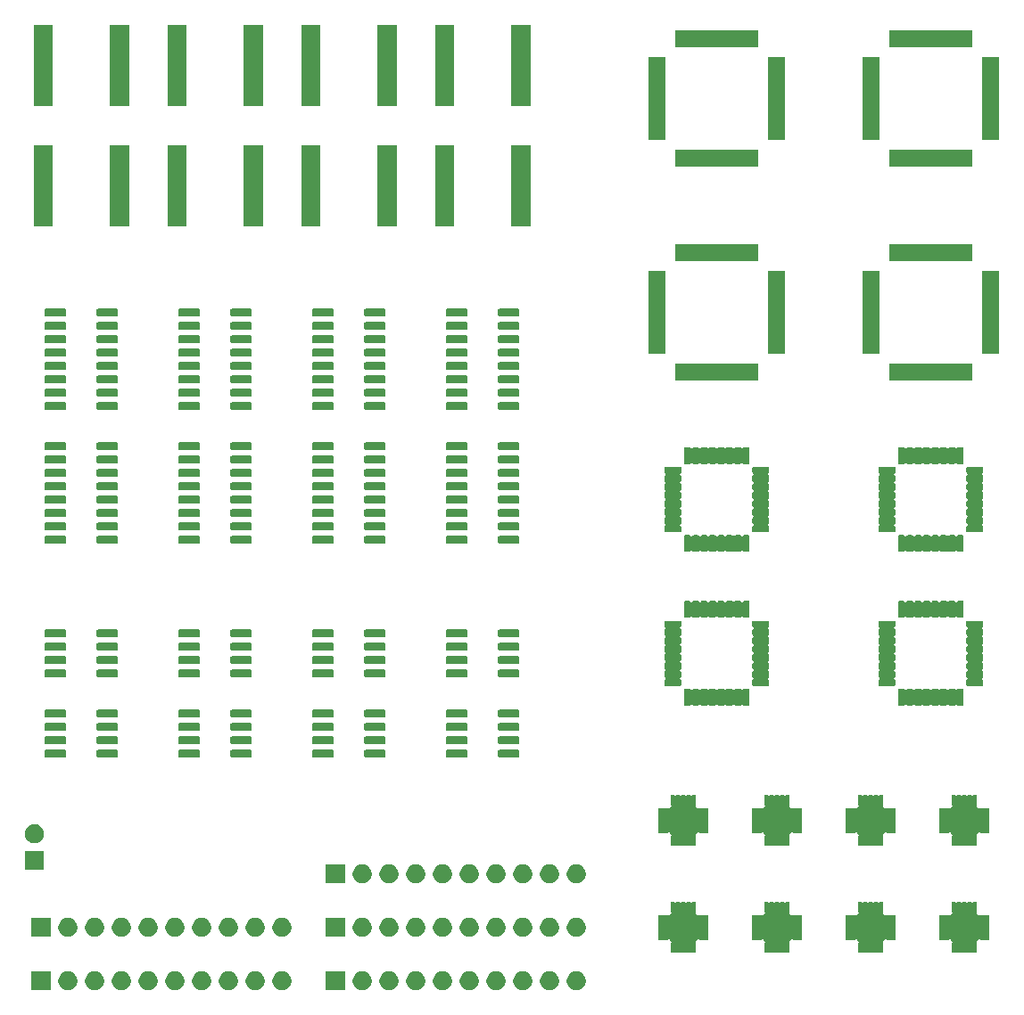
<source format=gbr>
G04 #@! TF.GenerationSoftware,KiCad,Pcbnew,(5.1.5)-3*
G04 #@! TF.CreationDate,2020-12-04T11:44:09+01:00*
G04 #@! TF.ProjectId,SolderPractice,536f6c64-6572-4507-9261-63746963652e,rev?*
G04 #@! TF.SameCoordinates,Original*
G04 #@! TF.FileFunction,Soldermask,Bot*
G04 #@! TF.FilePolarity,Negative*
%FSLAX46Y46*%
G04 Gerber Fmt 4.6, Leading zero omitted, Abs format (unit mm)*
G04 Created by KiCad (PCBNEW (5.1.5)-3) date 2020-12-04 11:44:09*
%MOMM*%
%LPD*%
G04 APERTURE LIST*
%ADD10C,0.100000*%
G04 APERTURE END LIST*
D10*
G36*
X442073512Y-195318927D02*
G01*
X442222812Y-195348624D01*
X442386784Y-195416544D01*
X442534354Y-195515147D01*
X442659853Y-195640646D01*
X442758456Y-195788216D01*
X442826376Y-195952188D01*
X442861000Y-196126259D01*
X442861000Y-196303741D01*
X442826376Y-196477812D01*
X442758456Y-196641784D01*
X442659853Y-196789354D01*
X442534354Y-196914853D01*
X442386784Y-197013456D01*
X442222812Y-197081376D01*
X442073512Y-197111073D01*
X442048742Y-197116000D01*
X441871258Y-197116000D01*
X441846488Y-197111073D01*
X441697188Y-197081376D01*
X441533216Y-197013456D01*
X441385646Y-196914853D01*
X441260147Y-196789354D01*
X441161544Y-196641784D01*
X441093624Y-196477812D01*
X441059000Y-196303741D01*
X441059000Y-196126259D01*
X441093624Y-195952188D01*
X441161544Y-195788216D01*
X441260147Y-195640646D01*
X441385646Y-195515147D01*
X441533216Y-195416544D01*
X441697188Y-195348624D01*
X441846488Y-195318927D01*
X441871258Y-195314000D01*
X442048742Y-195314000D01*
X442073512Y-195318927D01*
G37*
G36*
X414133512Y-195318927D02*
G01*
X414282812Y-195348624D01*
X414446784Y-195416544D01*
X414594354Y-195515147D01*
X414719853Y-195640646D01*
X414818456Y-195788216D01*
X414886376Y-195952188D01*
X414921000Y-196126259D01*
X414921000Y-196303741D01*
X414886376Y-196477812D01*
X414818456Y-196641784D01*
X414719853Y-196789354D01*
X414594354Y-196914853D01*
X414446784Y-197013456D01*
X414282812Y-197081376D01*
X414133512Y-197111073D01*
X414108742Y-197116000D01*
X413931258Y-197116000D01*
X413906488Y-197111073D01*
X413757188Y-197081376D01*
X413593216Y-197013456D01*
X413445646Y-196914853D01*
X413320147Y-196789354D01*
X413221544Y-196641784D01*
X413153624Y-196477812D01*
X413119000Y-196303741D01*
X413119000Y-196126259D01*
X413153624Y-195952188D01*
X413221544Y-195788216D01*
X413320147Y-195640646D01*
X413445646Y-195515147D01*
X413593216Y-195416544D01*
X413757188Y-195348624D01*
X413906488Y-195318927D01*
X413931258Y-195314000D01*
X414108742Y-195314000D01*
X414133512Y-195318927D01*
G37*
G36*
X392061000Y-197116000D02*
G01*
X390259000Y-197116000D01*
X390259000Y-195314000D01*
X392061000Y-195314000D01*
X392061000Y-197116000D01*
G37*
G36*
X393813512Y-195318927D02*
G01*
X393962812Y-195348624D01*
X394126784Y-195416544D01*
X394274354Y-195515147D01*
X394399853Y-195640646D01*
X394498456Y-195788216D01*
X394566376Y-195952188D01*
X394601000Y-196126259D01*
X394601000Y-196303741D01*
X394566376Y-196477812D01*
X394498456Y-196641784D01*
X394399853Y-196789354D01*
X394274354Y-196914853D01*
X394126784Y-197013456D01*
X393962812Y-197081376D01*
X393813512Y-197111073D01*
X393788742Y-197116000D01*
X393611258Y-197116000D01*
X393586488Y-197111073D01*
X393437188Y-197081376D01*
X393273216Y-197013456D01*
X393125646Y-196914853D01*
X393000147Y-196789354D01*
X392901544Y-196641784D01*
X392833624Y-196477812D01*
X392799000Y-196303741D01*
X392799000Y-196126259D01*
X392833624Y-195952188D01*
X392901544Y-195788216D01*
X393000147Y-195640646D01*
X393125646Y-195515147D01*
X393273216Y-195416544D01*
X393437188Y-195348624D01*
X393586488Y-195318927D01*
X393611258Y-195314000D01*
X393788742Y-195314000D01*
X393813512Y-195318927D01*
G37*
G36*
X396353512Y-195318927D02*
G01*
X396502812Y-195348624D01*
X396666784Y-195416544D01*
X396814354Y-195515147D01*
X396939853Y-195640646D01*
X397038456Y-195788216D01*
X397106376Y-195952188D01*
X397141000Y-196126259D01*
X397141000Y-196303741D01*
X397106376Y-196477812D01*
X397038456Y-196641784D01*
X396939853Y-196789354D01*
X396814354Y-196914853D01*
X396666784Y-197013456D01*
X396502812Y-197081376D01*
X396353512Y-197111073D01*
X396328742Y-197116000D01*
X396151258Y-197116000D01*
X396126488Y-197111073D01*
X395977188Y-197081376D01*
X395813216Y-197013456D01*
X395665646Y-196914853D01*
X395540147Y-196789354D01*
X395441544Y-196641784D01*
X395373624Y-196477812D01*
X395339000Y-196303741D01*
X395339000Y-196126259D01*
X395373624Y-195952188D01*
X395441544Y-195788216D01*
X395540147Y-195640646D01*
X395665646Y-195515147D01*
X395813216Y-195416544D01*
X395977188Y-195348624D01*
X396126488Y-195318927D01*
X396151258Y-195314000D01*
X396328742Y-195314000D01*
X396353512Y-195318927D01*
G37*
G36*
X398893512Y-195318927D02*
G01*
X399042812Y-195348624D01*
X399206784Y-195416544D01*
X399354354Y-195515147D01*
X399479853Y-195640646D01*
X399578456Y-195788216D01*
X399646376Y-195952188D01*
X399681000Y-196126259D01*
X399681000Y-196303741D01*
X399646376Y-196477812D01*
X399578456Y-196641784D01*
X399479853Y-196789354D01*
X399354354Y-196914853D01*
X399206784Y-197013456D01*
X399042812Y-197081376D01*
X398893512Y-197111073D01*
X398868742Y-197116000D01*
X398691258Y-197116000D01*
X398666488Y-197111073D01*
X398517188Y-197081376D01*
X398353216Y-197013456D01*
X398205646Y-196914853D01*
X398080147Y-196789354D01*
X397981544Y-196641784D01*
X397913624Y-196477812D01*
X397879000Y-196303741D01*
X397879000Y-196126259D01*
X397913624Y-195952188D01*
X397981544Y-195788216D01*
X398080147Y-195640646D01*
X398205646Y-195515147D01*
X398353216Y-195416544D01*
X398517188Y-195348624D01*
X398666488Y-195318927D01*
X398691258Y-195314000D01*
X398868742Y-195314000D01*
X398893512Y-195318927D01*
G37*
G36*
X401433512Y-195318927D02*
G01*
X401582812Y-195348624D01*
X401746784Y-195416544D01*
X401894354Y-195515147D01*
X402019853Y-195640646D01*
X402118456Y-195788216D01*
X402186376Y-195952188D01*
X402221000Y-196126259D01*
X402221000Y-196303741D01*
X402186376Y-196477812D01*
X402118456Y-196641784D01*
X402019853Y-196789354D01*
X401894354Y-196914853D01*
X401746784Y-197013456D01*
X401582812Y-197081376D01*
X401433512Y-197111073D01*
X401408742Y-197116000D01*
X401231258Y-197116000D01*
X401206488Y-197111073D01*
X401057188Y-197081376D01*
X400893216Y-197013456D01*
X400745646Y-196914853D01*
X400620147Y-196789354D01*
X400521544Y-196641784D01*
X400453624Y-196477812D01*
X400419000Y-196303741D01*
X400419000Y-196126259D01*
X400453624Y-195952188D01*
X400521544Y-195788216D01*
X400620147Y-195640646D01*
X400745646Y-195515147D01*
X400893216Y-195416544D01*
X401057188Y-195348624D01*
X401206488Y-195318927D01*
X401231258Y-195314000D01*
X401408742Y-195314000D01*
X401433512Y-195318927D01*
G37*
G36*
X403973512Y-195318927D02*
G01*
X404122812Y-195348624D01*
X404286784Y-195416544D01*
X404434354Y-195515147D01*
X404559853Y-195640646D01*
X404658456Y-195788216D01*
X404726376Y-195952188D01*
X404761000Y-196126259D01*
X404761000Y-196303741D01*
X404726376Y-196477812D01*
X404658456Y-196641784D01*
X404559853Y-196789354D01*
X404434354Y-196914853D01*
X404286784Y-197013456D01*
X404122812Y-197081376D01*
X403973512Y-197111073D01*
X403948742Y-197116000D01*
X403771258Y-197116000D01*
X403746488Y-197111073D01*
X403597188Y-197081376D01*
X403433216Y-197013456D01*
X403285646Y-196914853D01*
X403160147Y-196789354D01*
X403061544Y-196641784D01*
X402993624Y-196477812D01*
X402959000Y-196303741D01*
X402959000Y-196126259D01*
X402993624Y-195952188D01*
X403061544Y-195788216D01*
X403160147Y-195640646D01*
X403285646Y-195515147D01*
X403433216Y-195416544D01*
X403597188Y-195348624D01*
X403746488Y-195318927D01*
X403771258Y-195314000D01*
X403948742Y-195314000D01*
X403973512Y-195318927D01*
G37*
G36*
X406513512Y-195318927D02*
G01*
X406662812Y-195348624D01*
X406826784Y-195416544D01*
X406974354Y-195515147D01*
X407099853Y-195640646D01*
X407198456Y-195788216D01*
X407266376Y-195952188D01*
X407301000Y-196126259D01*
X407301000Y-196303741D01*
X407266376Y-196477812D01*
X407198456Y-196641784D01*
X407099853Y-196789354D01*
X406974354Y-196914853D01*
X406826784Y-197013456D01*
X406662812Y-197081376D01*
X406513512Y-197111073D01*
X406488742Y-197116000D01*
X406311258Y-197116000D01*
X406286488Y-197111073D01*
X406137188Y-197081376D01*
X405973216Y-197013456D01*
X405825646Y-196914853D01*
X405700147Y-196789354D01*
X405601544Y-196641784D01*
X405533624Y-196477812D01*
X405499000Y-196303741D01*
X405499000Y-196126259D01*
X405533624Y-195952188D01*
X405601544Y-195788216D01*
X405700147Y-195640646D01*
X405825646Y-195515147D01*
X405973216Y-195416544D01*
X406137188Y-195348624D01*
X406286488Y-195318927D01*
X406311258Y-195314000D01*
X406488742Y-195314000D01*
X406513512Y-195318927D01*
G37*
G36*
X409053512Y-195318927D02*
G01*
X409202812Y-195348624D01*
X409366784Y-195416544D01*
X409514354Y-195515147D01*
X409639853Y-195640646D01*
X409738456Y-195788216D01*
X409806376Y-195952188D01*
X409841000Y-196126259D01*
X409841000Y-196303741D01*
X409806376Y-196477812D01*
X409738456Y-196641784D01*
X409639853Y-196789354D01*
X409514354Y-196914853D01*
X409366784Y-197013456D01*
X409202812Y-197081376D01*
X409053512Y-197111073D01*
X409028742Y-197116000D01*
X408851258Y-197116000D01*
X408826488Y-197111073D01*
X408677188Y-197081376D01*
X408513216Y-197013456D01*
X408365646Y-196914853D01*
X408240147Y-196789354D01*
X408141544Y-196641784D01*
X408073624Y-196477812D01*
X408039000Y-196303741D01*
X408039000Y-196126259D01*
X408073624Y-195952188D01*
X408141544Y-195788216D01*
X408240147Y-195640646D01*
X408365646Y-195515147D01*
X408513216Y-195416544D01*
X408677188Y-195348624D01*
X408826488Y-195318927D01*
X408851258Y-195314000D01*
X409028742Y-195314000D01*
X409053512Y-195318927D01*
G37*
G36*
X411593512Y-195318927D02*
G01*
X411742812Y-195348624D01*
X411906784Y-195416544D01*
X412054354Y-195515147D01*
X412179853Y-195640646D01*
X412278456Y-195788216D01*
X412346376Y-195952188D01*
X412381000Y-196126259D01*
X412381000Y-196303741D01*
X412346376Y-196477812D01*
X412278456Y-196641784D01*
X412179853Y-196789354D01*
X412054354Y-196914853D01*
X411906784Y-197013456D01*
X411742812Y-197081376D01*
X411593512Y-197111073D01*
X411568742Y-197116000D01*
X411391258Y-197116000D01*
X411366488Y-197111073D01*
X411217188Y-197081376D01*
X411053216Y-197013456D01*
X410905646Y-196914853D01*
X410780147Y-196789354D01*
X410681544Y-196641784D01*
X410613624Y-196477812D01*
X410579000Y-196303741D01*
X410579000Y-196126259D01*
X410613624Y-195952188D01*
X410681544Y-195788216D01*
X410780147Y-195640646D01*
X410905646Y-195515147D01*
X411053216Y-195416544D01*
X411217188Y-195348624D01*
X411366488Y-195318927D01*
X411391258Y-195314000D01*
X411568742Y-195314000D01*
X411593512Y-195318927D01*
G37*
G36*
X421753512Y-195318927D02*
G01*
X421902812Y-195348624D01*
X422066784Y-195416544D01*
X422214354Y-195515147D01*
X422339853Y-195640646D01*
X422438456Y-195788216D01*
X422506376Y-195952188D01*
X422541000Y-196126259D01*
X422541000Y-196303741D01*
X422506376Y-196477812D01*
X422438456Y-196641784D01*
X422339853Y-196789354D01*
X422214354Y-196914853D01*
X422066784Y-197013456D01*
X421902812Y-197081376D01*
X421753512Y-197111073D01*
X421728742Y-197116000D01*
X421551258Y-197116000D01*
X421526488Y-197111073D01*
X421377188Y-197081376D01*
X421213216Y-197013456D01*
X421065646Y-196914853D01*
X420940147Y-196789354D01*
X420841544Y-196641784D01*
X420773624Y-196477812D01*
X420739000Y-196303741D01*
X420739000Y-196126259D01*
X420773624Y-195952188D01*
X420841544Y-195788216D01*
X420940147Y-195640646D01*
X421065646Y-195515147D01*
X421213216Y-195416544D01*
X421377188Y-195348624D01*
X421526488Y-195318927D01*
X421551258Y-195314000D01*
X421728742Y-195314000D01*
X421753512Y-195318927D01*
G37*
G36*
X424293512Y-195318927D02*
G01*
X424442812Y-195348624D01*
X424606784Y-195416544D01*
X424754354Y-195515147D01*
X424879853Y-195640646D01*
X424978456Y-195788216D01*
X425046376Y-195952188D01*
X425081000Y-196126259D01*
X425081000Y-196303741D01*
X425046376Y-196477812D01*
X424978456Y-196641784D01*
X424879853Y-196789354D01*
X424754354Y-196914853D01*
X424606784Y-197013456D01*
X424442812Y-197081376D01*
X424293512Y-197111073D01*
X424268742Y-197116000D01*
X424091258Y-197116000D01*
X424066488Y-197111073D01*
X423917188Y-197081376D01*
X423753216Y-197013456D01*
X423605646Y-196914853D01*
X423480147Y-196789354D01*
X423381544Y-196641784D01*
X423313624Y-196477812D01*
X423279000Y-196303741D01*
X423279000Y-196126259D01*
X423313624Y-195952188D01*
X423381544Y-195788216D01*
X423480147Y-195640646D01*
X423605646Y-195515147D01*
X423753216Y-195416544D01*
X423917188Y-195348624D01*
X424066488Y-195318927D01*
X424091258Y-195314000D01*
X424268742Y-195314000D01*
X424293512Y-195318927D01*
G37*
G36*
X426833512Y-195318927D02*
G01*
X426982812Y-195348624D01*
X427146784Y-195416544D01*
X427294354Y-195515147D01*
X427419853Y-195640646D01*
X427518456Y-195788216D01*
X427586376Y-195952188D01*
X427621000Y-196126259D01*
X427621000Y-196303741D01*
X427586376Y-196477812D01*
X427518456Y-196641784D01*
X427419853Y-196789354D01*
X427294354Y-196914853D01*
X427146784Y-197013456D01*
X426982812Y-197081376D01*
X426833512Y-197111073D01*
X426808742Y-197116000D01*
X426631258Y-197116000D01*
X426606488Y-197111073D01*
X426457188Y-197081376D01*
X426293216Y-197013456D01*
X426145646Y-196914853D01*
X426020147Y-196789354D01*
X425921544Y-196641784D01*
X425853624Y-196477812D01*
X425819000Y-196303741D01*
X425819000Y-196126259D01*
X425853624Y-195952188D01*
X425921544Y-195788216D01*
X426020147Y-195640646D01*
X426145646Y-195515147D01*
X426293216Y-195416544D01*
X426457188Y-195348624D01*
X426606488Y-195318927D01*
X426631258Y-195314000D01*
X426808742Y-195314000D01*
X426833512Y-195318927D01*
G37*
G36*
X429373512Y-195318927D02*
G01*
X429522812Y-195348624D01*
X429686784Y-195416544D01*
X429834354Y-195515147D01*
X429959853Y-195640646D01*
X430058456Y-195788216D01*
X430126376Y-195952188D01*
X430161000Y-196126259D01*
X430161000Y-196303741D01*
X430126376Y-196477812D01*
X430058456Y-196641784D01*
X429959853Y-196789354D01*
X429834354Y-196914853D01*
X429686784Y-197013456D01*
X429522812Y-197081376D01*
X429373512Y-197111073D01*
X429348742Y-197116000D01*
X429171258Y-197116000D01*
X429146488Y-197111073D01*
X428997188Y-197081376D01*
X428833216Y-197013456D01*
X428685646Y-196914853D01*
X428560147Y-196789354D01*
X428461544Y-196641784D01*
X428393624Y-196477812D01*
X428359000Y-196303741D01*
X428359000Y-196126259D01*
X428393624Y-195952188D01*
X428461544Y-195788216D01*
X428560147Y-195640646D01*
X428685646Y-195515147D01*
X428833216Y-195416544D01*
X428997188Y-195348624D01*
X429146488Y-195318927D01*
X429171258Y-195314000D01*
X429348742Y-195314000D01*
X429373512Y-195318927D01*
G37*
G36*
X431913512Y-195318927D02*
G01*
X432062812Y-195348624D01*
X432226784Y-195416544D01*
X432374354Y-195515147D01*
X432499853Y-195640646D01*
X432598456Y-195788216D01*
X432666376Y-195952188D01*
X432701000Y-196126259D01*
X432701000Y-196303741D01*
X432666376Y-196477812D01*
X432598456Y-196641784D01*
X432499853Y-196789354D01*
X432374354Y-196914853D01*
X432226784Y-197013456D01*
X432062812Y-197081376D01*
X431913512Y-197111073D01*
X431888742Y-197116000D01*
X431711258Y-197116000D01*
X431686488Y-197111073D01*
X431537188Y-197081376D01*
X431373216Y-197013456D01*
X431225646Y-196914853D01*
X431100147Y-196789354D01*
X431001544Y-196641784D01*
X430933624Y-196477812D01*
X430899000Y-196303741D01*
X430899000Y-196126259D01*
X430933624Y-195952188D01*
X431001544Y-195788216D01*
X431100147Y-195640646D01*
X431225646Y-195515147D01*
X431373216Y-195416544D01*
X431537188Y-195348624D01*
X431686488Y-195318927D01*
X431711258Y-195314000D01*
X431888742Y-195314000D01*
X431913512Y-195318927D01*
G37*
G36*
X434453512Y-195318927D02*
G01*
X434602812Y-195348624D01*
X434766784Y-195416544D01*
X434914354Y-195515147D01*
X435039853Y-195640646D01*
X435138456Y-195788216D01*
X435206376Y-195952188D01*
X435241000Y-196126259D01*
X435241000Y-196303741D01*
X435206376Y-196477812D01*
X435138456Y-196641784D01*
X435039853Y-196789354D01*
X434914354Y-196914853D01*
X434766784Y-197013456D01*
X434602812Y-197081376D01*
X434453512Y-197111073D01*
X434428742Y-197116000D01*
X434251258Y-197116000D01*
X434226488Y-197111073D01*
X434077188Y-197081376D01*
X433913216Y-197013456D01*
X433765646Y-196914853D01*
X433640147Y-196789354D01*
X433541544Y-196641784D01*
X433473624Y-196477812D01*
X433439000Y-196303741D01*
X433439000Y-196126259D01*
X433473624Y-195952188D01*
X433541544Y-195788216D01*
X433640147Y-195640646D01*
X433765646Y-195515147D01*
X433913216Y-195416544D01*
X434077188Y-195348624D01*
X434226488Y-195318927D01*
X434251258Y-195314000D01*
X434428742Y-195314000D01*
X434453512Y-195318927D01*
G37*
G36*
X436993512Y-195318927D02*
G01*
X437142812Y-195348624D01*
X437306784Y-195416544D01*
X437454354Y-195515147D01*
X437579853Y-195640646D01*
X437678456Y-195788216D01*
X437746376Y-195952188D01*
X437781000Y-196126259D01*
X437781000Y-196303741D01*
X437746376Y-196477812D01*
X437678456Y-196641784D01*
X437579853Y-196789354D01*
X437454354Y-196914853D01*
X437306784Y-197013456D01*
X437142812Y-197081376D01*
X436993512Y-197111073D01*
X436968742Y-197116000D01*
X436791258Y-197116000D01*
X436766488Y-197111073D01*
X436617188Y-197081376D01*
X436453216Y-197013456D01*
X436305646Y-196914853D01*
X436180147Y-196789354D01*
X436081544Y-196641784D01*
X436013624Y-196477812D01*
X435979000Y-196303741D01*
X435979000Y-196126259D01*
X436013624Y-195952188D01*
X436081544Y-195788216D01*
X436180147Y-195640646D01*
X436305646Y-195515147D01*
X436453216Y-195416544D01*
X436617188Y-195348624D01*
X436766488Y-195318927D01*
X436791258Y-195314000D01*
X436968742Y-195314000D01*
X436993512Y-195318927D01*
G37*
G36*
X439533512Y-195318927D02*
G01*
X439682812Y-195348624D01*
X439846784Y-195416544D01*
X439994354Y-195515147D01*
X440119853Y-195640646D01*
X440218456Y-195788216D01*
X440286376Y-195952188D01*
X440321000Y-196126259D01*
X440321000Y-196303741D01*
X440286376Y-196477812D01*
X440218456Y-196641784D01*
X440119853Y-196789354D01*
X439994354Y-196914853D01*
X439846784Y-197013456D01*
X439682812Y-197081376D01*
X439533512Y-197111073D01*
X439508742Y-197116000D01*
X439331258Y-197116000D01*
X439306488Y-197111073D01*
X439157188Y-197081376D01*
X438993216Y-197013456D01*
X438845646Y-196914853D01*
X438720147Y-196789354D01*
X438621544Y-196641784D01*
X438553624Y-196477812D01*
X438519000Y-196303741D01*
X438519000Y-196126259D01*
X438553624Y-195952188D01*
X438621544Y-195788216D01*
X438720147Y-195640646D01*
X438845646Y-195515147D01*
X438993216Y-195416544D01*
X439157188Y-195348624D01*
X439306488Y-195318927D01*
X439331258Y-195314000D01*
X439508742Y-195314000D01*
X439533512Y-195318927D01*
G37*
G36*
X420001000Y-197116000D02*
G01*
X418199000Y-197116000D01*
X418199000Y-195314000D01*
X420001000Y-195314000D01*
X420001000Y-197116000D01*
G37*
G36*
X460165355Y-188735083D02*
G01*
X460170029Y-188736501D01*
X460174330Y-188738800D01*
X460180702Y-188744029D01*
X460201076Y-188757643D01*
X460223715Y-188767020D01*
X460247749Y-188771800D01*
X460272253Y-188771800D01*
X460296286Y-188767019D01*
X460318925Y-188757642D01*
X460339298Y-188744029D01*
X460345670Y-188738800D01*
X460349971Y-188736501D01*
X460354645Y-188735083D01*
X460365641Y-188734000D01*
X460654359Y-188734000D01*
X460665355Y-188735083D01*
X460670029Y-188736501D01*
X460674330Y-188738800D01*
X460680702Y-188744029D01*
X460701076Y-188757643D01*
X460723715Y-188767020D01*
X460747749Y-188771800D01*
X460772253Y-188771800D01*
X460796286Y-188767019D01*
X460818925Y-188757642D01*
X460839298Y-188744029D01*
X460845670Y-188738800D01*
X460849971Y-188736501D01*
X460854645Y-188735083D01*
X460865641Y-188734000D01*
X461154359Y-188734000D01*
X461165355Y-188735083D01*
X461170029Y-188736501D01*
X461174330Y-188738800D01*
X461180702Y-188744029D01*
X461201076Y-188757643D01*
X461223715Y-188767020D01*
X461247749Y-188771800D01*
X461272253Y-188771800D01*
X461296286Y-188767019D01*
X461318925Y-188757642D01*
X461339298Y-188744029D01*
X461345670Y-188738800D01*
X461349971Y-188736501D01*
X461354645Y-188735083D01*
X461365641Y-188734000D01*
X461654359Y-188734000D01*
X461665355Y-188735083D01*
X461670029Y-188736501D01*
X461674330Y-188738800D01*
X461680702Y-188744029D01*
X461701076Y-188757643D01*
X461723715Y-188767020D01*
X461747749Y-188771800D01*
X461772253Y-188771800D01*
X461796286Y-188767019D01*
X461818925Y-188757642D01*
X461839298Y-188744029D01*
X461845670Y-188738800D01*
X461849971Y-188736501D01*
X461854645Y-188735083D01*
X461865641Y-188734000D01*
X462154359Y-188734000D01*
X462165355Y-188735083D01*
X462170029Y-188736501D01*
X462174331Y-188738800D01*
X462178104Y-188741896D01*
X462181200Y-188745669D01*
X462183499Y-188749971D01*
X462184917Y-188754645D01*
X462186000Y-188765641D01*
X462186000Y-189629359D01*
X462184917Y-189640355D01*
X462183499Y-189645029D01*
X462181202Y-189649327D01*
X462174560Y-189657420D01*
X462160946Y-189677795D01*
X462151569Y-189700433D01*
X462146788Y-189724467D01*
X462146788Y-189748971D01*
X462151568Y-189773004D01*
X462160945Y-189795643D01*
X462174559Y-189816018D01*
X462191885Y-189833345D01*
X462212259Y-189846958D01*
X462239464Y-189861500D01*
X462263651Y-189881349D01*
X462283500Y-189905536D01*
X462298042Y-189932741D01*
X462311656Y-189953115D01*
X462328983Y-189970442D01*
X462349358Y-189984055D01*
X462371997Y-189993432D01*
X462396030Y-189998212D01*
X462420534Y-189998212D01*
X462444568Y-189993431D01*
X462467206Y-189984053D01*
X462487580Y-189970440D01*
X462495673Y-189963798D01*
X462499971Y-189961501D01*
X462504645Y-189960083D01*
X462515641Y-189959000D01*
X463379359Y-189959000D01*
X463390355Y-189960083D01*
X463395029Y-189961501D01*
X463399331Y-189963800D01*
X463403104Y-189966896D01*
X463406200Y-189970669D01*
X463408499Y-189974971D01*
X463409917Y-189979645D01*
X463411000Y-189990641D01*
X463411000Y-190279359D01*
X463409917Y-190290355D01*
X463408499Y-190295029D01*
X463406200Y-190299330D01*
X463400971Y-190305702D01*
X463387357Y-190326076D01*
X463377980Y-190348715D01*
X463373200Y-190372749D01*
X463373200Y-190397253D01*
X463377981Y-190421286D01*
X463387358Y-190443925D01*
X463400971Y-190464298D01*
X463406200Y-190470670D01*
X463408499Y-190474971D01*
X463409917Y-190479645D01*
X463411000Y-190490641D01*
X463411000Y-190779359D01*
X463409917Y-190790355D01*
X463408499Y-190795029D01*
X463406200Y-190799330D01*
X463400971Y-190805702D01*
X463387357Y-190826076D01*
X463377980Y-190848715D01*
X463373200Y-190872749D01*
X463373200Y-190897253D01*
X463377981Y-190921286D01*
X463387358Y-190943925D01*
X463400971Y-190964298D01*
X463406200Y-190970670D01*
X463408499Y-190974971D01*
X463409917Y-190979645D01*
X463411000Y-190990641D01*
X463411000Y-191279359D01*
X463409917Y-191290355D01*
X463408499Y-191295029D01*
X463406200Y-191299330D01*
X463400971Y-191305702D01*
X463387357Y-191326076D01*
X463377980Y-191348715D01*
X463373200Y-191372749D01*
X463373200Y-191397253D01*
X463377981Y-191421286D01*
X463387358Y-191443925D01*
X463400971Y-191464298D01*
X463406200Y-191470670D01*
X463408499Y-191474971D01*
X463409917Y-191479645D01*
X463411000Y-191490641D01*
X463411000Y-191779359D01*
X463409917Y-191790355D01*
X463408499Y-191795029D01*
X463406200Y-191799330D01*
X463400971Y-191805702D01*
X463387357Y-191826076D01*
X463377980Y-191848715D01*
X463373200Y-191872749D01*
X463373200Y-191897253D01*
X463377981Y-191921286D01*
X463387358Y-191943925D01*
X463400971Y-191964298D01*
X463406200Y-191970670D01*
X463408499Y-191974971D01*
X463409917Y-191979645D01*
X463411000Y-191990641D01*
X463411000Y-192279359D01*
X463409917Y-192290355D01*
X463408499Y-192295029D01*
X463406200Y-192299331D01*
X463403104Y-192303104D01*
X463399331Y-192306200D01*
X463395029Y-192308499D01*
X463390355Y-192309917D01*
X463379359Y-192311000D01*
X462515641Y-192311000D01*
X462504645Y-192309917D01*
X462499971Y-192308499D01*
X462495673Y-192306202D01*
X462487580Y-192299560D01*
X462467205Y-192285946D01*
X462444567Y-192276569D01*
X462420533Y-192271788D01*
X462396029Y-192271788D01*
X462371996Y-192276568D01*
X462349357Y-192285945D01*
X462328982Y-192299559D01*
X462311655Y-192316885D01*
X462298042Y-192337259D01*
X462283500Y-192364464D01*
X462263651Y-192388651D01*
X462239464Y-192408500D01*
X462212259Y-192423042D01*
X462191885Y-192436656D01*
X462174558Y-192453983D01*
X462160945Y-192474358D01*
X462151568Y-192496997D01*
X462146788Y-192521030D01*
X462146788Y-192545534D01*
X462151569Y-192569568D01*
X462160947Y-192592206D01*
X462174560Y-192612580D01*
X462181202Y-192620673D01*
X462183499Y-192624971D01*
X462184917Y-192629645D01*
X462186000Y-192640641D01*
X462186000Y-193504359D01*
X462184917Y-193515355D01*
X462183499Y-193520029D01*
X462181200Y-193524331D01*
X462178104Y-193528104D01*
X462174331Y-193531200D01*
X462170029Y-193533499D01*
X462165355Y-193534917D01*
X462154359Y-193536000D01*
X461865641Y-193536000D01*
X461854645Y-193534917D01*
X461849971Y-193533499D01*
X461845670Y-193531200D01*
X461839298Y-193525971D01*
X461818924Y-193512357D01*
X461796285Y-193502980D01*
X461772251Y-193498200D01*
X461747747Y-193498200D01*
X461723714Y-193502981D01*
X461701075Y-193512358D01*
X461680702Y-193525971D01*
X461674330Y-193531200D01*
X461670029Y-193533499D01*
X461665355Y-193534917D01*
X461654359Y-193536000D01*
X461365641Y-193536000D01*
X461354645Y-193534917D01*
X461349971Y-193533499D01*
X461345670Y-193531200D01*
X461339298Y-193525971D01*
X461318924Y-193512357D01*
X461296285Y-193502980D01*
X461272251Y-193498200D01*
X461247747Y-193498200D01*
X461223714Y-193502981D01*
X461201075Y-193512358D01*
X461180702Y-193525971D01*
X461174330Y-193531200D01*
X461170029Y-193533499D01*
X461165355Y-193534917D01*
X461154359Y-193536000D01*
X460865641Y-193536000D01*
X460854645Y-193534917D01*
X460849971Y-193533499D01*
X460845670Y-193531200D01*
X460839298Y-193525971D01*
X460818924Y-193512357D01*
X460796285Y-193502980D01*
X460772251Y-193498200D01*
X460747747Y-193498200D01*
X460723714Y-193502981D01*
X460701075Y-193512358D01*
X460680702Y-193525971D01*
X460674330Y-193531200D01*
X460670029Y-193533499D01*
X460665355Y-193534917D01*
X460654359Y-193536000D01*
X460365641Y-193536000D01*
X460354645Y-193534917D01*
X460349971Y-193533499D01*
X460345670Y-193531200D01*
X460339298Y-193525971D01*
X460318924Y-193512357D01*
X460296285Y-193502980D01*
X460272251Y-193498200D01*
X460247747Y-193498200D01*
X460223714Y-193502981D01*
X460201075Y-193512358D01*
X460180702Y-193525971D01*
X460174330Y-193531200D01*
X460170029Y-193533499D01*
X460165355Y-193534917D01*
X460154359Y-193536000D01*
X459865641Y-193536000D01*
X459854645Y-193534917D01*
X459849971Y-193533499D01*
X459845669Y-193531200D01*
X459841896Y-193528104D01*
X459838800Y-193524331D01*
X459836501Y-193520029D01*
X459835083Y-193515355D01*
X459834000Y-193504359D01*
X459834000Y-192640641D01*
X459835083Y-192629645D01*
X459836501Y-192624971D01*
X459838798Y-192620673D01*
X459845440Y-192612580D01*
X459859054Y-192592205D01*
X459868431Y-192569567D01*
X459873212Y-192545533D01*
X459873212Y-192521029D01*
X459868432Y-192496996D01*
X459859055Y-192474357D01*
X459845441Y-192453982D01*
X459828115Y-192436655D01*
X459807741Y-192423042D01*
X459780536Y-192408500D01*
X459756349Y-192388651D01*
X459736500Y-192364464D01*
X459721958Y-192337259D01*
X459708344Y-192316885D01*
X459691017Y-192299558D01*
X459670642Y-192285945D01*
X459648003Y-192276568D01*
X459623970Y-192271788D01*
X459599466Y-192271788D01*
X459575432Y-192276569D01*
X459552794Y-192285947D01*
X459532420Y-192299560D01*
X459524327Y-192306202D01*
X459520029Y-192308499D01*
X459515355Y-192309917D01*
X459504359Y-192311000D01*
X458640641Y-192311000D01*
X458629645Y-192309917D01*
X458624971Y-192308499D01*
X458620669Y-192306200D01*
X458616896Y-192303104D01*
X458613800Y-192299331D01*
X458611501Y-192295029D01*
X458610083Y-192290355D01*
X458609000Y-192279359D01*
X458609000Y-191990641D01*
X458610083Y-191979645D01*
X458611501Y-191974971D01*
X458613800Y-191970670D01*
X458619029Y-191964298D01*
X458632643Y-191943924D01*
X458642020Y-191921285D01*
X458646800Y-191897251D01*
X458646800Y-191872747D01*
X458642019Y-191848714D01*
X458632642Y-191826075D01*
X458619029Y-191805702D01*
X458613800Y-191799330D01*
X458611501Y-191795029D01*
X458610083Y-191790355D01*
X458609000Y-191779359D01*
X458609000Y-191490641D01*
X458610083Y-191479645D01*
X458611501Y-191474971D01*
X458613800Y-191470670D01*
X458619029Y-191464298D01*
X458632643Y-191443924D01*
X458642020Y-191421285D01*
X458646800Y-191397251D01*
X458646800Y-191372747D01*
X458642019Y-191348714D01*
X458632642Y-191326075D01*
X458619029Y-191305702D01*
X458613800Y-191299330D01*
X458611501Y-191295029D01*
X458610083Y-191290355D01*
X458609000Y-191279359D01*
X458609000Y-190990641D01*
X458610083Y-190979645D01*
X458611501Y-190974971D01*
X458613800Y-190970670D01*
X458619029Y-190964298D01*
X458632643Y-190943924D01*
X458642020Y-190921285D01*
X458646800Y-190897251D01*
X458646800Y-190872747D01*
X458642019Y-190848714D01*
X458632642Y-190826075D01*
X458619029Y-190805702D01*
X458613800Y-190799330D01*
X458611501Y-190795029D01*
X458610083Y-190790355D01*
X458609000Y-190779359D01*
X458609000Y-190490641D01*
X458610083Y-190479645D01*
X458611501Y-190474971D01*
X458613800Y-190470670D01*
X458619029Y-190464298D01*
X458632643Y-190443924D01*
X458642020Y-190421285D01*
X458646800Y-190397251D01*
X458646800Y-190372747D01*
X458642019Y-190348714D01*
X458632642Y-190326075D01*
X458619029Y-190305702D01*
X458613800Y-190299330D01*
X458611501Y-190295029D01*
X458610083Y-190290355D01*
X458609000Y-190279359D01*
X458609000Y-189990641D01*
X458610083Y-189979645D01*
X458611501Y-189974971D01*
X458613800Y-189970669D01*
X458616896Y-189966896D01*
X458620669Y-189963800D01*
X458624971Y-189961501D01*
X458629645Y-189960083D01*
X458640641Y-189959000D01*
X459504359Y-189959000D01*
X459515355Y-189960083D01*
X459520029Y-189961501D01*
X459524327Y-189963798D01*
X459532420Y-189970440D01*
X459552795Y-189984054D01*
X459575433Y-189993431D01*
X459599467Y-189998212D01*
X459623971Y-189998212D01*
X459648004Y-189993432D01*
X459670643Y-189984055D01*
X459691018Y-189970441D01*
X459708345Y-189953115D01*
X459721958Y-189932741D01*
X459736500Y-189905536D01*
X459756349Y-189881349D01*
X459780536Y-189861500D01*
X459807741Y-189846958D01*
X459828115Y-189833344D01*
X459845442Y-189816017D01*
X459859055Y-189795642D01*
X459868432Y-189773003D01*
X459873212Y-189748970D01*
X459873212Y-189724466D01*
X459868431Y-189700432D01*
X459859053Y-189677794D01*
X459845440Y-189657420D01*
X459838798Y-189649327D01*
X459836501Y-189645029D01*
X459835083Y-189640355D01*
X459834000Y-189629359D01*
X459834000Y-188765641D01*
X459835083Y-188754645D01*
X459836501Y-188749971D01*
X459838800Y-188745669D01*
X459841896Y-188741896D01*
X459845669Y-188738800D01*
X459849971Y-188736501D01*
X459854645Y-188735083D01*
X459865641Y-188734000D01*
X460154359Y-188734000D01*
X460165355Y-188735083D01*
G37*
G36*
X477945355Y-188735083D02*
G01*
X477950029Y-188736501D01*
X477954330Y-188738800D01*
X477960702Y-188744029D01*
X477981076Y-188757643D01*
X478003715Y-188767020D01*
X478027749Y-188771800D01*
X478052253Y-188771800D01*
X478076286Y-188767019D01*
X478098925Y-188757642D01*
X478119298Y-188744029D01*
X478125670Y-188738800D01*
X478129971Y-188736501D01*
X478134645Y-188735083D01*
X478145641Y-188734000D01*
X478434359Y-188734000D01*
X478445355Y-188735083D01*
X478450029Y-188736501D01*
X478454330Y-188738800D01*
X478460702Y-188744029D01*
X478481076Y-188757643D01*
X478503715Y-188767020D01*
X478527749Y-188771800D01*
X478552253Y-188771800D01*
X478576286Y-188767019D01*
X478598925Y-188757642D01*
X478619298Y-188744029D01*
X478625670Y-188738800D01*
X478629971Y-188736501D01*
X478634645Y-188735083D01*
X478645641Y-188734000D01*
X478934359Y-188734000D01*
X478945355Y-188735083D01*
X478950029Y-188736501D01*
X478954330Y-188738800D01*
X478960702Y-188744029D01*
X478981076Y-188757643D01*
X479003715Y-188767020D01*
X479027749Y-188771800D01*
X479052253Y-188771800D01*
X479076286Y-188767019D01*
X479098925Y-188757642D01*
X479119298Y-188744029D01*
X479125670Y-188738800D01*
X479129971Y-188736501D01*
X479134645Y-188735083D01*
X479145641Y-188734000D01*
X479434359Y-188734000D01*
X479445355Y-188735083D01*
X479450029Y-188736501D01*
X479454330Y-188738800D01*
X479460702Y-188744029D01*
X479481076Y-188757643D01*
X479503715Y-188767020D01*
X479527749Y-188771800D01*
X479552253Y-188771800D01*
X479576286Y-188767019D01*
X479598925Y-188757642D01*
X479619298Y-188744029D01*
X479625670Y-188738800D01*
X479629971Y-188736501D01*
X479634645Y-188735083D01*
X479645641Y-188734000D01*
X479934359Y-188734000D01*
X479945355Y-188735083D01*
X479950029Y-188736501D01*
X479954331Y-188738800D01*
X479958104Y-188741896D01*
X479961200Y-188745669D01*
X479963499Y-188749971D01*
X479964917Y-188754645D01*
X479966000Y-188765641D01*
X479966000Y-189629359D01*
X479964917Y-189640355D01*
X479963499Y-189645029D01*
X479961202Y-189649327D01*
X479954560Y-189657420D01*
X479940946Y-189677795D01*
X479931569Y-189700433D01*
X479926788Y-189724467D01*
X479926788Y-189748971D01*
X479931568Y-189773004D01*
X479940945Y-189795643D01*
X479954559Y-189816018D01*
X479971885Y-189833345D01*
X479992259Y-189846958D01*
X480019464Y-189861500D01*
X480043651Y-189881349D01*
X480063500Y-189905536D01*
X480078042Y-189932741D01*
X480091656Y-189953115D01*
X480108983Y-189970442D01*
X480129358Y-189984055D01*
X480151997Y-189993432D01*
X480176030Y-189998212D01*
X480200534Y-189998212D01*
X480224568Y-189993431D01*
X480247206Y-189984053D01*
X480267580Y-189970440D01*
X480275673Y-189963798D01*
X480279971Y-189961501D01*
X480284645Y-189960083D01*
X480295641Y-189959000D01*
X481159359Y-189959000D01*
X481170355Y-189960083D01*
X481175029Y-189961501D01*
X481179331Y-189963800D01*
X481183104Y-189966896D01*
X481186200Y-189970669D01*
X481188499Y-189974971D01*
X481189917Y-189979645D01*
X481191000Y-189990641D01*
X481191000Y-190279359D01*
X481189917Y-190290355D01*
X481188499Y-190295029D01*
X481186200Y-190299330D01*
X481180971Y-190305702D01*
X481167357Y-190326076D01*
X481157980Y-190348715D01*
X481153200Y-190372749D01*
X481153200Y-190397253D01*
X481157981Y-190421286D01*
X481167358Y-190443925D01*
X481180971Y-190464298D01*
X481186200Y-190470670D01*
X481188499Y-190474971D01*
X481189917Y-190479645D01*
X481191000Y-190490641D01*
X481191000Y-190779359D01*
X481189917Y-190790355D01*
X481188499Y-190795029D01*
X481186200Y-190799330D01*
X481180971Y-190805702D01*
X481167357Y-190826076D01*
X481157980Y-190848715D01*
X481153200Y-190872749D01*
X481153200Y-190897253D01*
X481157981Y-190921286D01*
X481167358Y-190943925D01*
X481180971Y-190964298D01*
X481186200Y-190970670D01*
X481188499Y-190974971D01*
X481189917Y-190979645D01*
X481191000Y-190990641D01*
X481191000Y-191279359D01*
X481189917Y-191290355D01*
X481188499Y-191295029D01*
X481186200Y-191299330D01*
X481180971Y-191305702D01*
X481167357Y-191326076D01*
X481157980Y-191348715D01*
X481153200Y-191372749D01*
X481153200Y-191397253D01*
X481157981Y-191421286D01*
X481167358Y-191443925D01*
X481180971Y-191464298D01*
X481186200Y-191470670D01*
X481188499Y-191474971D01*
X481189917Y-191479645D01*
X481191000Y-191490641D01*
X481191000Y-191779359D01*
X481189917Y-191790355D01*
X481188499Y-191795029D01*
X481186200Y-191799330D01*
X481180971Y-191805702D01*
X481167357Y-191826076D01*
X481157980Y-191848715D01*
X481153200Y-191872749D01*
X481153200Y-191897253D01*
X481157981Y-191921286D01*
X481167358Y-191943925D01*
X481180971Y-191964298D01*
X481186200Y-191970670D01*
X481188499Y-191974971D01*
X481189917Y-191979645D01*
X481191000Y-191990641D01*
X481191000Y-192279359D01*
X481189917Y-192290355D01*
X481188499Y-192295029D01*
X481186200Y-192299331D01*
X481183104Y-192303104D01*
X481179331Y-192306200D01*
X481175029Y-192308499D01*
X481170355Y-192309917D01*
X481159359Y-192311000D01*
X480295641Y-192311000D01*
X480284645Y-192309917D01*
X480279971Y-192308499D01*
X480275673Y-192306202D01*
X480267580Y-192299560D01*
X480247205Y-192285946D01*
X480224567Y-192276569D01*
X480200533Y-192271788D01*
X480176029Y-192271788D01*
X480151996Y-192276568D01*
X480129357Y-192285945D01*
X480108982Y-192299559D01*
X480091655Y-192316885D01*
X480078042Y-192337259D01*
X480063500Y-192364464D01*
X480043651Y-192388651D01*
X480019464Y-192408500D01*
X479992259Y-192423042D01*
X479971885Y-192436656D01*
X479954558Y-192453983D01*
X479940945Y-192474358D01*
X479931568Y-192496997D01*
X479926788Y-192521030D01*
X479926788Y-192545534D01*
X479931569Y-192569568D01*
X479940947Y-192592206D01*
X479954560Y-192612580D01*
X479961202Y-192620673D01*
X479963499Y-192624971D01*
X479964917Y-192629645D01*
X479966000Y-192640641D01*
X479966000Y-193504359D01*
X479964917Y-193515355D01*
X479963499Y-193520029D01*
X479961200Y-193524331D01*
X479958104Y-193528104D01*
X479954331Y-193531200D01*
X479950029Y-193533499D01*
X479945355Y-193534917D01*
X479934359Y-193536000D01*
X479645641Y-193536000D01*
X479634645Y-193534917D01*
X479629971Y-193533499D01*
X479625670Y-193531200D01*
X479619298Y-193525971D01*
X479598924Y-193512357D01*
X479576285Y-193502980D01*
X479552251Y-193498200D01*
X479527747Y-193498200D01*
X479503714Y-193502981D01*
X479481075Y-193512358D01*
X479460702Y-193525971D01*
X479454330Y-193531200D01*
X479450029Y-193533499D01*
X479445355Y-193534917D01*
X479434359Y-193536000D01*
X479145641Y-193536000D01*
X479134645Y-193534917D01*
X479129971Y-193533499D01*
X479125670Y-193531200D01*
X479119298Y-193525971D01*
X479098924Y-193512357D01*
X479076285Y-193502980D01*
X479052251Y-193498200D01*
X479027747Y-193498200D01*
X479003714Y-193502981D01*
X478981075Y-193512358D01*
X478960702Y-193525971D01*
X478954330Y-193531200D01*
X478950029Y-193533499D01*
X478945355Y-193534917D01*
X478934359Y-193536000D01*
X478645641Y-193536000D01*
X478634645Y-193534917D01*
X478629971Y-193533499D01*
X478625670Y-193531200D01*
X478619298Y-193525971D01*
X478598924Y-193512357D01*
X478576285Y-193502980D01*
X478552251Y-193498200D01*
X478527747Y-193498200D01*
X478503714Y-193502981D01*
X478481075Y-193512358D01*
X478460702Y-193525971D01*
X478454330Y-193531200D01*
X478450029Y-193533499D01*
X478445355Y-193534917D01*
X478434359Y-193536000D01*
X478145641Y-193536000D01*
X478134645Y-193534917D01*
X478129971Y-193533499D01*
X478125670Y-193531200D01*
X478119298Y-193525971D01*
X478098924Y-193512357D01*
X478076285Y-193502980D01*
X478052251Y-193498200D01*
X478027747Y-193498200D01*
X478003714Y-193502981D01*
X477981075Y-193512358D01*
X477960702Y-193525971D01*
X477954330Y-193531200D01*
X477950029Y-193533499D01*
X477945355Y-193534917D01*
X477934359Y-193536000D01*
X477645641Y-193536000D01*
X477634645Y-193534917D01*
X477629971Y-193533499D01*
X477625669Y-193531200D01*
X477621896Y-193528104D01*
X477618800Y-193524331D01*
X477616501Y-193520029D01*
X477615083Y-193515355D01*
X477614000Y-193504359D01*
X477614000Y-192640641D01*
X477615083Y-192629645D01*
X477616501Y-192624971D01*
X477618798Y-192620673D01*
X477625440Y-192612580D01*
X477639054Y-192592205D01*
X477648431Y-192569567D01*
X477653212Y-192545533D01*
X477653212Y-192521029D01*
X477648432Y-192496996D01*
X477639055Y-192474357D01*
X477625441Y-192453982D01*
X477608115Y-192436655D01*
X477587741Y-192423042D01*
X477560536Y-192408500D01*
X477536349Y-192388651D01*
X477516500Y-192364464D01*
X477501958Y-192337259D01*
X477488344Y-192316885D01*
X477471017Y-192299558D01*
X477450642Y-192285945D01*
X477428003Y-192276568D01*
X477403970Y-192271788D01*
X477379466Y-192271788D01*
X477355432Y-192276569D01*
X477332794Y-192285947D01*
X477312420Y-192299560D01*
X477304327Y-192306202D01*
X477300029Y-192308499D01*
X477295355Y-192309917D01*
X477284359Y-192311000D01*
X476420641Y-192311000D01*
X476409645Y-192309917D01*
X476404971Y-192308499D01*
X476400669Y-192306200D01*
X476396896Y-192303104D01*
X476393800Y-192299331D01*
X476391501Y-192295029D01*
X476390083Y-192290355D01*
X476389000Y-192279359D01*
X476389000Y-191990641D01*
X476390083Y-191979645D01*
X476391501Y-191974971D01*
X476393800Y-191970670D01*
X476399029Y-191964298D01*
X476412643Y-191943924D01*
X476422020Y-191921285D01*
X476426800Y-191897251D01*
X476426800Y-191872747D01*
X476422019Y-191848714D01*
X476412642Y-191826075D01*
X476399029Y-191805702D01*
X476393800Y-191799330D01*
X476391501Y-191795029D01*
X476390083Y-191790355D01*
X476389000Y-191779359D01*
X476389000Y-191490641D01*
X476390083Y-191479645D01*
X476391501Y-191474971D01*
X476393800Y-191470670D01*
X476399029Y-191464298D01*
X476412643Y-191443924D01*
X476422020Y-191421285D01*
X476426800Y-191397251D01*
X476426800Y-191372747D01*
X476422019Y-191348714D01*
X476412642Y-191326075D01*
X476399029Y-191305702D01*
X476393800Y-191299330D01*
X476391501Y-191295029D01*
X476390083Y-191290355D01*
X476389000Y-191279359D01*
X476389000Y-190990641D01*
X476390083Y-190979645D01*
X476391501Y-190974971D01*
X476393800Y-190970670D01*
X476399029Y-190964298D01*
X476412643Y-190943924D01*
X476422020Y-190921285D01*
X476426800Y-190897251D01*
X476426800Y-190872747D01*
X476422019Y-190848714D01*
X476412642Y-190826075D01*
X476399029Y-190805702D01*
X476393800Y-190799330D01*
X476391501Y-190795029D01*
X476390083Y-190790355D01*
X476389000Y-190779359D01*
X476389000Y-190490641D01*
X476390083Y-190479645D01*
X476391501Y-190474971D01*
X476393800Y-190470670D01*
X476399029Y-190464298D01*
X476412643Y-190443924D01*
X476422020Y-190421285D01*
X476426800Y-190397251D01*
X476426800Y-190372747D01*
X476422019Y-190348714D01*
X476412642Y-190326075D01*
X476399029Y-190305702D01*
X476393800Y-190299330D01*
X476391501Y-190295029D01*
X476390083Y-190290355D01*
X476389000Y-190279359D01*
X476389000Y-189990641D01*
X476390083Y-189979645D01*
X476391501Y-189974971D01*
X476393800Y-189970669D01*
X476396896Y-189966896D01*
X476400669Y-189963800D01*
X476404971Y-189961501D01*
X476409645Y-189960083D01*
X476420641Y-189959000D01*
X477284359Y-189959000D01*
X477295355Y-189960083D01*
X477300029Y-189961501D01*
X477304327Y-189963798D01*
X477312420Y-189970440D01*
X477332795Y-189984054D01*
X477355433Y-189993431D01*
X477379467Y-189998212D01*
X477403971Y-189998212D01*
X477428004Y-189993432D01*
X477450643Y-189984055D01*
X477471018Y-189970441D01*
X477488345Y-189953115D01*
X477501958Y-189932741D01*
X477516500Y-189905536D01*
X477536349Y-189881349D01*
X477560536Y-189861500D01*
X477587741Y-189846958D01*
X477608115Y-189833344D01*
X477625442Y-189816017D01*
X477639055Y-189795642D01*
X477648432Y-189773003D01*
X477653212Y-189748970D01*
X477653212Y-189724466D01*
X477648431Y-189700432D01*
X477639053Y-189677794D01*
X477625440Y-189657420D01*
X477618798Y-189649327D01*
X477616501Y-189645029D01*
X477615083Y-189640355D01*
X477614000Y-189629359D01*
X477614000Y-188765641D01*
X477615083Y-188754645D01*
X477616501Y-188749971D01*
X477618800Y-188745669D01*
X477621896Y-188741896D01*
X477625669Y-188738800D01*
X477629971Y-188736501D01*
X477634645Y-188735083D01*
X477645641Y-188734000D01*
X477934359Y-188734000D01*
X477945355Y-188735083D01*
G37*
G36*
X469055355Y-188735083D02*
G01*
X469060029Y-188736501D01*
X469064330Y-188738800D01*
X469070702Y-188744029D01*
X469091076Y-188757643D01*
X469113715Y-188767020D01*
X469137749Y-188771800D01*
X469162253Y-188771800D01*
X469186286Y-188767019D01*
X469208925Y-188757642D01*
X469229298Y-188744029D01*
X469235670Y-188738800D01*
X469239971Y-188736501D01*
X469244645Y-188735083D01*
X469255641Y-188734000D01*
X469544359Y-188734000D01*
X469555355Y-188735083D01*
X469560029Y-188736501D01*
X469564330Y-188738800D01*
X469570702Y-188744029D01*
X469591076Y-188757643D01*
X469613715Y-188767020D01*
X469637749Y-188771800D01*
X469662253Y-188771800D01*
X469686286Y-188767019D01*
X469708925Y-188757642D01*
X469729298Y-188744029D01*
X469735670Y-188738800D01*
X469739971Y-188736501D01*
X469744645Y-188735083D01*
X469755641Y-188734000D01*
X470044359Y-188734000D01*
X470055355Y-188735083D01*
X470060029Y-188736501D01*
X470064330Y-188738800D01*
X470070702Y-188744029D01*
X470091076Y-188757643D01*
X470113715Y-188767020D01*
X470137749Y-188771800D01*
X470162253Y-188771800D01*
X470186286Y-188767019D01*
X470208925Y-188757642D01*
X470229298Y-188744029D01*
X470235670Y-188738800D01*
X470239971Y-188736501D01*
X470244645Y-188735083D01*
X470255641Y-188734000D01*
X470544359Y-188734000D01*
X470555355Y-188735083D01*
X470560029Y-188736501D01*
X470564330Y-188738800D01*
X470570702Y-188744029D01*
X470591076Y-188757643D01*
X470613715Y-188767020D01*
X470637749Y-188771800D01*
X470662253Y-188771800D01*
X470686286Y-188767019D01*
X470708925Y-188757642D01*
X470729298Y-188744029D01*
X470735670Y-188738800D01*
X470739971Y-188736501D01*
X470744645Y-188735083D01*
X470755641Y-188734000D01*
X471044359Y-188734000D01*
X471055355Y-188735083D01*
X471060029Y-188736501D01*
X471064331Y-188738800D01*
X471068104Y-188741896D01*
X471071200Y-188745669D01*
X471073499Y-188749971D01*
X471074917Y-188754645D01*
X471076000Y-188765641D01*
X471076000Y-189629359D01*
X471074917Y-189640355D01*
X471073499Y-189645029D01*
X471071202Y-189649327D01*
X471064560Y-189657420D01*
X471050946Y-189677795D01*
X471041569Y-189700433D01*
X471036788Y-189724467D01*
X471036788Y-189748971D01*
X471041568Y-189773004D01*
X471050945Y-189795643D01*
X471064559Y-189816018D01*
X471081885Y-189833345D01*
X471102259Y-189846958D01*
X471129464Y-189861500D01*
X471153651Y-189881349D01*
X471173500Y-189905536D01*
X471188042Y-189932741D01*
X471201656Y-189953115D01*
X471218983Y-189970442D01*
X471239358Y-189984055D01*
X471261997Y-189993432D01*
X471286030Y-189998212D01*
X471310534Y-189998212D01*
X471334568Y-189993431D01*
X471357206Y-189984053D01*
X471377580Y-189970440D01*
X471385673Y-189963798D01*
X471389971Y-189961501D01*
X471394645Y-189960083D01*
X471405641Y-189959000D01*
X472269359Y-189959000D01*
X472280355Y-189960083D01*
X472285029Y-189961501D01*
X472289331Y-189963800D01*
X472293104Y-189966896D01*
X472296200Y-189970669D01*
X472298499Y-189974971D01*
X472299917Y-189979645D01*
X472301000Y-189990641D01*
X472301000Y-190279359D01*
X472299917Y-190290355D01*
X472298499Y-190295029D01*
X472296200Y-190299330D01*
X472290971Y-190305702D01*
X472277357Y-190326076D01*
X472267980Y-190348715D01*
X472263200Y-190372749D01*
X472263200Y-190397253D01*
X472267981Y-190421286D01*
X472277358Y-190443925D01*
X472290971Y-190464298D01*
X472296200Y-190470670D01*
X472298499Y-190474971D01*
X472299917Y-190479645D01*
X472301000Y-190490641D01*
X472301000Y-190779359D01*
X472299917Y-190790355D01*
X472298499Y-190795029D01*
X472296200Y-190799330D01*
X472290971Y-190805702D01*
X472277357Y-190826076D01*
X472267980Y-190848715D01*
X472263200Y-190872749D01*
X472263200Y-190897253D01*
X472267981Y-190921286D01*
X472277358Y-190943925D01*
X472290971Y-190964298D01*
X472296200Y-190970670D01*
X472298499Y-190974971D01*
X472299917Y-190979645D01*
X472301000Y-190990641D01*
X472301000Y-191279359D01*
X472299917Y-191290355D01*
X472298499Y-191295029D01*
X472296200Y-191299330D01*
X472290971Y-191305702D01*
X472277357Y-191326076D01*
X472267980Y-191348715D01*
X472263200Y-191372749D01*
X472263200Y-191397253D01*
X472267981Y-191421286D01*
X472277358Y-191443925D01*
X472290971Y-191464298D01*
X472296200Y-191470670D01*
X472298499Y-191474971D01*
X472299917Y-191479645D01*
X472301000Y-191490641D01*
X472301000Y-191779359D01*
X472299917Y-191790355D01*
X472298499Y-191795029D01*
X472296200Y-191799330D01*
X472290971Y-191805702D01*
X472277357Y-191826076D01*
X472267980Y-191848715D01*
X472263200Y-191872749D01*
X472263200Y-191897253D01*
X472267981Y-191921286D01*
X472277358Y-191943925D01*
X472290971Y-191964298D01*
X472296200Y-191970670D01*
X472298499Y-191974971D01*
X472299917Y-191979645D01*
X472301000Y-191990641D01*
X472301000Y-192279359D01*
X472299917Y-192290355D01*
X472298499Y-192295029D01*
X472296200Y-192299331D01*
X472293104Y-192303104D01*
X472289331Y-192306200D01*
X472285029Y-192308499D01*
X472280355Y-192309917D01*
X472269359Y-192311000D01*
X471405641Y-192311000D01*
X471394645Y-192309917D01*
X471389971Y-192308499D01*
X471385673Y-192306202D01*
X471377580Y-192299560D01*
X471357205Y-192285946D01*
X471334567Y-192276569D01*
X471310533Y-192271788D01*
X471286029Y-192271788D01*
X471261996Y-192276568D01*
X471239357Y-192285945D01*
X471218982Y-192299559D01*
X471201655Y-192316885D01*
X471188042Y-192337259D01*
X471173500Y-192364464D01*
X471153651Y-192388651D01*
X471129464Y-192408500D01*
X471102259Y-192423042D01*
X471081885Y-192436656D01*
X471064558Y-192453983D01*
X471050945Y-192474358D01*
X471041568Y-192496997D01*
X471036788Y-192521030D01*
X471036788Y-192545534D01*
X471041569Y-192569568D01*
X471050947Y-192592206D01*
X471064560Y-192612580D01*
X471071202Y-192620673D01*
X471073499Y-192624971D01*
X471074917Y-192629645D01*
X471076000Y-192640641D01*
X471076000Y-193504359D01*
X471074917Y-193515355D01*
X471073499Y-193520029D01*
X471071200Y-193524331D01*
X471068104Y-193528104D01*
X471064331Y-193531200D01*
X471060029Y-193533499D01*
X471055355Y-193534917D01*
X471044359Y-193536000D01*
X470755641Y-193536000D01*
X470744645Y-193534917D01*
X470739971Y-193533499D01*
X470735670Y-193531200D01*
X470729298Y-193525971D01*
X470708924Y-193512357D01*
X470686285Y-193502980D01*
X470662251Y-193498200D01*
X470637747Y-193498200D01*
X470613714Y-193502981D01*
X470591075Y-193512358D01*
X470570702Y-193525971D01*
X470564330Y-193531200D01*
X470560029Y-193533499D01*
X470555355Y-193534917D01*
X470544359Y-193536000D01*
X470255641Y-193536000D01*
X470244645Y-193534917D01*
X470239971Y-193533499D01*
X470235670Y-193531200D01*
X470229298Y-193525971D01*
X470208924Y-193512357D01*
X470186285Y-193502980D01*
X470162251Y-193498200D01*
X470137747Y-193498200D01*
X470113714Y-193502981D01*
X470091075Y-193512358D01*
X470070702Y-193525971D01*
X470064330Y-193531200D01*
X470060029Y-193533499D01*
X470055355Y-193534917D01*
X470044359Y-193536000D01*
X469755641Y-193536000D01*
X469744645Y-193534917D01*
X469739971Y-193533499D01*
X469735670Y-193531200D01*
X469729298Y-193525971D01*
X469708924Y-193512357D01*
X469686285Y-193502980D01*
X469662251Y-193498200D01*
X469637747Y-193498200D01*
X469613714Y-193502981D01*
X469591075Y-193512358D01*
X469570702Y-193525971D01*
X469564330Y-193531200D01*
X469560029Y-193533499D01*
X469555355Y-193534917D01*
X469544359Y-193536000D01*
X469255641Y-193536000D01*
X469244645Y-193534917D01*
X469239971Y-193533499D01*
X469235670Y-193531200D01*
X469229298Y-193525971D01*
X469208924Y-193512357D01*
X469186285Y-193502980D01*
X469162251Y-193498200D01*
X469137747Y-193498200D01*
X469113714Y-193502981D01*
X469091075Y-193512358D01*
X469070702Y-193525971D01*
X469064330Y-193531200D01*
X469060029Y-193533499D01*
X469055355Y-193534917D01*
X469044359Y-193536000D01*
X468755641Y-193536000D01*
X468744645Y-193534917D01*
X468739971Y-193533499D01*
X468735669Y-193531200D01*
X468731896Y-193528104D01*
X468728800Y-193524331D01*
X468726501Y-193520029D01*
X468725083Y-193515355D01*
X468724000Y-193504359D01*
X468724000Y-192640641D01*
X468725083Y-192629645D01*
X468726501Y-192624971D01*
X468728798Y-192620673D01*
X468735440Y-192612580D01*
X468749054Y-192592205D01*
X468758431Y-192569567D01*
X468763212Y-192545533D01*
X468763212Y-192521029D01*
X468758432Y-192496996D01*
X468749055Y-192474357D01*
X468735441Y-192453982D01*
X468718115Y-192436655D01*
X468697741Y-192423042D01*
X468670536Y-192408500D01*
X468646349Y-192388651D01*
X468626500Y-192364464D01*
X468611958Y-192337259D01*
X468598344Y-192316885D01*
X468581017Y-192299558D01*
X468560642Y-192285945D01*
X468538003Y-192276568D01*
X468513970Y-192271788D01*
X468489466Y-192271788D01*
X468465432Y-192276569D01*
X468442794Y-192285947D01*
X468422420Y-192299560D01*
X468414327Y-192306202D01*
X468410029Y-192308499D01*
X468405355Y-192309917D01*
X468394359Y-192311000D01*
X467530641Y-192311000D01*
X467519645Y-192309917D01*
X467514971Y-192308499D01*
X467510669Y-192306200D01*
X467506896Y-192303104D01*
X467503800Y-192299331D01*
X467501501Y-192295029D01*
X467500083Y-192290355D01*
X467499000Y-192279359D01*
X467499000Y-191990641D01*
X467500083Y-191979645D01*
X467501501Y-191974971D01*
X467503800Y-191970670D01*
X467509029Y-191964298D01*
X467522643Y-191943924D01*
X467532020Y-191921285D01*
X467536800Y-191897251D01*
X467536800Y-191872747D01*
X467532019Y-191848714D01*
X467522642Y-191826075D01*
X467509029Y-191805702D01*
X467503800Y-191799330D01*
X467501501Y-191795029D01*
X467500083Y-191790355D01*
X467499000Y-191779359D01*
X467499000Y-191490641D01*
X467500083Y-191479645D01*
X467501501Y-191474971D01*
X467503800Y-191470670D01*
X467509029Y-191464298D01*
X467522643Y-191443924D01*
X467532020Y-191421285D01*
X467536800Y-191397251D01*
X467536800Y-191372747D01*
X467532019Y-191348714D01*
X467522642Y-191326075D01*
X467509029Y-191305702D01*
X467503800Y-191299330D01*
X467501501Y-191295029D01*
X467500083Y-191290355D01*
X467499000Y-191279359D01*
X467499000Y-190990641D01*
X467500083Y-190979645D01*
X467501501Y-190974971D01*
X467503800Y-190970670D01*
X467509029Y-190964298D01*
X467522643Y-190943924D01*
X467532020Y-190921285D01*
X467536800Y-190897251D01*
X467536800Y-190872747D01*
X467532019Y-190848714D01*
X467522642Y-190826075D01*
X467509029Y-190805702D01*
X467503800Y-190799330D01*
X467501501Y-190795029D01*
X467500083Y-190790355D01*
X467499000Y-190779359D01*
X467499000Y-190490641D01*
X467500083Y-190479645D01*
X467501501Y-190474971D01*
X467503800Y-190470670D01*
X467509029Y-190464298D01*
X467522643Y-190443924D01*
X467532020Y-190421285D01*
X467536800Y-190397251D01*
X467536800Y-190372747D01*
X467532019Y-190348714D01*
X467522642Y-190326075D01*
X467509029Y-190305702D01*
X467503800Y-190299330D01*
X467501501Y-190295029D01*
X467500083Y-190290355D01*
X467499000Y-190279359D01*
X467499000Y-189990641D01*
X467500083Y-189979645D01*
X467501501Y-189974971D01*
X467503800Y-189970669D01*
X467506896Y-189966896D01*
X467510669Y-189963800D01*
X467514971Y-189961501D01*
X467519645Y-189960083D01*
X467530641Y-189959000D01*
X468394359Y-189959000D01*
X468405355Y-189960083D01*
X468410029Y-189961501D01*
X468414327Y-189963798D01*
X468422420Y-189970440D01*
X468442795Y-189984054D01*
X468465433Y-189993431D01*
X468489467Y-189998212D01*
X468513971Y-189998212D01*
X468538004Y-189993432D01*
X468560643Y-189984055D01*
X468581018Y-189970441D01*
X468598345Y-189953115D01*
X468611958Y-189932741D01*
X468626500Y-189905536D01*
X468646349Y-189881349D01*
X468670536Y-189861500D01*
X468697741Y-189846958D01*
X468718115Y-189833344D01*
X468735442Y-189816017D01*
X468749055Y-189795642D01*
X468758432Y-189773003D01*
X468763212Y-189748970D01*
X468763212Y-189724466D01*
X468758431Y-189700432D01*
X468749053Y-189677794D01*
X468735440Y-189657420D01*
X468728798Y-189649327D01*
X468726501Y-189645029D01*
X468725083Y-189640355D01*
X468724000Y-189629359D01*
X468724000Y-188765641D01*
X468725083Y-188754645D01*
X468726501Y-188749971D01*
X468728800Y-188745669D01*
X468731896Y-188741896D01*
X468735669Y-188738800D01*
X468739971Y-188736501D01*
X468744645Y-188735083D01*
X468755641Y-188734000D01*
X469044359Y-188734000D01*
X469055355Y-188735083D01*
G37*
G36*
X451275355Y-188735083D02*
G01*
X451280029Y-188736501D01*
X451284330Y-188738800D01*
X451290702Y-188744029D01*
X451311076Y-188757643D01*
X451333715Y-188767020D01*
X451357749Y-188771800D01*
X451382253Y-188771800D01*
X451406286Y-188767019D01*
X451428925Y-188757642D01*
X451449298Y-188744029D01*
X451455670Y-188738800D01*
X451459971Y-188736501D01*
X451464645Y-188735083D01*
X451475641Y-188734000D01*
X451764359Y-188734000D01*
X451775355Y-188735083D01*
X451780029Y-188736501D01*
X451784330Y-188738800D01*
X451790702Y-188744029D01*
X451811076Y-188757643D01*
X451833715Y-188767020D01*
X451857749Y-188771800D01*
X451882253Y-188771800D01*
X451906286Y-188767019D01*
X451928925Y-188757642D01*
X451949298Y-188744029D01*
X451955670Y-188738800D01*
X451959971Y-188736501D01*
X451964645Y-188735083D01*
X451975641Y-188734000D01*
X452264359Y-188734000D01*
X452275355Y-188735083D01*
X452280029Y-188736501D01*
X452284330Y-188738800D01*
X452290702Y-188744029D01*
X452311076Y-188757643D01*
X452333715Y-188767020D01*
X452357749Y-188771800D01*
X452382253Y-188771800D01*
X452406286Y-188767019D01*
X452428925Y-188757642D01*
X452449298Y-188744029D01*
X452455670Y-188738800D01*
X452459971Y-188736501D01*
X452464645Y-188735083D01*
X452475641Y-188734000D01*
X452764359Y-188734000D01*
X452775355Y-188735083D01*
X452780029Y-188736501D01*
X452784330Y-188738800D01*
X452790702Y-188744029D01*
X452811076Y-188757643D01*
X452833715Y-188767020D01*
X452857749Y-188771800D01*
X452882253Y-188771800D01*
X452906286Y-188767019D01*
X452928925Y-188757642D01*
X452949298Y-188744029D01*
X452955670Y-188738800D01*
X452959971Y-188736501D01*
X452964645Y-188735083D01*
X452975641Y-188734000D01*
X453264359Y-188734000D01*
X453275355Y-188735083D01*
X453280029Y-188736501D01*
X453284331Y-188738800D01*
X453288104Y-188741896D01*
X453291200Y-188745669D01*
X453293499Y-188749971D01*
X453294917Y-188754645D01*
X453296000Y-188765641D01*
X453296000Y-189629359D01*
X453294917Y-189640355D01*
X453293499Y-189645029D01*
X453291202Y-189649327D01*
X453284560Y-189657420D01*
X453270946Y-189677795D01*
X453261569Y-189700433D01*
X453256788Y-189724467D01*
X453256788Y-189748971D01*
X453261568Y-189773004D01*
X453270945Y-189795643D01*
X453284559Y-189816018D01*
X453301885Y-189833345D01*
X453322259Y-189846958D01*
X453349464Y-189861500D01*
X453373651Y-189881349D01*
X453393500Y-189905536D01*
X453408042Y-189932741D01*
X453421656Y-189953115D01*
X453438983Y-189970442D01*
X453459358Y-189984055D01*
X453481997Y-189993432D01*
X453506030Y-189998212D01*
X453530534Y-189998212D01*
X453554568Y-189993431D01*
X453577206Y-189984053D01*
X453597580Y-189970440D01*
X453605673Y-189963798D01*
X453609971Y-189961501D01*
X453614645Y-189960083D01*
X453625641Y-189959000D01*
X454489359Y-189959000D01*
X454500355Y-189960083D01*
X454505029Y-189961501D01*
X454509331Y-189963800D01*
X454513104Y-189966896D01*
X454516200Y-189970669D01*
X454518499Y-189974971D01*
X454519917Y-189979645D01*
X454521000Y-189990641D01*
X454521000Y-190279359D01*
X454519917Y-190290355D01*
X454518499Y-190295029D01*
X454516200Y-190299330D01*
X454510971Y-190305702D01*
X454497357Y-190326076D01*
X454487980Y-190348715D01*
X454483200Y-190372749D01*
X454483200Y-190397253D01*
X454487981Y-190421286D01*
X454497358Y-190443925D01*
X454510971Y-190464298D01*
X454516200Y-190470670D01*
X454518499Y-190474971D01*
X454519917Y-190479645D01*
X454521000Y-190490641D01*
X454521000Y-190779359D01*
X454519917Y-190790355D01*
X454518499Y-190795029D01*
X454516200Y-190799330D01*
X454510971Y-190805702D01*
X454497357Y-190826076D01*
X454487980Y-190848715D01*
X454483200Y-190872749D01*
X454483200Y-190897253D01*
X454487981Y-190921286D01*
X454497358Y-190943925D01*
X454510971Y-190964298D01*
X454516200Y-190970670D01*
X454518499Y-190974971D01*
X454519917Y-190979645D01*
X454521000Y-190990641D01*
X454521000Y-191279359D01*
X454519917Y-191290355D01*
X454518499Y-191295029D01*
X454516200Y-191299330D01*
X454510971Y-191305702D01*
X454497357Y-191326076D01*
X454487980Y-191348715D01*
X454483200Y-191372749D01*
X454483200Y-191397253D01*
X454487981Y-191421286D01*
X454497358Y-191443925D01*
X454510971Y-191464298D01*
X454516200Y-191470670D01*
X454518499Y-191474971D01*
X454519917Y-191479645D01*
X454521000Y-191490641D01*
X454521000Y-191779359D01*
X454519917Y-191790355D01*
X454518499Y-191795029D01*
X454516200Y-191799330D01*
X454510971Y-191805702D01*
X454497357Y-191826076D01*
X454487980Y-191848715D01*
X454483200Y-191872749D01*
X454483200Y-191897253D01*
X454487981Y-191921286D01*
X454497358Y-191943925D01*
X454510971Y-191964298D01*
X454516200Y-191970670D01*
X454518499Y-191974971D01*
X454519917Y-191979645D01*
X454521000Y-191990641D01*
X454521000Y-192279359D01*
X454519917Y-192290355D01*
X454518499Y-192295029D01*
X454516200Y-192299331D01*
X454513104Y-192303104D01*
X454509331Y-192306200D01*
X454505029Y-192308499D01*
X454500355Y-192309917D01*
X454489359Y-192311000D01*
X453625641Y-192311000D01*
X453614645Y-192309917D01*
X453609971Y-192308499D01*
X453605673Y-192306202D01*
X453597580Y-192299560D01*
X453577205Y-192285946D01*
X453554567Y-192276569D01*
X453530533Y-192271788D01*
X453506029Y-192271788D01*
X453481996Y-192276568D01*
X453459357Y-192285945D01*
X453438982Y-192299559D01*
X453421655Y-192316885D01*
X453408042Y-192337259D01*
X453393500Y-192364464D01*
X453373651Y-192388651D01*
X453349464Y-192408500D01*
X453322259Y-192423042D01*
X453301885Y-192436656D01*
X453284558Y-192453983D01*
X453270945Y-192474358D01*
X453261568Y-192496997D01*
X453256788Y-192521030D01*
X453256788Y-192545534D01*
X453261569Y-192569568D01*
X453270947Y-192592206D01*
X453284560Y-192612580D01*
X453291202Y-192620673D01*
X453293499Y-192624971D01*
X453294917Y-192629645D01*
X453296000Y-192640641D01*
X453296000Y-193504359D01*
X453294917Y-193515355D01*
X453293499Y-193520029D01*
X453291200Y-193524331D01*
X453288104Y-193528104D01*
X453284331Y-193531200D01*
X453280029Y-193533499D01*
X453275355Y-193534917D01*
X453264359Y-193536000D01*
X452975641Y-193536000D01*
X452964645Y-193534917D01*
X452959971Y-193533499D01*
X452955670Y-193531200D01*
X452949298Y-193525971D01*
X452928924Y-193512357D01*
X452906285Y-193502980D01*
X452882251Y-193498200D01*
X452857747Y-193498200D01*
X452833714Y-193502981D01*
X452811075Y-193512358D01*
X452790702Y-193525971D01*
X452784330Y-193531200D01*
X452780029Y-193533499D01*
X452775355Y-193534917D01*
X452764359Y-193536000D01*
X452475641Y-193536000D01*
X452464645Y-193534917D01*
X452459971Y-193533499D01*
X452455670Y-193531200D01*
X452449298Y-193525971D01*
X452428924Y-193512357D01*
X452406285Y-193502980D01*
X452382251Y-193498200D01*
X452357747Y-193498200D01*
X452333714Y-193502981D01*
X452311075Y-193512358D01*
X452290702Y-193525971D01*
X452284330Y-193531200D01*
X452280029Y-193533499D01*
X452275355Y-193534917D01*
X452264359Y-193536000D01*
X451975641Y-193536000D01*
X451964645Y-193534917D01*
X451959971Y-193533499D01*
X451955670Y-193531200D01*
X451949298Y-193525971D01*
X451928924Y-193512357D01*
X451906285Y-193502980D01*
X451882251Y-193498200D01*
X451857747Y-193498200D01*
X451833714Y-193502981D01*
X451811075Y-193512358D01*
X451790702Y-193525971D01*
X451784330Y-193531200D01*
X451780029Y-193533499D01*
X451775355Y-193534917D01*
X451764359Y-193536000D01*
X451475641Y-193536000D01*
X451464645Y-193534917D01*
X451459971Y-193533499D01*
X451455670Y-193531200D01*
X451449298Y-193525971D01*
X451428924Y-193512357D01*
X451406285Y-193502980D01*
X451382251Y-193498200D01*
X451357747Y-193498200D01*
X451333714Y-193502981D01*
X451311075Y-193512358D01*
X451290702Y-193525971D01*
X451284330Y-193531200D01*
X451280029Y-193533499D01*
X451275355Y-193534917D01*
X451264359Y-193536000D01*
X450975641Y-193536000D01*
X450964645Y-193534917D01*
X450959971Y-193533499D01*
X450955669Y-193531200D01*
X450951896Y-193528104D01*
X450948800Y-193524331D01*
X450946501Y-193520029D01*
X450945083Y-193515355D01*
X450944000Y-193504359D01*
X450944000Y-192640641D01*
X450945083Y-192629645D01*
X450946501Y-192624971D01*
X450948798Y-192620673D01*
X450955440Y-192612580D01*
X450969054Y-192592205D01*
X450978431Y-192569567D01*
X450983212Y-192545533D01*
X450983212Y-192521029D01*
X450978432Y-192496996D01*
X450969055Y-192474357D01*
X450955441Y-192453982D01*
X450938115Y-192436655D01*
X450917741Y-192423042D01*
X450890536Y-192408500D01*
X450866349Y-192388651D01*
X450846500Y-192364464D01*
X450831958Y-192337259D01*
X450818344Y-192316885D01*
X450801017Y-192299558D01*
X450780642Y-192285945D01*
X450758003Y-192276568D01*
X450733970Y-192271788D01*
X450709466Y-192271788D01*
X450685432Y-192276569D01*
X450662794Y-192285947D01*
X450642420Y-192299560D01*
X450634327Y-192306202D01*
X450630029Y-192308499D01*
X450625355Y-192309917D01*
X450614359Y-192311000D01*
X449750641Y-192311000D01*
X449739645Y-192309917D01*
X449734971Y-192308499D01*
X449730669Y-192306200D01*
X449726896Y-192303104D01*
X449723800Y-192299331D01*
X449721501Y-192295029D01*
X449720083Y-192290355D01*
X449719000Y-192279359D01*
X449719000Y-191990641D01*
X449720083Y-191979645D01*
X449721501Y-191974971D01*
X449723800Y-191970670D01*
X449729029Y-191964298D01*
X449742643Y-191943924D01*
X449752020Y-191921285D01*
X449756800Y-191897251D01*
X449756800Y-191872747D01*
X449752019Y-191848714D01*
X449742642Y-191826075D01*
X449729029Y-191805702D01*
X449723800Y-191799330D01*
X449721501Y-191795029D01*
X449720083Y-191790355D01*
X449719000Y-191779359D01*
X449719000Y-191490641D01*
X449720083Y-191479645D01*
X449721501Y-191474971D01*
X449723800Y-191470670D01*
X449729029Y-191464298D01*
X449742643Y-191443924D01*
X449752020Y-191421285D01*
X449756800Y-191397251D01*
X449756800Y-191372747D01*
X449752019Y-191348714D01*
X449742642Y-191326075D01*
X449729029Y-191305702D01*
X449723800Y-191299330D01*
X449721501Y-191295029D01*
X449720083Y-191290355D01*
X449719000Y-191279359D01*
X449719000Y-190990641D01*
X449720083Y-190979645D01*
X449721501Y-190974971D01*
X449723800Y-190970670D01*
X449729029Y-190964298D01*
X449742643Y-190943924D01*
X449752020Y-190921285D01*
X449756800Y-190897251D01*
X449756800Y-190872747D01*
X449752019Y-190848714D01*
X449742642Y-190826075D01*
X449729029Y-190805702D01*
X449723800Y-190799330D01*
X449721501Y-190795029D01*
X449720083Y-190790355D01*
X449719000Y-190779359D01*
X449719000Y-190490641D01*
X449720083Y-190479645D01*
X449721501Y-190474971D01*
X449723800Y-190470670D01*
X449729029Y-190464298D01*
X449742643Y-190443924D01*
X449752020Y-190421285D01*
X449756800Y-190397251D01*
X449756800Y-190372747D01*
X449752019Y-190348714D01*
X449742642Y-190326075D01*
X449729029Y-190305702D01*
X449723800Y-190299330D01*
X449721501Y-190295029D01*
X449720083Y-190290355D01*
X449719000Y-190279359D01*
X449719000Y-189990641D01*
X449720083Y-189979645D01*
X449721501Y-189974971D01*
X449723800Y-189970669D01*
X449726896Y-189966896D01*
X449730669Y-189963800D01*
X449734971Y-189961501D01*
X449739645Y-189960083D01*
X449750641Y-189959000D01*
X450614359Y-189959000D01*
X450625355Y-189960083D01*
X450630029Y-189961501D01*
X450634327Y-189963798D01*
X450642420Y-189970440D01*
X450662795Y-189984054D01*
X450685433Y-189993431D01*
X450709467Y-189998212D01*
X450733971Y-189998212D01*
X450758004Y-189993432D01*
X450780643Y-189984055D01*
X450801018Y-189970441D01*
X450818345Y-189953115D01*
X450831958Y-189932741D01*
X450846500Y-189905536D01*
X450866349Y-189881349D01*
X450890536Y-189861500D01*
X450917741Y-189846958D01*
X450938115Y-189833344D01*
X450955442Y-189816017D01*
X450969055Y-189795642D01*
X450978432Y-189773003D01*
X450983212Y-189748970D01*
X450983212Y-189724466D01*
X450978431Y-189700432D01*
X450969053Y-189677794D01*
X450955440Y-189657420D01*
X450948798Y-189649327D01*
X450946501Y-189645029D01*
X450945083Y-189640355D01*
X450944000Y-189629359D01*
X450944000Y-188765641D01*
X450945083Y-188754645D01*
X450946501Y-188749971D01*
X450948800Y-188745669D01*
X450951896Y-188741896D01*
X450955669Y-188738800D01*
X450959971Y-188736501D01*
X450964645Y-188735083D01*
X450975641Y-188734000D01*
X451264359Y-188734000D01*
X451275355Y-188735083D01*
G37*
G36*
X393813512Y-190238927D02*
G01*
X393962812Y-190268624D01*
X394126784Y-190336544D01*
X394274354Y-190435147D01*
X394399853Y-190560646D01*
X394498456Y-190708216D01*
X394566376Y-190872188D01*
X394601000Y-191046259D01*
X394601000Y-191223741D01*
X394566376Y-191397812D01*
X394498456Y-191561784D01*
X394399853Y-191709354D01*
X394274354Y-191834853D01*
X394126784Y-191933456D01*
X393962812Y-192001376D01*
X393819750Y-192029832D01*
X393788742Y-192036000D01*
X393611258Y-192036000D01*
X393580250Y-192029832D01*
X393437188Y-192001376D01*
X393273216Y-191933456D01*
X393125646Y-191834853D01*
X393000147Y-191709354D01*
X392901544Y-191561784D01*
X392833624Y-191397812D01*
X392799000Y-191223741D01*
X392799000Y-191046259D01*
X392833624Y-190872188D01*
X392901544Y-190708216D01*
X393000147Y-190560646D01*
X393125646Y-190435147D01*
X393273216Y-190336544D01*
X393437188Y-190268624D01*
X393586488Y-190238927D01*
X393611258Y-190234000D01*
X393788742Y-190234000D01*
X393813512Y-190238927D01*
G37*
G36*
X424293512Y-190238927D02*
G01*
X424442812Y-190268624D01*
X424606784Y-190336544D01*
X424754354Y-190435147D01*
X424879853Y-190560646D01*
X424978456Y-190708216D01*
X425046376Y-190872188D01*
X425081000Y-191046259D01*
X425081000Y-191223741D01*
X425046376Y-191397812D01*
X424978456Y-191561784D01*
X424879853Y-191709354D01*
X424754354Y-191834853D01*
X424606784Y-191933456D01*
X424442812Y-192001376D01*
X424299750Y-192029832D01*
X424268742Y-192036000D01*
X424091258Y-192036000D01*
X424060250Y-192029832D01*
X423917188Y-192001376D01*
X423753216Y-191933456D01*
X423605646Y-191834853D01*
X423480147Y-191709354D01*
X423381544Y-191561784D01*
X423313624Y-191397812D01*
X423279000Y-191223741D01*
X423279000Y-191046259D01*
X423313624Y-190872188D01*
X423381544Y-190708216D01*
X423480147Y-190560646D01*
X423605646Y-190435147D01*
X423753216Y-190336544D01*
X423917188Y-190268624D01*
X424066488Y-190238927D01*
X424091258Y-190234000D01*
X424268742Y-190234000D01*
X424293512Y-190238927D01*
G37*
G36*
X421753512Y-190238927D02*
G01*
X421902812Y-190268624D01*
X422066784Y-190336544D01*
X422214354Y-190435147D01*
X422339853Y-190560646D01*
X422438456Y-190708216D01*
X422506376Y-190872188D01*
X422541000Y-191046259D01*
X422541000Y-191223741D01*
X422506376Y-191397812D01*
X422438456Y-191561784D01*
X422339853Y-191709354D01*
X422214354Y-191834853D01*
X422066784Y-191933456D01*
X421902812Y-192001376D01*
X421759750Y-192029832D01*
X421728742Y-192036000D01*
X421551258Y-192036000D01*
X421520250Y-192029832D01*
X421377188Y-192001376D01*
X421213216Y-191933456D01*
X421065646Y-191834853D01*
X420940147Y-191709354D01*
X420841544Y-191561784D01*
X420773624Y-191397812D01*
X420739000Y-191223741D01*
X420739000Y-191046259D01*
X420773624Y-190872188D01*
X420841544Y-190708216D01*
X420940147Y-190560646D01*
X421065646Y-190435147D01*
X421213216Y-190336544D01*
X421377188Y-190268624D01*
X421526488Y-190238927D01*
X421551258Y-190234000D01*
X421728742Y-190234000D01*
X421753512Y-190238927D01*
G37*
G36*
X420001000Y-192036000D02*
G01*
X418199000Y-192036000D01*
X418199000Y-190234000D01*
X420001000Y-190234000D01*
X420001000Y-192036000D01*
G37*
G36*
X414133512Y-190238927D02*
G01*
X414282812Y-190268624D01*
X414446784Y-190336544D01*
X414594354Y-190435147D01*
X414719853Y-190560646D01*
X414818456Y-190708216D01*
X414886376Y-190872188D01*
X414921000Y-191046259D01*
X414921000Y-191223741D01*
X414886376Y-191397812D01*
X414818456Y-191561784D01*
X414719853Y-191709354D01*
X414594354Y-191834853D01*
X414446784Y-191933456D01*
X414282812Y-192001376D01*
X414139750Y-192029832D01*
X414108742Y-192036000D01*
X413931258Y-192036000D01*
X413900250Y-192029832D01*
X413757188Y-192001376D01*
X413593216Y-191933456D01*
X413445646Y-191834853D01*
X413320147Y-191709354D01*
X413221544Y-191561784D01*
X413153624Y-191397812D01*
X413119000Y-191223741D01*
X413119000Y-191046259D01*
X413153624Y-190872188D01*
X413221544Y-190708216D01*
X413320147Y-190560646D01*
X413445646Y-190435147D01*
X413593216Y-190336544D01*
X413757188Y-190268624D01*
X413906488Y-190238927D01*
X413931258Y-190234000D01*
X414108742Y-190234000D01*
X414133512Y-190238927D01*
G37*
G36*
X442073512Y-190238927D02*
G01*
X442222812Y-190268624D01*
X442386784Y-190336544D01*
X442534354Y-190435147D01*
X442659853Y-190560646D01*
X442758456Y-190708216D01*
X442826376Y-190872188D01*
X442861000Y-191046259D01*
X442861000Y-191223741D01*
X442826376Y-191397812D01*
X442758456Y-191561784D01*
X442659853Y-191709354D01*
X442534354Y-191834853D01*
X442386784Y-191933456D01*
X442222812Y-192001376D01*
X442079750Y-192029832D01*
X442048742Y-192036000D01*
X441871258Y-192036000D01*
X441840250Y-192029832D01*
X441697188Y-192001376D01*
X441533216Y-191933456D01*
X441385646Y-191834853D01*
X441260147Y-191709354D01*
X441161544Y-191561784D01*
X441093624Y-191397812D01*
X441059000Y-191223741D01*
X441059000Y-191046259D01*
X441093624Y-190872188D01*
X441161544Y-190708216D01*
X441260147Y-190560646D01*
X441385646Y-190435147D01*
X441533216Y-190336544D01*
X441697188Y-190268624D01*
X441846488Y-190238927D01*
X441871258Y-190234000D01*
X442048742Y-190234000D01*
X442073512Y-190238927D01*
G37*
G36*
X426833512Y-190238927D02*
G01*
X426982812Y-190268624D01*
X427146784Y-190336544D01*
X427294354Y-190435147D01*
X427419853Y-190560646D01*
X427518456Y-190708216D01*
X427586376Y-190872188D01*
X427621000Y-191046259D01*
X427621000Y-191223741D01*
X427586376Y-191397812D01*
X427518456Y-191561784D01*
X427419853Y-191709354D01*
X427294354Y-191834853D01*
X427146784Y-191933456D01*
X426982812Y-192001376D01*
X426839750Y-192029832D01*
X426808742Y-192036000D01*
X426631258Y-192036000D01*
X426600250Y-192029832D01*
X426457188Y-192001376D01*
X426293216Y-191933456D01*
X426145646Y-191834853D01*
X426020147Y-191709354D01*
X425921544Y-191561784D01*
X425853624Y-191397812D01*
X425819000Y-191223741D01*
X425819000Y-191046259D01*
X425853624Y-190872188D01*
X425921544Y-190708216D01*
X426020147Y-190560646D01*
X426145646Y-190435147D01*
X426293216Y-190336544D01*
X426457188Y-190268624D01*
X426606488Y-190238927D01*
X426631258Y-190234000D01*
X426808742Y-190234000D01*
X426833512Y-190238927D01*
G37*
G36*
X429373512Y-190238927D02*
G01*
X429522812Y-190268624D01*
X429686784Y-190336544D01*
X429834354Y-190435147D01*
X429959853Y-190560646D01*
X430058456Y-190708216D01*
X430126376Y-190872188D01*
X430161000Y-191046259D01*
X430161000Y-191223741D01*
X430126376Y-191397812D01*
X430058456Y-191561784D01*
X429959853Y-191709354D01*
X429834354Y-191834853D01*
X429686784Y-191933456D01*
X429522812Y-192001376D01*
X429379750Y-192029832D01*
X429348742Y-192036000D01*
X429171258Y-192036000D01*
X429140250Y-192029832D01*
X428997188Y-192001376D01*
X428833216Y-191933456D01*
X428685646Y-191834853D01*
X428560147Y-191709354D01*
X428461544Y-191561784D01*
X428393624Y-191397812D01*
X428359000Y-191223741D01*
X428359000Y-191046259D01*
X428393624Y-190872188D01*
X428461544Y-190708216D01*
X428560147Y-190560646D01*
X428685646Y-190435147D01*
X428833216Y-190336544D01*
X428997188Y-190268624D01*
X429146488Y-190238927D01*
X429171258Y-190234000D01*
X429348742Y-190234000D01*
X429373512Y-190238927D01*
G37*
G36*
X431913512Y-190238927D02*
G01*
X432062812Y-190268624D01*
X432226784Y-190336544D01*
X432374354Y-190435147D01*
X432499853Y-190560646D01*
X432598456Y-190708216D01*
X432666376Y-190872188D01*
X432701000Y-191046259D01*
X432701000Y-191223741D01*
X432666376Y-191397812D01*
X432598456Y-191561784D01*
X432499853Y-191709354D01*
X432374354Y-191834853D01*
X432226784Y-191933456D01*
X432062812Y-192001376D01*
X431919750Y-192029832D01*
X431888742Y-192036000D01*
X431711258Y-192036000D01*
X431680250Y-192029832D01*
X431537188Y-192001376D01*
X431373216Y-191933456D01*
X431225646Y-191834853D01*
X431100147Y-191709354D01*
X431001544Y-191561784D01*
X430933624Y-191397812D01*
X430899000Y-191223741D01*
X430899000Y-191046259D01*
X430933624Y-190872188D01*
X431001544Y-190708216D01*
X431100147Y-190560646D01*
X431225646Y-190435147D01*
X431373216Y-190336544D01*
X431537188Y-190268624D01*
X431686488Y-190238927D01*
X431711258Y-190234000D01*
X431888742Y-190234000D01*
X431913512Y-190238927D01*
G37*
G36*
X434453512Y-190238927D02*
G01*
X434602812Y-190268624D01*
X434766784Y-190336544D01*
X434914354Y-190435147D01*
X435039853Y-190560646D01*
X435138456Y-190708216D01*
X435206376Y-190872188D01*
X435241000Y-191046259D01*
X435241000Y-191223741D01*
X435206376Y-191397812D01*
X435138456Y-191561784D01*
X435039853Y-191709354D01*
X434914354Y-191834853D01*
X434766784Y-191933456D01*
X434602812Y-192001376D01*
X434459750Y-192029832D01*
X434428742Y-192036000D01*
X434251258Y-192036000D01*
X434220250Y-192029832D01*
X434077188Y-192001376D01*
X433913216Y-191933456D01*
X433765646Y-191834853D01*
X433640147Y-191709354D01*
X433541544Y-191561784D01*
X433473624Y-191397812D01*
X433439000Y-191223741D01*
X433439000Y-191046259D01*
X433473624Y-190872188D01*
X433541544Y-190708216D01*
X433640147Y-190560646D01*
X433765646Y-190435147D01*
X433913216Y-190336544D01*
X434077188Y-190268624D01*
X434226488Y-190238927D01*
X434251258Y-190234000D01*
X434428742Y-190234000D01*
X434453512Y-190238927D01*
G37*
G36*
X436993512Y-190238927D02*
G01*
X437142812Y-190268624D01*
X437306784Y-190336544D01*
X437454354Y-190435147D01*
X437579853Y-190560646D01*
X437678456Y-190708216D01*
X437746376Y-190872188D01*
X437781000Y-191046259D01*
X437781000Y-191223741D01*
X437746376Y-191397812D01*
X437678456Y-191561784D01*
X437579853Y-191709354D01*
X437454354Y-191834853D01*
X437306784Y-191933456D01*
X437142812Y-192001376D01*
X436999750Y-192029832D01*
X436968742Y-192036000D01*
X436791258Y-192036000D01*
X436760250Y-192029832D01*
X436617188Y-192001376D01*
X436453216Y-191933456D01*
X436305646Y-191834853D01*
X436180147Y-191709354D01*
X436081544Y-191561784D01*
X436013624Y-191397812D01*
X435979000Y-191223741D01*
X435979000Y-191046259D01*
X436013624Y-190872188D01*
X436081544Y-190708216D01*
X436180147Y-190560646D01*
X436305646Y-190435147D01*
X436453216Y-190336544D01*
X436617188Y-190268624D01*
X436766488Y-190238927D01*
X436791258Y-190234000D01*
X436968742Y-190234000D01*
X436993512Y-190238927D01*
G37*
G36*
X439533512Y-190238927D02*
G01*
X439682812Y-190268624D01*
X439846784Y-190336544D01*
X439994354Y-190435147D01*
X440119853Y-190560646D01*
X440218456Y-190708216D01*
X440286376Y-190872188D01*
X440321000Y-191046259D01*
X440321000Y-191223741D01*
X440286376Y-191397812D01*
X440218456Y-191561784D01*
X440119853Y-191709354D01*
X439994354Y-191834853D01*
X439846784Y-191933456D01*
X439682812Y-192001376D01*
X439539750Y-192029832D01*
X439508742Y-192036000D01*
X439331258Y-192036000D01*
X439300250Y-192029832D01*
X439157188Y-192001376D01*
X438993216Y-191933456D01*
X438845646Y-191834853D01*
X438720147Y-191709354D01*
X438621544Y-191561784D01*
X438553624Y-191397812D01*
X438519000Y-191223741D01*
X438519000Y-191046259D01*
X438553624Y-190872188D01*
X438621544Y-190708216D01*
X438720147Y-190560646D01*
X438845646Y-190435147D01*
X438993216Y-190336544D01*
X439157188Y-190268624D01*
X439306488Y-190238927D01*
X439331258Y-190234000D01*
X439508742Y-190234000D01*
X439533512Y-190238927D01*
G37*
G36*
X401433512Y-190238927D02*
G01*
X401582812Y-190268624D01*
X401746784Y-190336544D01*
X401894354Y-190435147D01*
X402019853Y-190560646D01*
X402118456Y-190708216D01*
X402186376Y-190872188D01*
X402221000Y-191046259D01*
X402221000Y-191223741D01*
X402186376Y-191397812D01*
X402118456Y-191561784D01*
X402019853Y-191709354D01*
X401894354Y-191834853D01*
X401746784Y-191933456D01*
X401582812Y-192001376D01*
X401439750Y-192029832D01*
X401408742Y-192036000D01*
X401231258Y-192036000D01*
X401200250Y-192029832D01*
X401057188Y-192001376D01*
X400893216Y-191933456D01*
X400745646Y-191834853D01*
X400620147Y-191709354D01*
X400521544Y-191561784D01*
X400453624Y-191397812D01*
X400419000Y-191223741D01*
X400419000Y-191046259D01*
X400453624Y-190872188D01*
X400521544Y-190708216D01*
X400620147Y-190560646D01*
X400745646Y-190435147D01*
X400893216Y-190336544D01*
X401057188Y-190268624D01*
X401206488Y-190238927D01*
X401231258Y-190234000D01*
X401408742Y-190234000D01*
X401433512Y-190238927D01*
G37*
G36*
X392061000Y-192036000D02*
G01*
X390259000Y-192036000D01*
X390259000Y-190234000D01*
X392061000Y-190234000D01*
X392061000Y-192036000D01*
G37*
G36*
X411593512Y-190238927D02*
G01*
X411742812Y-190268624D01*
X411906784Y-190336544D01*
X412054354Y-190435147D01*
X412179853Y-190560646D01*
X412278456Y-190708216D01*
X412346376Y-190872188D01*
X412381000Y-191046259D01*
X412381000Y-191223741D01*
X412346376Y-191397812D01*
X412278456Y-191561784D01*
X412179853Y-191709354D01*
X412054354Y-191834853D01*
X411906784Y-191933456D01*
X411742812Y-192001376D01*
X411599750Y-192029832D01*
X411568742Y-192036000D01*
X411391258Y-192036000D01*
X411360250Y-192029832D01*
X411217188Y-192001376D01*
X411053216Y-191933456D01*
X410905646Y-191834853D01*
X410780147Y-191709354D01*
X410681544Y-191561784D01*
X410613624Y-191397812D01*
X410579000Y-191223741D01*
X410579000Y-191046259D01*
X410613624Y-190872188D01*
X410681544Y-190708216D01*
X410780147Y-190560646D01*
X410905646Y-190435147D01*
X411053216Y-190336544D01*
X411217188Y-190268624D01*
X411366488Y-190238927D01*
X411391258Y-190234000D01*
X411568742Y-190234000D01*
X411593512Y-190238927D01*
G37*
G36*
X409053512Y-190238927D02*
G01*
X409202812Y-190268624D01*
X409366784Y-190336544D01*
X409514354Y-190435147D01*
X409639853Y-190560646D01*
X409738456Y-190708216D01*
X409806376Y-190872188D01*
X409841000Y-191046259D01*
X409841000Y-191223741D01*
X409806376Y-191397812D01*
X409738456Y-191561784D01*
X409639853Y-191709354D01*
X409514354Y-191834853D01*
X409366784Y-191933456D01*
X409202812Y-192001376D01*
X409059750Y-192029832D01*
X409028742Y-192036000D01*
X408851258Y-192036000D01*
X408820250Y-192029832D01*
X408677188Y-192001376D01*
X408513216Y-191933456D01*
X408365646Y-191834853D01*
X408240147Y-191709354D01*
X408141544Y-191561784D01*
X408073624Y-191397812D01*
X408039000Y-191223741D01*
X408039000Y-191046259D01*
X408073624Y-190872188D01*
X408141544Y-190708216D01*
X408240147Y-190560646D01*
X408365646Y-190435147D01*
X408513216Y-190336544D01*
X408677188Y-190268624D01*
X408826488Y-190238927D01*
X408851258Y-190234000D01*
X409028742Y-190234000D01*
X409053512Y-190238927D01*
G37*
G36*
X406513512Y-190238927D02*
G01*
X406662812Y-190268624D01*
X406826784Y-190336544D01*
X406974354Y-190435147D01*
X407099853Y-190560646D01*
X407198456Y-190708216D01*
X407266376Y-190872188D01*
X407301000Y-191046259D01*
X407301000Y-191223741D01*
X407266376Y-191397812D01*
X407198456Y-191561784D01*
X407099853Y-191709354D01*
X406974354Y-191834853D01*
X406826784Y-191933456D01*
X406662812Y-192001376D01*
X406519750Y-192029832D01*
X406488742Y-192036000D01*
X406311258Y-192036000D01*
X406280250Y-192029832D01*
X406137188Y-192001376D01*
X405973216Y-191933456D01*
X405825646Y-191834853D01*
X405700147Y-191709354D01*
X405601544Y-191561784D01*
X405533624Y-191397812D01*
X405499000Y-191223741D01*
X405499000Y-191046259D01*
X405533624Y-190872188D01*
X405601544Y-190708216D01*
X405700147Y-190560646D01*
X405825646Y-190435147D01*
X405973216Y-190336544D01*
X406137188Y-190268624D01*
X406286488Y-190238927D01*
X406311258Y-190234000D01*
X406488742Y-190234000D01*
X406513512Y-190238927D01*
G37*
G36*
X403973512Y-190238927D02*
G01*
X404122812Y-190268624D01*
X404286784Y-190336544D01*
X404434354Y-190435147D01*
X404559853Y-190560646D01*
X404658456Y-190708216D01*
X404726376Y-190872188D01*
X404761000Y-191046259D01*
X404761000Y-191223741D01*
X404726376Y-191397812D01*
X404658456Y-191561784D01*
X404559853Y-191709354D01*
X404434354Y-191834853D01*
X404286784Y-191933456D01*
X404122812Y-192001376D01*
X403979750Y-192029832D01*
X403948742Y-192036000D01*
X403771258Y-192036000D01*
X403740250Y-192029832D01*
X403597188Y-192001376D01*
X403433216Y-191933456D01*
X403285646Y-191834853D01*
X403160147Y-191709354D01*
X403061544Y-191561784D01*
X402993624Y-191397812D01*
X402959000Y-191223741D01*
X402959000Y-191046259D01*
X402993624Y-190872188D01*
X403061544Y-190708216D01*
X403160147Y-190560646D01*
X403285646Y-190435147D01*
X403433216Y-190336544D01*
X403597188Y-190268624D01*
X403746488Y-190238927D01*
X403771258Y-190234000D01*
X403948742Y-190234000D01*
X403973512Y-190238927D01*
G37*
G36*
X396353512Y-190238927D02*
G01*
X396502812Y-190268624D01*
X396666784Y-190336544D01*
X396814354Y-190435147D01*
X396939853Y-190560646D01*
X397038456Y-190708216D01*
X397106376Y-190872188D01*
X397141000Y-191046259D01*
X397141000Y-191223741D01*
X397106376Y-191397812D01*
X397038456Y-191561784D01*
X396939853Y-191709354D01*
X396814354Y-191834853D01*
X396666784Y-191933456D01*
X396502812Y-192001376D01*
X396359750Y-192029832D01*
X396328742Y-192036000D01*
X396151258Y-192036000D01*
X396120250Y-192029832D01*
X395977188Y-192001376D01*
X395813216Y-191933456D01*
X395665646Y-191834853D01*
X395540147Y-191709354D01*
X395441544Y-191561784D01*
X395373624Y-191397812D01*
X395339000Y-191223741D01*
X395339000Y-191046259D01*
X395373624Y-190872188D01*
X395441544Y-190708216D01*
X395540147Y-190560646D01*
X395665646Y-190435147D01*
X395813216Y-190336544D01*
X395977188Y-190268624D01*
X396126488Y-190238927D01*
X396151258Y-190234000D01*
X396328742Y-190234000D01*
X396353512Y-190238927D01*
G37*
G36*
X398893512Y-190238927D02*
G01*
X399042812Y-190268624D01*
X399206784Y-190336544D01*
X399354354Y-190435147D01*
X399479853Y-190560646D01*
X399578456Y-190708216D01*
X399646376Y-190872188D01*
X399681000Y-191046259D01*
X399681000Y-191223741D01*
X399646376Y-191397812D01*
X399578456Y-191561784D01*
X399479853Y-191709354D01*
X399354354Y-191834853D01*
X399206784Y-191933456D01*
X399042812Y-192001376D01*
X398899750Y-192029832D01*
X398868742Y-192036000D01*
X398691258Y-192036000D01*
X398660250Y-192029832D01*
X398517188Y-192001376D01*
X398353216Y-191933456D01*
X398205646Y-191834853D01*
X398080147Y-191709354D01*
X397981544Y-191561784D01*
X397913624Y-191397812D01*
X397879000Y-191223741D01*
X397879000Y-191046259D01*
X397913624Y-190872188D01*
X397981544Y-190708216D01*
X398080147Y-190560646D01*
X398205646Y-190435147D01*
X398353216Y-190336544D01*
X398517188Y-190268624D01*
X398666488Y-190238927D01*
X398691258Y-190234000D01*
X398868742Y-190234000D01*
X398893512Y-190238927D01*
G37*
G36*
X442073512Y-185158927D02*
G01*
X442222812Y-185188624D01*
X442386784Y-185256544D01*
X442534354Y-185355147D01*
X442659853Y-185480646D01*
X442758456Y-185628216D01*
X442826376Y-185792188D01*
X442861000Y-185966259D01*
X442861000Y-186143741D01*
X442826376Y-186317812D01*
X442758456Y-186481784D01*
X442659853Y-186629354D01*
X442534354Y-186754853D01*
X442386784Y-186853456D01*
X442222812Y-186921376D01*
X442073512Y-186951073D01*
X442048742Y-186956000D01*
X441871258Y-186956000D01*
X441846488Y-186951073D01*
X441697188Y-186921376D01*
X441533216Y-186853456D01*
X441385646Y-186754853D01*
X441260147Y-186629354D01*
X441161544Y-186481784D01*
X441093624Y-186317812D01*
X441059000Y-186143741D01*
X441059000Y-185966259D01*
X441093624Y-185792188D01*
X441161544Y-185628216D01*
X441260147Y-185480646D01*
X441385646Y-185355147D01*
X441533216Y-185256544D01*
X441697188Y-185188624D01*
X441846488Y-185158927D01*
X441871258Y-185154000D01*
X442048742Y-185154000D01*
X442073512Y-185158927D01*
G37*
G36*
X421753512Y-185158927D02*
G01*
X421902812Y-185188624D01*
X422066784Y-185256544D01*
X422214354Y-185355147D01*
X422339853Y-185480646D01*
X422438456Y-185628216D01*
X422506376Y-185792188D01*
X422541000Y-185966259D01*
X422541000Y-186143741D01*
X422506376Y-186317812D01*
X422438456Y-186481784D01*
X422339853Y-186629354D01*
X422214354Y-186754853D01*
X422066784Y-186853456D01*
X421902812Y-186921376D01*
X421753512Y-186951073D01*
X421728742Y-186956000D01*
X421551258Y-186956000D01*
X421526488Y-186951073D01*
X421377188Y-186921376D01*
X421213216Y-186853456D01*
X421065646Y-186754853D01*
X420940147Y-186629354D01*
X420841544Y-186481784D01*
X420773624Y-186317812D01*
X420739000Y-186143741D01*
X420739000Y-185966259D01*
X420773624Y-185792188D01*
X420841544Y-185628216D01*
X420940147Y-185480646D01*
X421065646Y-185355147D01*
X421213216Y-185256544D01*
X421377188Y-185188624D01*
X421526488Y-185158927D01*
X421551258Y-185154000D01*
X421728742Y-185154000D01*
X421753512Y-185158927D01*
G37*
G36*
X424293512Y-185158927D02*
G01*
X424442812Y-185188624D01*
X424606784Y-185256544D01*
X424754354Y-185355147D01*
X424879853Y-185480646D01*
X424978456Y-185628216D01*
X425046376Y-185792188D01*
X425081000Y-185966259D01*
X425081000Y-186143741D01*
X425046376Y-186317812D01*
X424978456Y-186481784D01*
X424879853Y-186629354D01*
X424754354Y-186754853D01*
X424606784Y-186853456D01*
X424442812Y-186921376D01*
X424293512Y-186951073D01*
X424268742Y-186956000D01*
X424091258Y-186956000D01*
X424066488Y-186951073D01*
X423917188Y-186921376D01*
X423753216Y-186853456D01*
X423605646Y-186754853D01*
X423480147Y-186629354D01*
X423381544Y-186481784D01*
X423313624Y-186317812D01*
X423279000Y-186143741D01*
X423279000Y-185966259D01*
X423313624Y-185792188D01*
X423381544Y-185628216D01*
X423480147Y-185480646D01*
X423605646Y-185355147D01*
X423753216Y-185256544D01*
X423917188Y-185188624D01*
X424066488Y-185158927D01*
X424091258Y-185154000D01*
X424268742Y-185154000D01*
X424293512Y-185158927D01*
G37*
G36*
X420001000Y-186956000D02*
G01*
X418199000Y-186956000D01*
X418199000Y-185154000D01*
X420001000Y-185154000D01*
X420001000Y-186956000D01*
G37*
G36*
X426833512Y-185158927D02*
G01*
X426982812Y-185188624D01*
X427146784Y-185256544D01*
X427294354Y-185355147D01*
X427419853Y-185480646D01*
X427518456Y-185628216D01*
X427586376Y-185792188D01*
X427621000Y-185966259D01*
X427621000Y-186143741D01*
X427586376Y-186317812D01*
X427518456Y-186481784D01*
X427419853Y-186629354D01*
X427294354Y-186754853D01*
X427146784Y-186853456D01*
X426982812Y-186921376D01*
X426833512Y-186951073D01*
X426808742Y-186956000D01*
X426631258Y-186956000D01*
X426606488Y-186951073D01*
X426457188Y-186921376D01*
X426293216Y-186853456D01*
X426145646Y-186754853D01*
X426020147Y-186629354D01*
X425921544Y-186481784D01*
X425853624Y-186317812D01*
X425819000Y-186143741D01*
X425819000Y-185966259D01*
X425853624Y-185792188D01*
X425921544Y-185628216D01*
X426020147Y-185480646D01*
X426145646Y-185355147D01*
X426293216Y-185256544D01*
X426457188Y-185188624D01*
X426606488Y-185158927D01*
X426631258Y-185154000D01*
X426808742Y-185154000D01*
X426833512Y-185158927D01*
G37*
G36*
X436993512Y-185158927D02*
G01*
X437142812Y-185188624D01*
X437306784Y-185256544D01*
X437454354Y-185355147D01*
X437579853Y-185480646D01*
X437678456Y-185628216D01*
X437746376Y-185792188D01*
X437781000Y-185966259D01*
X437781000Y-186143741D01*
X437746376Y-186317812D01*
X437678456Y-186481784D01*
X437579853Y-186629354D01*
X437454354Y-186754853D01*
X437306784Y-186853456D01*
X437142812Y-186921376D01*
X436993512Y-186951073D01*
X436968742Y-186956000D01*
X436791258Y-186956000D01*
X436766488Y-186951073D01*
X436617188Y-186921376D01*
X436453216Y-186853456D01*
X436305646Y-186754853D01*
X436180147Y-186629354D01*
X436081544Y-186481784D01*
X436013624Y-186317812D01*
X435979000Y-186143741D01*
X435979000Y-185966259D01*
X436013624Y-185792188D01*
X436081544Y-185628216D01*
X436180147Y-185480646D01*
X436305646Y-185355147D01*
X436453216Y-185256544D01*
X436617188Y-185188624D01*
X436766488Y-185158927D01*
X436791258Y-185154000D01*
X436968742Y-185154000D01*
X436993512Y-185158927D01*
G37*
G36*
X434453512Y-185158927D02*
G01*
X434602812Y-185188624D01*
X434766784Y-185256544D01*
X434914354Y-185355147D01*
X435039853Y-185480646D01*
X435138456Y-185628216D01*
X435206376Y-185792188D01*
X435241000Y-185966259D01*
X435241000Y-186143741D01*
X435206376Y-186317812D01*
X435138456Y-186481784D01*
X435039853Y-186629354D01*
X434914354Y-186754853D01*
X434766784Y-186853456D01*
X434602812Y-186921376D01*
X434453512Y-186951073D01*
X434428742Y-186956000D01*
X434251258Y-186956000D01*
X434226488Y-186951073D01*
X434077188Y-186921376D01*
X433913216Y-186853456D01*
X433765646Y-186754853D01*
X433640147Y-186629354D01*
X433541544Y-186481784D01*
X433473624Y-186317812D01*
X433439000Y-186143741D01*
X433439000Y-185966259D01*
X433473624Y-185792188D01*
X433541544Y-185628216D01*
X433640147Y-185480646D01*
X433765646Y-185355147D01*
X433913216Y-185256544D01*
X434077188Y-185188624D01*
X434226488Y-185158927D01*
X434251258Y-185154000D01*
X434428742Y-185154000D01*
X434453512Y-185158927D01*
G37*
G36*
X431913512Y-185158927D02*
G01*
X432062812Y-185188624D01*
X432226784Y-185256544D01*
X432374354Y-185355147D01*
X432499853Y-185480646D01*
X432598456Y-185628216D01*
X432666376Y-185792188D01*
X432701000Y-185966259D01*
X432701000Y-186143741D01*
X432666376Y-186317812D01*
X432598456Y-186481784D01*
X432499853Y-186629354D01*
X432374354Y-186754853D01*
X432226784Y-186853456D01*
X432062812Y-186921376D01*
X431913512Y-186951073D01*
X431888742Y-186956000D01*
X431711258Y-186956000D01*
X431686488Y-186951073D01*
X431537188Y-186921376D01*
X431373216Y-186853456D01*
X431225646Y-186754853D01*
X431100147Y-186629354D01*
X431001544Y-186481784D01*
X430933624Y-186317812D01*
X430899000Y-186143741D01*
X430899000Y-185966259D01*
X430933624Y-185792188D01*
X431001544Y-185628216D01*
X431100147Y-185480646D01*
X431225646Y-185355147D01*
X431373216Y-185256544D01*
X431537188Y-185188624D01*
X431686488Y-185158927D01*
X431711258Y-185154000D01*
X431888742Y-185154000D01*
X431913512Y-185158927D01*
G37*
G36*
X429373512Y-185158927D02*
G01*
X429522812Y-185188624D01*
X429686784Y-185256544D01*
X429834354Y-185355147D01*
X429959853Y-185480646D01*
X430058456Y-185628216D01*
X430126376Y-185792188D01*
X430161000Y-185966259D01*
X430161000Y-186143741D01*
X430126376Y-186317812D01*
X430058456Y-186481784D01*
X429959853Y-186629354D01*
X429834354Y-186754853D01*
X429686784Y-186853456D01*
X429522812Y-186921376D01*
X429373512Y-186951073D01*
X429348742Y-186956000D01*
X429171258Y-186956000D01*
X429146488Y-186951073D01*
X428997188Y-186921376D01*
X428833216Y-186853456D01*
X428685646Y-186754853D01*
X428560147Y-186629354D01*
X428461544Y-186481784D01*
X428393624Y-186317812D01*
X428359000Y-186143741D01*
X428359000Y-185966259D01*
X428393624Y-185792188D01*
X428461544Y-185628216D01*
X428560147Y-185480646D01*
X428685646Y-185355147D01*
X428833216Y-185256544D01*
X428997188Y-185188624D01*
X429146488Y-185158927D01*
X429171258Y-185154000D01*
X429348742Y-185154000D01*
X429373512Y-185158927D01*
G37*
G36*
X439533512Y-185158927D02*
G01*
X439682812Y-185188624D01*
X439846784Y-185256544D01*
X439994354Y-185355147D01*
X440119853Y-185480646D01*
X440218456Y-185628216D01*
X440286376Y-185792188D01*
X440321000Y-185966259D01*
X440321000Y-186143741D01*
X440286376Y-186317812D01*
X440218456Y-186481784D01*
X440119853Y-186629354D01*
X439994354Y-186754853D01*
X439846784Y-186853456D01*
X439682812Y-186921376D01*
X439533512Y-186951073D01*
X439508742Y-186956000D01*
X439331258Y-186956000D01*
X439306488Y-186951073D01*
X439157188Y-186921376D01*
X438993216Y-186853456D01*
X438845646Y-186754853D01*
X438720147Y-186629354D01*
X438621544Y-186481784D01*
X438553624Y-186317812D01*
X438519000Y-186143741D01*
X438519000Y-185966259D01*
X438553624Y-185792188D01*
X438621544Y-185628216D01*
X438720147Y-185480646D01*
X438845646Y-185355147D01*
X438993216Y-185256544D01*
X439157188Y-185188624D01*
X439306488Y-185158927D01*
X439331258Y-185154000D01*
X439508742Y-185154000D01*
X439533512Y-185158927D01*
G37*
G36*
X391426000Y-185686000D02*
G01*
X389624000Y-185686000D01*
X389624000Y-183884000D01*
X391426000Y-183884000D01*
X391426000Y-185686000D01*
G37*
G36*
X469055355Y-178575083D02*
G01*
X469060029Y-178576501D01*
X469064330Y-178578800D01*
X469070702Y-178584029D01*
X469091076Y-178597643D01*
X469113715Y-178607020D01*
X469137749Y-178611800D01*
X469162253Y-178611800D01*
X469186286Y-178607019D01*
X469208925Y-178597642D01*
X469229298Y-178584029D01*
X469235670Y-178578800D01*
X469239971Y-178576501D01*
X469244645Y-178575083D01*
X469255641Y-178574000D01*
X469544359Y-178574000D01*
X469555355Y-178575083D01*
X469560029Y-178576501D01*
X469564330Y-178578800D01*
X469570702Y-178584029D01*
X469591076Y-178597643D01*
X469613715Y-178607020D01*
X469637749Y-178611800D01*
X469662253Y-178611800D01*
X469686286Y-178607019D01*
X469708925Y-178597642D01*
X469729298Y-178584029D01*
X469735670Y-178578800D01*
X469739971Y-178576501D01*
X469744645Y-178575083D01*
X469755641Y-178574000D01*
X470044359Y-178574000D01*
X470055355Y-178575083D01*
X470060029Y-178576501D01*
X470064330Y-178578800D01*
X470070702Y-178584029D01*
X470091076Y-178597643D01*
X470113715Y-178607020D01*
X470137749Y-178611800D01*
X470162253Y-178611800D01*
X470186286Y-178607019D01*
X470208925Y-178597642D01*
X470229298Y-178584029D01*
X470235670Y-178578800D01*
X470239971Y-178576501D01*
X470244645Y-178575083D01*
X470255641Y-178574000D01*
X470544359Y-178574000D01*
X470555355Y-178575083D01*
X470560029Y-178576501D01*
X470564330Y-178578800D01*
X470570702Y-178584029D01*
X470591076Y-178597643D01*
X470613715Y-178607020D01*
X470637749Y-178611800D01*
X470662253Y-178611800D01*
X470686286Y-178607019D01*
X470708925Y-178597642D01*
X470729298Y-178584029D01*
X470735670Y-178578800D01*
X470739971Y-178576501D01*
X470744645Y-178575083D01*
X470755641Y-178574000D01*
X471044359Y-178574000D01*
X471055355Y-178575083D01*
X471060029Y-178576501D01*
X471064331Y-178578800D01*
X471068104Y-178581896D01*
X471071200Y-178585669D01*
X471073499Y-178589971D01*
X471074917Y-178594645D01*
X471076000Y-178605641D01*
X471076000Y-179469359D01*
X471074917Y-179480355D01*
X471073499Y-179485029D01*
X471071202Y-179489327D01*
X471064560Y-179497420D01*
X471050946Y-179517795D01*
X471041569Y-179540433D01*
X471036788Y-179564467D01*
X471036788Y-179588971D01*
X471041568Y-179613004D01*
X471050945Y-179635643D01*
X471064559Y-179656018D01*
X471081885Y-179673345D01*
X471102259Y-179686958D01*
X471129464Y-179701500D01*
X471153651Y-179721349D01*
X471173500Y-179745536D01*
X471188042Y-179772741D01*
X471201656Y-179793115D01*
X471218983Y-179810442D01*
X471239358Y-179824055D01*
X471261997Y-179833432D01*
X471286030Y-179838212D01*
X471310534Y-179838212D01*
X471334568Y-179833431D01*
X471357206Y-179824053D01*
X471377580Y-179810440D01*
X471385673Y-179803798D01*
X471389971Y-179801501D01*
X471394645Y-179800083D01*
X471405641Y-179799000D01*
X472269359Y-179799000D01*
X472280355Y-179800083D01*
X472285029Y-179801501D01*
X472289331Y-179803800D01*
X472293104Y-179806896D01*
X472296200Y-179810669D01*
X472298499Y-179814971D01*
X472299917Y-179819645D01*
X472301000Y-179830641D01*
X472301000Y-180119359D01*
X472299917Y-180130355D01*
X472298499Y-180135029D01*
X472296200Y-180139330D01*
X472290971Y-180145702D01*
X472277357Y-180166076D01*
X472267980Y-180188715D01*
X472263200Y-180212749D01*
X472263200Y-180237253D01*
X472267981Y-180261286D01*
X472277358Y-180283925D01*
X472290971Y-180304298D01*
X472296200Y-180310670D01*
X472298499Y-180314971D01*
X472299917Y-180319645D01*
X472301000Y-180330641D01*
X472301000Y-180619359D01*
X472299917Y-180630355D01*
X472298499Y-180635029D01*
X472296200Y-180639330D01*
X472290971Y-180645702D01*
X472277357Y-180666076D01*
X472267980Y-180688715D01*
X472263200Y-180712749D01*
X472263200Y-180737253D01*
X472267981Y-180761286D01*
X472277358Y-180783925D01*
X472290971Y-180804298D01*
X472296200Y-180810670D01*
X472298499Y-180814971D01*
X472299917Y-180819645D01*
X472301000Y-180830641D01*
X472301000Y-181119359D01*
X472299917Y-181130355D01*
X472298499Y-181135029D01*
X472296200Y-181139330D01*
X472290971Y-181145702D01*
X472277357Y-181166076D01*
X472267980Y-181188715D01*
X472263200Y-181212749D01*
X472263200Y-181237253D01*
X472267981Y-181261286D01*
X472277358Y-181283925D01*
X472290971Y-181304298D01*
X472296200Y-181310670D01*
X472298499Y-181314971D01*
X472299917Y-181319645D01*
X472301000Y-181330641D01*
X472301000Y-181619359D01*
X472299917Y-181630355D01*
X472298499Y-181635029D01*
X472296200Y-181639330D01*
X472290971Y-181645702D01*
X472277357Y-181666076D01*
X472267980Y-181688715D01*
X472263200Y-181712749D01*
X472263200Y-181737253D01*
X472267981Y-181761286D01*
X472277358Y-181783925D01*
X472290971Y-181804298D01*
X472296200Y-181810670D01*
X472298499Y-181814971D01*
X472299917Y-181819645D01*
X472301000Y-181830641D01*
X472301000Y-182119359D01*
X472299917Y-182130355D01*
X472298499Y-182135029D01*
X472296200Y-182139331D01*
X472293104Y-182143104D01*
X472289331Y-182146200D01*
X472285029Y-182148499D01*
X472280355Y-182149917D01*
X472269359Y-182151000D01*
X471405641Y-182151000D01*
X471394645Y-182149917D01*
X471389971Y-182148499D01*
X471385673Y-182146202D01*
X471377580Y-182139560D01*
X471357205Y-182125946D01*
X471334567Y-182116569D01*
X471310533Y-182111788D01*
X471286029Y-182111788D01*
X471261996Y-182116568D01*
X471239357Y-182125945D01*
X471218982Y-182139559D01*
X471201655Y-182156885D01*
X471188042Y-182177259D01*
X471173500Y-182204464D01*
X471153651Y-182228651D01*
X471129464Y-182248500D01*
X471102259Y-182263042D01*
X471081885Y-182276656D01*
X471064558Y-182293983D01*
X471050945Y-182314358D01*
X471041568Y-182336997D01*
X471036788Y-182361030D01*
X471036788Y-182385534D01*
X471041569Y-182409568D01*
X471050947Y-182432206D01*
X471064560Y-182452580D01*
X471071202Y-182460673D01*
X471073499Y-182464971D01*
X471074917Y-182469645D01*
X471076000Y-182480641D01*
X471076000Y-183344359D01*
X471074917Y-183355355D01*
X471073499Y-183360029D01*
X471071200Y-183364331D01*
X471068104Y-183368104D01*
X471064331Y-183371200D01*
X471060029Y-183373499D01*
X471055355Y-183374917D01*
X471044359Y-183376000D01*
X470755641Y-183376000D01*
X470744645Y-183374917D01*
X470739971Y-183373499D01*
X470735670Y-183371200D01*
X470729298Y-183365971D01*
X470708924Y-183352357D01*
X470686285Y-183342980D01*
X470662251Y-183338200D01*
X470637747Y-183338200D01*
X470613714Y-183342981D01*
X470591075Y-183352358D01*
X470570702Y-183365971D01*
X470564330Y-183371200D01*
X470560029Y-183373499D01*
X470555355Y-183374917D01*
X470544359Y-183376000D01*
X470255641Y-183376000D01*
X470244645Y-183374917D01*
X470239971Y-183373499D01*
X470235670Y-183371200D01*
X470229298Y-183365971D01*
X470208924Y-183352357D01*
X470186285Y-183342980D01*
X470162251Y-183338200D01*
X470137747Y-183338200D01*
X470113714Y-183342981D01*
X470091075Y-183352358D01*
X470070702Y-183365971D01*
X470064330Y-183371200D01*
X470060029Y-183373499D01*
X470055355Y-183374917D01*
X470044359Y-183376000D01*
X469755641Y-183376000D01*
X469744645Y-183374917D01*
X469739971Y-183373499D01*
X469735670Y-183371200D01*
X469729298Y-183365971D01*
X469708924Y-183352357D01*
X469686285Y-183342980D01*
X469662251Y-183338200D01*
X469637747Y-183338200D01*
X469613714Y-183342981D01*
X469591075Y-183352358D01*
X469570702Y-183365971D01*
X469564330Y-183371200D01*
X469560029Y-183373499D01*
X469555355Y-183374917D01*
X469544359Y-183376000D01*
X469255641Y-183376000D01*
X469244645Y-183374917D01*
X469239971Y-183373499D01*
X469235670Y-183371200D01*
X469229298Y-183365971D01*
X469208924Y-183352357D01*
X469186285Y-183342980D01*
X469162251Y-183338200D01*
X469137747Y-183338200D01*
X469113714Y-183342981D01*
X469091075Y-183352358D01*
X469070702Y-183365971D01*
X469064330Y-183371200D01*
X469060029Y-183373499D01*
X469055355Y-183374917D01*
X469044359Y-183376000D01*
X468755641Y-183376000D01*
X468744645Y-183374917D01*
X468739971Y-183373499D01*
X468735669Y-183371200D01*
X468731896Y-183368104D01*
X468728800Y-183364331D01*
X468726501Y-183360029D01*
X468725083Y-183355355D01*
X468724000Y-183344359D01*
X468724000Y-182480641D01*
X468725083Y-182469645D01*
X468726501Y-182464971D01*
X468728798Y-182460673D01*
X468735440Y-182452580D01*
X468749054Y-182432205D01*
X468758431Y-182409567D01*
X468763212Y-182385533D01*
X468763212Y-182361029D01*
X468758432Y-182336996D01*
X468749055Y-182314357D01*
X468735441Y-182293982D01*
X468718115Y-182276655D01*
X468697741Y-182263042D01*
X468670536Y-182248500D01*
X468646349Y-182228651D01*
X468626500Y-182204464D01*
X468611958Y-182177259D01*
X468598344Y-182156885D01*
X468581017Y-182139558D01*
X468560642Y-182125945D01*
X468538003Y-182116568D01*
X468513970Y-182111788D01*
X468489466Y-182111788D01*
X468465432Y-182116569D01*
X468442794Y-182125947D01*
X468422420Y-182139560D01*
X468414327Y-182146202D01*
X468410029Y-182148499D01*
X468405355Y-182149917D01*
X468394359Y-182151000D01*
X467530641Y-182151000D01*
X467519645Y-182149917D01*
X467514971Y-182148499D01*
X467510669Y-182146200D01*
X467506896Y-182143104D01*
X467503800Y-182139331D01*
X467501501Y-182135029D01*
X467500083Y-182130355D01*
X467499000Y-182119359D01*
X467499000Y-181830641D01*
X467500083Y-181819645D01*
X467501501Y-181814971D01*
X467503800Y-181810670D01*
X467509029Y-181804298D01*
X467522643Y-181783924D01*
X467532020Y-181761285D01*
X467536800Y-181737251D01*
X467536800Y-181712747D01*
X467532019Y-181688714D01*
X467522642Y-181666075D01*
X467509029Y-181645702D01*
X467503800Y-181639330D01*
X467501501Y-181635029D01*
X467500083Y-181630355D01*
X467499000Y-181619359D01*
X467499000Y-181330641D01*
X467500083Y-181319645D01*
X467501501Y-181314971D01*
X467503800Y-181310670D01*
X467509029Y-181304298D01*
X467522643Y-181283924D01*
X467532020Y-181261285D01*
X467536800Y-181237251D01*
X467536800Y-181212747D01*
X467532019Y-181188714D01*
X467522642Y-181166075D01*
X467509029Y-181145702D01*
X467503800Y-181139330D01*
X467501501Y-181135029D01*
X467500083Y-181130355D01*
X467499000Y-181119359D01*
X467499000Y-180830641D01*
X467500083Y-180819645D01*
X467501501Y-180814971D01*
X467503800Y-180810670D01*
X467509029Y-180804298D01*
X467522643Y-180783924D01*
X467532020Y-180761285D01*
X467536800Y-180737251D01*
X467536800Y-180712747D01*
X467532019Y-180688714D01*
X467522642Y-180666075D01*
X467509029Y-180645702D01*
X467503800Y-180639330D01*
X467501501Y-180635029D01*
X467500083Y-180630355D01*
X467499000Y-180619359D01*
X467499000Y-180330641D01*
X467500083Y-180319645D01*
X467501501Y-180314971D01*
X467503800Y-180310670D01*
X467509029Y-180304298D01*
X467522643Y-180283924D01*
X467532020Y-180261285D01*
X467536800Y-180237251D01*
X467536800Y-180212747D01*
X467532019Y-180188714D01*
X467522642Y-180166075D01*
X467509029Y-180145702D01*
X467503800Y-180139330D01*
X467501501Y-180135029D01*
X467500083Y-180130355D01*
X467499000Y-180119359D01*
X467499000Y-179830641D01*
X467500083Y-179819645D01*
X467501501Y-179814971D01*
X467503800Y-179810669D01*
X467506896Y-179806896D01*
X467510669Y-179803800D01*
X467514971Y-179801501D01*
X467519645Y-179800083D01*
X467530641Y-179799000D01*
X468394359Y-179799000D01*
X468405355Y-179800083D01*
X468410029Y-179801501D01*
X468414327Y-179803798D01*
X468422420Y-179810440D01*
X468442795Y-179824054D01*
X468465433Y-179833431D01*
X468489467Y-179838212D01*
X468513971Y-179838212D01*
X468538004Y-179833432D01*
X468560643Y-179824055D01*
X468581018Y-179810441D01*
X468598345Y-179793115D01*
X468611958Y-179772741D01*
X468626500Y-179745536D01*
X468646349Y-179721349D01*
X468670536Y-179701500D01*
X468697741Y-179686958D01*
X468718115Y-179673344D01*
X468735442Y-179656017D01*
X468749055Y-179635642D01*
X468758432Y-179613003D01*
X468763212Y-179588970D01*
X468763212Y-179564466D01*
X468758431Y-179540432D01*
X468749053Y-179517794D01*
X468735440Y-179497420D01*
X468728798Y-179489327D01*
X468726501Y-179485029D01*
X468725083Y-179480355D01*
X468724000Y-179469359D01*
X468724000Y-178605641D01*
X468725083Y-178594645D01*
X468726501Y-178589971D01*
X468728800Y-178585669D01*
X468731896Y-178581896D01*
X468735669Y-178578800D01*
X468739971Y-178576501D01*
X468744645Y-178575083D01*
X468755641Y-178574000D01*
X469044359Y-178574000D01*
X469055355Y-178575083D01*
G37*
G36*
X460165355Y-178575083D02*
G01*
X460170029Y-178576501D01*
X460174330Y-178578800D01*
X460180702Y-178584029D01*
X460201076Y-178597643D01*
X460223715Y-178607020D01*
X460247749Y-178611800D01*
X460272253Y-178611800D01*
X460296286Y-178607019D01*
X460318925Y-178597642D01*
X460339298Y-178584029D01*
X460345670Y-178578800D01*
X460349971Y-178576501D01*
X460354645Y-178575083D01*
X460365641Y-178574000D01*
X460654359Y-178574000D01*
X460665355Y-178575083D01*
X460670029Y-178576501D01*
X460674330Y-178578800D01*
X460680702Y-178584029D01*
X460701076Y-178597643D01*
X460723715Y-178607020D01*
X460747749Y-178611800D01*
X460772253Y-178611800D01*
X460796286Y-178607019D01*
X460818925Y-178597642D01*
X460839298Y-178584029D01*
X460845670Y-178578800D01*
X460849971Y-178576501D01*
X460854645Y-178575083D01*
X460865641Y-178574000D01*
X461154359Y-178574000D01*
X461165355Y-178575083D01*
X461170029Y-178576501D01*
X461174330Y-178578800D01*
X461180702Y-178584029D01*
X461201076Y-178597643D01*
X461223715Y-178607020D01*
X461247749Y-178611800D01*
X461272253Y-178611800D01*
X461296286Y-178607019D01*
X461318925Y-178597642D01*
X461339298Y-178584029D01*
X461345670Y-178578800D01*
X461349971Y-178576501D01*
X461354645Y-178575083D01*
X461365641Y-178574000D01*
X461654359Y-178574000D01*
X461665355Y-178575083D01*
X461670029Y-178576501D01*
X461674330Y-178578800D01*
X461680702Y-178584029D01*
X461701076Y-178597643D01*
X461723715Y-178607020D01*
X461747749Y-178611800D01*
X461772253Y-178611800D01*
X461796286Y-178607019D01*
X461818925Y-178597642D01*
X461839298Y-178584029D01*
X461845670Y-178578800D01*
X461849971Y-178576501D01*
X461854645Y-178575083D01*
X461865641Y-178574000D01*
X462154359Y-178574000D01*
X462165355Y-178575083D01*
X462170029Y-178576501D01*
X462174331Y-178578800D01*
X462178104Y-178581896D01*
X462181200Y-178585669D01*
X462183499Y-178589971D01*
X462184917Y-178594645D01*
X462186000Y-178605641D01*
X462186000Y-179469359D01*
X462184917Y-179480355D01*
X462183499Y-179485029D01*
X462181202Y-179489327D01*
X462174560Y-179497420D01*
X462160946Y-179517795D01*
X462151569Y-179540433D01*
X462146788Y-179564467D01*
X462146788Y-179588971D01*
X462151568Y-179613004D01*
X462160945Y-179635643D01*
X462174559Y-179656018D01*
X462191885Y-179673345D01*
X462212259Y-179686958D01*
X462239464Y-179701500D01*
X462263651Y-179721349D01*
X462283500Y-179745536D01*
X462298042Y-179772741D01*
X462311656Y-179793115D01*
X462328983Y-179810442D01*
X462349358Y-179824055D01*
X462371997Y-179833432D01*
X462396030Y-179838212D01*
X462420534Y-179838212D01*
X462444568Y-179833431D01*
X462467206Y-179824053D01*
X462487580Y-179810440D01*
X462495673Y-179803798D01*
X462499971Y-179801501D01*
X462504645Y-179800083D01*
X462515641Y-179799000D01*
X463379359Y-179799000D01*
X463390355Y-179800083D01*
X463395029Y-179801501D01*
X463399331Y-179803800D01*
X463403104Y-179806896D01*
X463406200Y-179810669D01*
X463408499Y-179814971D01*
X463409917Y-179819645D01*
X463411000Y-179830641D01*
X463411000Y-180119359D01*
X463409917Y-180130355D01*
X463408499Y-180135029D01*
X463406200Y-180139330D01*
X463400971Y-180145702D01*
X463387357Y-180166076D01*
X463377980Y-180188715D01*
X463373200Y-180212749D01*
X463373200Y-180237253D01*
X463377981Y-180261286D01*
X463387358Y-180283925D01*
X463400971Y-180304298D01*
X463406200Y-180310670D01*
X463408499Y-180314971D01*
X463409917Y-180319645D01*
X463411000Y-180330641D01*
X463411000Y-180619359D01*
X463409917Y-180630355D01*
X463408499Y-180635029D01*
X463406200Y-180639330D01*
X463400971Y-180645702D01*
X463387357Y-180666076D01*
X463377980Y-180688715D01*
X463373200Y-180712749D01*
X463373200Y-180737253D01*
X463377981Y-180761286D01*
X463387358Y-180783925D01*
X463400971Y-180804298D01*
X463406200Y-180810670D01*
X463408499Y-180814971D01*
X463409917Y-180819645D01*
X463411000Y-180830641D01*
X463411000Y-181119359D01*
X463409917Y-181130355D01*
X463408499Y-181135029D01*
X463406200Y-181139330D01*
X463400971Y-181145702D01*
X463387357Y-181166076D01*
X463377980Y-181188715D01*
X463373200Y-181212749D01*
X463373200Y-181237253D01*
X463377981Y-181261286D01*
X463387358Y-181283925D01*
X463400971Y-181304298D01*
X463406200Y-181310670D01*
X463408499Y-181314971D01*
X463409917Y-181319645D01*
X463411000Y-181330641D01*
X463411000Y-181619359D01*
X463409917Y-181630355D01*
X463408499Y-181635029D01*
X463406200Y-181639330D01*
X463400971Y-181645702D01*
X463387357Y-181666076D01*
X463377980Y-181688715D01*
X463373200Y-181712749D01*
X463373200Y-181737253D01*
X463377981Y-181761286D01*
X463387358Y-181783925D01*
X463400971Y-181804298D01*
X463406200Y-181810670D01*
X463408499Y-181814971D01*
X463409917Y-181819645D01*
X463411000Y-181830641D01*
X463411000Y-182119359D01*
X463409917Y-182130355D01*
X463408499Y-182135029D01*
X463406200Y-182139331D01*
X463403104Y-182143104D01*
X463399331Y-182146200D01*
X463395029Y-182148499D01*
X463390355Y-182149917D01*
X463379359Y-182151000D01*
X462515641Y-182151000D01*
X462504645Y-182149917D01*
X462499971Y-182148499D01*
X462495673Y-182146202D01*
X462487580Y-182139560D01*
X462467205Y-182125946D01*
X462444567Y-182116569D01*
X462420533Y-182111788D01*
X462396029Y-182111788D01*
X462371996Y-182116568D01*
X462349357Y-182125945D01*
X462328982Y-182139559D01*
X462311655Y-182156885D01*
X462298042Y-182177259D01*
X462283500Y-182204464D01*
X462263651Y-182228651D01*
X462239464Y-182248500D01*
X462212259Y-182263042D01*
X462191885Y-182276656D01*
X462174558Y-182293983D01*
X462160945Y-182314358D01*
X462151568Y-182336997D01*
X462146788Y-182361030D01*
X462146788Y-182385534D01*
X462151569Y-182409568D01*
X462160947Y-182432206D01*
X462174560Y-182452580D01*
X462181202Y-182460673D01*
X462183499Y-182464971D01*
X462184917Y-182469645D01*
X462186000Y-182480641D01*
X462186000Y-183344359D01*
X462184917Y-183355355D01*
X462183499Y-183360029D01*
X462181200Y-183364331D01*
X462178104Y-183368104D01*
X462174331Y-183371200D01*
X462170029Y-183373499D01*
X462165355Y-183374917D01*
X462154359Y-183376000D01*
X461865641Y-183376000D01*
X461854645Y-183374917D01*
X461849971Y-183373499D01*
X461845670Y-183371200D01*
X461839298Y-183365971D01*
X461818924Y-183352357D01*
X461796285Y-183342980D01*
X461772251Y-183338200D01*
X461747747Y-183338200D01*
X461723714Y-183342981D01*
X461701075Y-183352358D01*
X461680702Y-183365971D01*
X461674330Y-183371200D01*
X461670029Y-183373499D01*
X461665355Y-183374917D01*
X461654359Y-183376000D01*
X461365641Y-183376000D01*
X461354645Y-183374917D01*
X461349971Y-183373499D01*
X461345670Y-183371200D01*
X461339298Y-183365971D01*
X461318924Y-183352357D01*
X461296285Y-183342980D01*
X461272251Y-183338200D01*
X461247747Y-183338200D01*
X461223714Y-183342981D01*
X461201075Y-183352358D01*
X461180702Y-183365971D01*
X461174330Y-183371200D01*
X461170029Y-183373499D01*
X461165355Y-183374917D01*
X461154359Y-183376000D01*
X460865641Y-183376000D01*
X460854645Y-183374917D01*
X460849971Y-183373499D01*
X460845670Y-183371200D01*
X460839298Y-183365971D01*
X460818924Y-183352357D01*
X460796285Y-183342980D01*
X460772251Y-183338200D01*
X460747747Y-183338200D01*
X460723714Y-183342981D01*
X460701075Y-183352358D01*
X460680702Y-183365971D01*
X460674330Y-183371200D01*
X460670029Y-183373499D01*
X460665355Y-183374917D01*
X460654359Y-183376000D01*
X460365641Y-183376000D01*
X460354645Y-183374917D01*
X460349971Y-183373499D01*
X460345670Y-183371200D01*
X460339298Y-183365971D01*
X460318924Y-183352357D01*
X460296285Y-183342980D01*
X460272251Y-183338200D01*
X460247747Y-183338200D01*
X460223714Y-183342981D01*
X460201075Y-183352358D01*
X460180702Y-183365971D01*
X460174330Y-183371200D01*
X460170029Y-183373499D01*
X460165355Y-183374917D01*
X460154359Y-183376000D01*
X459865641Y-183376000D01*
X459854645Y-183374917D01*
X459849971Y-183373499D01*
X459845669Y-183371200D01*
X459841896Y-183368104D01*
X459838800Y-183364331D01*
X459836501Y-183360029D01*
X459835083Y-183355355D01*
X459834000Y-183344359D01*
X459834000Y-182480641D01*
X459835083Y-182469645D01*
X459836501Y-182464971D01*
X459838798Y-182460673D01*
X459845440Y-182452580D01*
X459859054Y-182432205D01*
X459868431Y-182409567D01*
X459873212Y-182385533D01*
X459873212Y-182361029D01*
X459868432Y-182336996D01*
X459859055Y-182314357D01*
X459845441Y-182293982D01*
X459828115Y-182276655D01*
X459807741Y-182263042D01*
X459780536Y-182248500D01*
X459756349Y-182228651D01*
X459736500Y-182204464D01*
X459721958Y-182177259D01*
X459708344Y-182156885D01*
X459691017Y-182139558D01*
X459670642Y-182125945D01*
X459648003Y-182116568D01*
X459623970Y-182111788D01*
X459599466Y-182111788D01*
X459575432Y-182116569D01*
X459552794Y-182125947D01*
X459532420Y-182139560D01*
X459524327Y-182146202D01*
X459520029Y-182148499D01*
X459515355Y-182149917D01*
X459504359Y-182151000D01*
X458640641Y-182151000D01*
X458629645Y-182149917D01*
X458624971Y-182148499D01*
X458620669Y-182146200D01*
X458616896Y-182143104D01*
X458613800Y-182139331D01*
X458611501Y-182135029D01*
X458610083Y-182130355D01*
X458609000Y-182119359D01*
X458609000Y-181830641D01*
X458610083Y-181819645D01*
X458611501Y-181814971D01*
X458613800Y-181810670D01*
X458619029Y-181804298D01*
X458632643Y-181783924D01*
X458642020Y-181761285D01*
X458646800Y-181737251D01*
X458646800Y-181712747D01*
X458642019Y-181688714D01*
X458632642Y-181666075D01*
X458619029Y-181645702D01*
X458613800Y-181639330D01*
X458611501Y-181635029D01*
X458610083Y-181630355D01*
X458609000Y-181619359D01*
X458609000Y-181330641D01*
X458610083Y-181319645D01*
X458611501Y-181314971D01*
X458613800Y-181310670D01*
X458619029Y-181304298D01*
X458632643Y-181283924D01*
X458642020Y-181261285D01*
X458646800Y-181237251D01*
X458646800Y-181212747D01*
X458642019Y-181188714D01*
X458632642Y-181166075D01*
X458619029Y-181145702D01*
X458613800Y-181139330D01*
X458611501Y-181135029D01*
X458610083Y-181130355D01*
X458609000Y-181119359D01*
X458609000Y-180830641D01*
X458610083Y-180819645D01*
X458611501Y-180814971D01*
X458613800Y-180810670D01*
X458619029Y-180804298D01*
X458632643Y-180783924D01*
X458642020Y-180761285D01*
X458646800Y-180737251D01*
X458646800Y-180712747D01*
X458642019Y-180688714D01*
X458632642Y-180666075D01*
X458619029Y-180645702D01*
X458613800Y-180639330D01*
X458611501Y-180635029D01*
X458610083Y-180630355D01*
X458609000Y-180619359D01*
X458609000Y-180330641D01*
X458610083Y-180319645D01*
X458611501Y-180314971D01*
X458613800Y-180310670D01*
X458619029Y-180304298D01*
X458632643Y-180283924D01*
X458642020Y-180261285D01*
X458646800Y-180237251D01*
X458646800Y-180212747D01*
X458642019Y-180188714D01*
X458632642Y-180166075D01*
X458619029Y-180145702D01*
X458613800Y-180139330D01*
X458611501Y-180135029D01*
X458610083Y-180130355D01*
X458609000Y-180119359D01*
X458609000Y-179830641D01*
X458610083Y-179819645D01*
X458611501Y-179814971D01*
X458613800Y-179810669D01*
X458616896Y-179806896D01*
X458620669Y-179803800D01*
X458624971Y-179801501D01*
X458629645Y-179800083D01*
X458640641Y-179799000D01*
X459504359Y-179799000D01*
X459515355Y-179800083D01*
X459520029Y-179801501D01*
X459524327Y-179803798D01*
X459532420Y-179810440D01*
X459552795Y-179824054D01*
X459575433Y-179833431D01*
X459599467Y-179838212D01*
X459623971Y-179838212D01*
X459648004Y-179833432D01*
X459670643Y-179824055D01*
X459691018Y-179810441D01*
X459708345Y-179793115D01*
X459721958Y-179772741D01*
X459736500Y-179745536D01*
X459756349Y-179721349D01*
X459780536Y-179701500D01*
X459807741Y-179686958D01*
X459828115Y-179673344D01*
X459845442Y-179656017D01*
X459859055Y-179635642D01*
X459868432Y-179613003D01*
X459873212Y-179588970D01*
X459873212Y-179564466D01*
X459868431Y-179540432D01*
X459859053Y-179517794D01*
X459845440Y-179497420D01*
X459838798Y-179489327D01*
X459836501Y-179485029D01*
X459835083Y-179480355D01*
X459834000Y-179469359D01*
X459834000Y-178605641D01*
X459835083Y-178594645D01*
X459836501Y-178589971D01*
X459838800Y-178585669D01*
X459841896Y-178581896D01*
X459845669Y-178578800D01*
X459849971Y-178576501D01*
X459854645Y-178575083D01*
X459865641Y-178574000D01*
X460154359Y-178574000D01*
X460165355Y-178575083D01*
G37*
G36*
X477945355Y-178575083D02*
G01*
X477950029Y-178576501D01*
X477954330Y-178578800D01*
X477960702Y-178584029D01*
X477981076Y-178597643D01*
X478003715Y-178607020D01*
X478027749Y-178611800D01*
X478052253Y-178611800D01*
X478076286Y-178607019D01*
X478098925Y-178597642D01*
X478119298Y-178584029D01*
X478125670Y-178578800D01*
X478129971Y-178576501D01*
X478134645Y-178575083D01*
X478145641Y-178574000D01*
X478434359Y-178574000D01*
X478445355Y-178575083D01*
X478450029Y-178576501D01*
X478454330Y-178578800D01*
X478460702Y-178584029D01*
X478481076Y-178597643D01*
X478503715Y-178607020D01*
X478527749Y-178611800D01*
X478552253Y-178611800D01*
X478576286Y-178607019D01*
X478598925Y-178597642D01*
X478619298Y-178584029D01*
X478625670Y-178578800D01*
X478629971Y-178576501D01*
X478634645Y-178575083D01*
X478645641Y-178574000D01*
X478934359Y-178574000D01*
X478945355Y-178575083D01*
X478950029Y-178576501D01*
X478954330Y-178578800D01*
X478960702Y-178584029D01*
X478981076Y-178597643D01*
X479003715Y-178607020D01*
X479027749Y-178611800D01*
X479052253Y-178611800D01*
X479076286Y-178607019D01*
X479098925Y-178597642D01*
X479119298Y-178584029D01*
X479125670Y-178578800D01*
X479129971Y-178576501D01*
X479134645Y-178575083D01*
X479145641Y-178574000D01*
X479434359Y-178574000D01*
X479445355Y-178575083D01*
X479450029Y-178576501D01*
X479454330Y-178578800D01*
X479460702Y-178584029D01*
X479481076Y-178597643D01*
X479503715Y-178607020D01*
X479527749Y-178611800D01*
X479552253Y-178611800D01*
X479576286Y-178607019D01*
X479598925Y-178597642D01*
X479619298Y-178584029D01*
X479625670Y-178578800D01*
X479629971Y-178576501D01*
X479634645Y-178575083D01*
X479645641Y-178574000D01*
X479934359Y-178574000D01*
X479945355Y-178575083D01*
X479950029Y-178576501D01*
X479954331Y-178578800D01*
X479958104Y-178581896D01*
X479961200Y-178585669D01*
X479963499Y-178589971D01*
X479964917Y-178594645D01*
X479966000Y-178605641D01*
X479966000Y-179469359D01*
X479964917Y-179480355D01*
X479963499Y-179485029D01*
X479961202Y-179489327D01*
X479954560Y-179497420D01*
X479940946Y-179517795D01*
X479931569Y-179540433D01*
X479926788Y-179564467D01*
X479926788Y-179588971D01*
X479931568Y-179613004D01*
X479940945Y-179635643D01*
X479954559Y-179656018D01*
X479971885Y-179673345D01*
X479992259Y-179686958D01*
X480019464Y-179701500D01*
X480043651Y-179721349D01*
X480063500Y-179745536D01*
X480078042Y-179772741D01*
X480091656Y-179793115D01*
X480108983Y-179810442D01*
X480129358Y-179824055D01*
X480151997Y-179833432D01*
X480176030Y-179838212D01*
X480200534Y-179838212D01*
X480224568Y-179833431D01*
X480247206Y-179824053D01*
X480267580Y-179810440D01*
X480275673Y-179803798D01*
X480279971Y-179801501D01*
X480284645Y-179800083D01*
X480295641Y-179799000D01*
X481159359Y-179799000D01*
X481170355Y-179800083D01*
X481175029Y-179801501D01*
X481179331Y-179803800D01*
X481183104Y-179806896D01*
X481186200Y-179810669D01*
X481188499Y-179814971D01*
X481189917Y-179819645D01*
X481191000Y-179830641D01*
X481191000Y-180119359D01*
X481189917Y-180130355D01*
X481188499Y-180135029D01*
X481186200Y-180139330D01*
X481180971Y-180145702D01*
X481167357Y-180166076D01*
X481157980Y-180188715D01*
X481153200Y-180212749D01*
X481153200Y-180237253D01*
X481157981Y-180261286D01*
X481167358Y-180283925D01*
X481180971Y-180304298D01*
X481186200Y-180310670D01*
X481188499Y-180314971D01*
X481189917Y-180319645D01*
X481191000Y-180330641D01*
X481191000Y-180619359D01*
X481189917Y-180630355D01*
X481188499Y-180635029D01*
X481186200Y-180639330D01*
X481180971Y-180645702D01*
X481167357Y-180666076D01*
X481157980Y-180688715D01*
X481153200Y-180712749D01*
X481153200Y-180737253D01*
X481157981Y-180761286D01*
X481167358Y-180783925D01*
X481180971Y-180804298D01*
X481186200Y-180810670D01*
X481188499Y-180814971D01*
X481189917Y-180819645D01*
X481191000Y-180830641D01*
X481191000Y-181119359D01*
X481189917Y-181130355D01*
X481188499Y-181135029D01*
X481186200Y-181139330D01*
X481180971Y-181145702D01*
X481167357Y-181166076D01*
X481157980Y-181188715D01*
X481153200Y-181212749D01*
X481153200Y-181237253D01*
X481157981Y-181261286D01*
X481167358Y-181283925D01*
X481180971Y-181304298D01*
X481186200Y-181310670D01*
X481188499Y-181314971D01*
X481189917Y-181319645D01*
X481191000Y-181330641D01*
X481191000Y-181619359D01*
X481189917Y-181630355D01*
X481188499Y-181635029D01*
X481186200Y-181639330D01*
X481180971Y-181645702D01*
X481167357Y-181666076D01*
X481157980Y-181688715D01*
X481153200Y-181712749D01*
X481153200Y-181737253D01*
X481157981Y-181761286D01*
X481167358Y-181783925D01*
X481180971Y-181804298D01*
X481186200Y-181810670D01*
X481188499Y-181814971D01*
X481189917Y-181819645D01*
X481191000Y-181830641D01*
X481191000Y-182119359D01*
X481189917Y-182130355D01*
X481188499Y-182135029D01*
X481186200Y-182139331D01*
X481183104Y-182143104D01*
X481179331Y-182146200D01*
X481175029Y-182148499D01*
X481170355Y-182149917D01*
X481159359Y-182151000D01*
X480295641Y-182151000D01*
X480284645Y-182149917D01*
X480279971Y-182148499D01*
X480275673Y-182146202D01*
X480267580Y-182139560D01*
X480247205Y-182125946D01*
X480224567Y-182116569D01*
X480200533Y-182111788D01*
X480176029Y-182111788D01*
X480151996Y-182116568D01*
X480129357Y-182125945D01*
X480108982Y-182139559D01*
X480091655Y-182156885D01*
X480078042Y-182177259D01*
X480063500Y-182204464D01*
X480043651Y-182228651D01*
X480019464Y-182248500D01*
X479992259Y-182263042D01*
X479971885Y-182276656D01*
X479954558Y-182293983D01*
X479940945Y-182314358D01*
X479931568Y-182336997D01*
X479926788Y-182361030D01*
X479926788Y-182385534D01*
X479931569Y-182409568D01*
X479940947Y-182432206D01*
X479954560Y-182452580D01*
X479961202Y-182460673D01*
X479963499Y-182464971D01*
X479964917Y-182469645D01*
X479966000Y-182480641D01*
X479966000Y-183344359D01*
X479964917Y-183355355D01*
X479963499Y-183360029D01*
X479961200Y-183364331D01*
X479958104Y-183368104D01*
X479954331Y-183371200D01*
X479950029Y-183373499D01*
X479945355Y-183374917D01*
X479934359Y-183376000D01*
X479645641Y-183376000D01*
X479634645Y-183374917D01*
X479629971Y-183373499D01*
X479625670Y-183371200D01*
X479619298Y-183365971D01*
X479598924Y-183352357D01*
X479576285Y-183342980D01*
X479552251Y-183338200D01*
X479527747Y-183338200D01*
X479503714Y-183342981D01*
X479481075Y-183352358D01*
X479460702Y-183365971D01*
X479454330Y-183371200D01*
X479450029Y-183373499D01*
X479445355Y-183374917D01*
X479434359Y-183376000D01*
X479145641Y-183376000D01*
X479134645Y-183374917D01*
X479129971Y-183373499D01*
X479125670Y-183371200D01*
X479119298Y-183365971D01*
X479098924Y-183352357D01*
X479076285Y-183342980D01*
X479052251Y-183338200D01*
X479027747Y-183338200D01*
X479003714Y-183342981D01*
X478981075Y-183352358D01*
X478960702Y-183365971D01*
X478954330Y-183371200D01*
X478950029Y-183373499D01*
X478945355Y-183374917D01*
X478934359Y-183376000D01*
X478645641Y-183376000D01*
X478634645Y-183374917D01*
X478629971Y-183373499D01*
X478625670Y-183371200D01*
X478619298Y-183365971D01*
X478598924Y-183352357D01*
X478576285Y-183342980D01*
X478552251Y-183338200D01*
X478527747Y-183338200D01*
X478503714Y-183342981D01*
X478481075Y-183352358D01*
X478460702Y-183365971D01*
X478454330Y-183371200D01*
X478450029Y-183373499D01*
X478445355Y-183374917D01*
X478434359Y-183376000D01*
X478145641Y-183376000D01*
X478134645Y-183374917D01*
X478129971Y-183373499D01*
X478125670Y-183371200D01*
X478119298Y-183365971D01*
X478098924Y-183352357D01*
X478076285Y-183342980D01*
X478052251Y-183338200D01*
X478027747Y-183338200D01*
X478003714Y-183342981D01*
X477981075Y-183352358D01*
X477960702Y-183365971D01*
X477954330Y-183371200D01*
X477950029Y-183373499D01*
X477945355Y-183374917D01*
X477934359Y-183376000D01*
X477645641Y-183376000D01*
X477634645Y-183374917D01*
X477629971Y-183373499D01*
X477625669Y-183371200D01*
X477621896Y-183368104D01*
X477618800Y-183364331D01*
X477616501Y-183360029D01*
X477615083Y-183355355D01*
X477614000Y-183344359D01*
X477614000Y-182480641D01*
X477615083Y-182469645D01*
X477616501Y-182464971D01*
X477618798Y-182460673D01*
X477625440Y-182452580D01*
X477639054Y-182432205D01*
X477648431Y-182409567D01*
X477653212Y-182385533D01*
X477653212Y-182361029D01*
X477648432Y-182336996D01*
X477639055Y-182314357D01*
X477625441Y-182293982D01*
X477608115Y-182276655D01*
X477587741Y-182263042D01*
X477560536Y-182248500D01*
X477536349Y-182228651D01*
X477516500Y-182204464D01*
X477501958Y-182177259D01*
X477488344Y-182156885D01*
X477471017Y-182139558D01*
X477450642Y-182125945D01*
X477428003Y-182116568D01*
X477403970Y-182111788D01*
X477379466Y-182111788D01*
X477355432Y-182116569D01*
X477332794Y-182125947D01*
X477312420Y-182139560D01*
X477304327Y-182146202D01*
X477300029Y-182148499D01*
X477295355Y-182149917D01*
X477284359Y-182151000D01*
X476420641Y-182151000D01*
X476409645Y-182149917D01*
X476404971Y-182148499D01*
X476400669Y-182146200D01*
X476396896Y-182143104D01*
X476393800Y-182139331D01*
X476391501Y-182135029D01*
X476390083Y-182130355D01*
X476389000Y-182119359D01*
X476389000Y-181830641D01*
X476390083Y-181819645D01*
X476391501Y-181814971D01*
X476393800Y-181810670D01*
X476399029Y-181804298D01*
X476412643Y-181783924D01*
X476422020Y-181761285D01*
X476426800Y-181737251D01*
X476426800Y-181712747D01*
X476422019Y-181688714D01*
X476412642Y-181666075D01*
X476399029Y-181645702D01*
X476393800Y-181639330D01*
X476391501Y-181635029D01*
X476390083Y-181630355D01*
X476389000Y-181619359D01*
X476389000Y-181330641D01*
X476390083Y-181319645D01*
X476391501Y-181314971D01*
X476393800Y-181310670D01*
X476399029Y-181304298D01*
X476412643Y-181283924D01*
X476422020Y-181261285D01*
X476426800Y-181237251D01*
X476426800Y-181212747D01*
X476422019Y-181188714D01*
X476412642Y-181166075D01*
X476399029Y-181145702D01*
X476393800Y-181139330D01*
X476391501Y-181135029D01*
X476390083Y-181130355D01*
X476389000Y-181119359D01*
X476389000Y-180830641D01*
X476390083Y-180819645D01*
X476391501Y-180814971D01*
X476393800Y-180810670D01*
X476399029Y-180804298D01*
X476412643Y-180783924D01*
X476422020Y-180761285D01*
X476426800Y-180737251D01*
X476426800Y-180712747D01*
X476422019Y-180688714D01*
X476412642Y-180666075D01*
X476399029Y-180645702D01*
X476393800Y-180639330D01*
X476391501Y-180635029D01*
X476390083Y-180630355D01*
X476389000Y-180619359D01*
X476389000Y-180330641D01*
X476390083Y-180319645D01*
X476391501Y-180314971D01*
X476393800Y-180310670D01*
X476399029Y-180304298D01*
X476412643Y-180283924D01*
X476422020Y-180261285D01*
X476426800Y-180237251D01*
X476426800Y-180212747D01*
X476422019Y-180188714D01*
X476412642Y-180166075D01*
X476399029Y-180145702D01*
X476393800Y-180139330D01*
X476391501Y-180135029D01*
X476390083Y-180130355D01*
X476389000Y-180119359D01*
X476389000Y-179830641D01*
X476390083Y-179819645D01*
X476391501Y-179814971D01*
X476393800Y-179810669D01*
X476396896Y-179806896D01*
X476400669Y-179803800D01*
X476404971Y-179801501D01*
X476409645Y-179800083D01*
X476420641Y-179799000D01*
X477284359Y-179799000D01*
X477295355Y-179800083D01*
X477300029Y-179801501D01*
X477304327Y-179803798D01*
X477312420Y-179810440D01*
X477332795Y-179824054D01*
X477355433Y-179833431D01*
X477379467Y-179838212D01*
X477403971Y-179838212D01*
X477428004Y-179833432D01*
X477450643Y-179824055D01*
X477471018Y-179810441D01*
X477488345Y-179793115D01*
X477501958Y-179772741D01*
X477516500Y-179745536D01*
X477536349Y-179721349D01*
X477560536Y-179701500D01*
X477587741Y-179686958D01*
X477608115Y-179673344D01*
X477625442Y-179656017D01*
X477639055Y-179635642D01*
X477648432Y-179613003D01*
X477653212Y-179588970D01*
X477653212Y-179564466D01*
X477648431Y-179540432D01*
X477639053Y-179517794D01*
X477625440Y-179497420D01*
X477618798Y-179489327D01*
X477616501Y-179485029D01*
X477615083Y-179480355D01*
X477614000Y-179469359D01*
X477614000Y-178605641D01*
X477615083Y-178594645D01*
X477616501Y-178589971D01*
X477618800Y-178585669D01*
X477621896Y-178581896D01*
X477625669Y-178578800D01*
X477629971Y-178576501D01*
X477634645Y-178575083D01*
X477645641Y-178574000D01*
X477934359Y-178574000D01*
X477945355Y-178575083D01*
G37*
G36*
X451275355Y-178575083D02*
G01*
X451280029Y-178576501D01*
X451284330Y-178578800D01*
X451290702Y-178584029D01*
X451311076Y-178597643D01*
X451333715Y-178607020D01*
X451357749Y-178611800D01*
X451382253Y-178611800D01*
X451406286Y-178607019D01*
X451428925Y-178597642D01*
X451449298Y-178584029D01*
X451455670Y-178578800D01*
X451459971Y-178576501D01*
X451464645Y-178575083D01*
X451475641Y-178574000D01*
X451764359Y-178574000D01*
X451775355Y-178575083D01*
X451780029Y-178576501D01*
X451784330Y-178578800D01*
X451790702Y-178584029D01*
X451811076Y-178597643D01*
X451833715Y-178607020D01*
X451857749Y-178611800D01*
X451882253Y-178611800D01*
X451906286Y-178607019D01*
X451928925Y-178597642D01*
X451949298Y-178584029D01*
X451955670Y-178578800D01*
X451959971Y-178576501D01*
X451964645Y-178575083D01*
X451975641Y-178574000D01*
X452264359Y-178574000D01*
X452275355Y-178575083D01*
X452280029Y-178576501D01*
X452284330Y-178578800D01*
X452290702Y-178584029D01*
X452311076Y-178597643D01*
X452333715Y-178607020D01*
X452357749Y-178611800D01*
X452382253Y-178611800D01*
X452406286Y-178607019D01*
X452428925Y-178597642D01*
X452449298Y-178584029D01*
X452455670Y-178578800D01*
X452459971Y-178576501D01*
X452464645Y-178575083D01*
X452475641Y-178574000D01*
X452764359Y-178574000D01*
X452775355Y-178575083D01*
X452780029Y-178576501D01*
X452784330Y-178578800D01*
X452790702Y-178584029D01*
X452811076Y-178597643D01*
X452833715Y-178607020D01*
X452857749Y-178611800D01*
X452882253Y-178611800D01*
X452906286Y-178607019D01*
X452928925Y-178597642D01*
X452949298Y-178584029D01*
X452955670Y-178578800D01*
X452959971Y-178576501D01*
X452964645Y-178575083D01*
X452975641Y-178574000D01*
X453264359Y-178574000D01*
X453275355Y-178575083D01*
X453280029Y-178576501D01*
X453284331Y-178578800D01*
X453288104Y-178581896D01*
X453291200Y-178585669D01*
X453293499Y-178589971D01*
X453294917Y-178594645D01*
X453296000Y-178605641D01*
X453296000Y-179469359D01*
X453294917Y-179480355D01*
X453293499Y-179485029D01*
X453291202Y-179489327D01*
X453284560Y-179497420D01*
X453270946Y-179517795D01*
X453261569Y-179540433D01*
X453256788Y-179564467D01*
X453256788Y-179588971D01*
X453261568Y-179613004D01*
X453270945Y-179635643D01*
X453284559Y-179656018D01*
X453301885Y-179673345D01*
X453322259Y-179686958D01*
X453349464Y-179701500D01*
X453373651Y-179721349D01*
X453393500Y-179745536D01*
X453408042Y-179772741D01*
X453421656Y-179793115D01*
X453438983Y-179810442D01*
X453459358Y-179824055D01*
X453481997Y-179833432D01*
X453506030Y-179838212D01*
X453530534Y-179838212D01*
X453554568Y-179833431D01*
X453577206Y-179824053D01*
X453597580Y-179810440D01*
X453605673Y-179803798D01*
X453609971Y-179801501D01*
X453614645Y-179800083D01*
X453625641Y-179799000D01*
X454489359Y-179799000D01*
X454500355Y-179800083D01*
X454505029Y-179801501D01*
X454509331Y-179803800D01*
X454513104Y-179806896D01*
X454516200Y-179810669D01*
X454518499Y-179814971D01*
X454519917Y-179819645D01*
X454521000Y-179830641D01*
X454521000Y-180119359D01*
X454519917Y-180130355D01*
X454518499Y-180135029D01*
X454516200Y-180139330D01*
X454510971Y-180145702D01*
X454497357Y-180166076D01*
X454487980Y-180188715D01*
X454483200Y-180212749D01*
X454483200Y-180237253D01*
X454487981Y-180261286D01*
X454497358Y-180283925D01*
X454510971Y-180304298D01*
X454516200Y-180310670D01*
X454518499Y-180314971D01*
X454519917Y-180319645D01*
X454521000Y-180330641D01*
X454521000Y-180619359D01*
X454519917Y-180630355D01*
X454518499Y-180635029D01*
X454516200Y-180639330D01*
X454510971Y-180645702D01*
X454497357Y-180666076D01*
X454487980Y-180688715D01*
X454483200Y-180712749D01*
X454483200Y-180737253D01*
X454487981Y-180761286D01*
X454497358Y-180783925D01*
X454510971Y-180804298D01*
X454516200Y-180810670D01*
X454518499Y-180814971D01*
X454519917Y-180819645D01*
X454521000Y-180830641D01*
X454521000Y-181119359D01*
X454519917Y-181130355D01*
X454518499Y-181135029D01*
X454516200Y-181139330D01*
X454510971Y-181145702D01*
X454497357Y-181166076D01*
X454487980Y-181188715D01*
X454483200Y-181212749D01*
X454483200Y-181237253D01*
X454487981Y-181261286D01*
X454497358Y-181283925D01*
X454510971Y-181304298D01*
X454516200Y-181310670D01*
X454518499Y-181314971D01*
X454519917Y-181319645D01*
X454521000Y-181330641D01*
X454521000Y-181619359D01*
X454519917Y-181630355D01*
X454518499Y-181635029D01*
X454516200Y-181639330D01*
X454510971Y-181645702D01*
X454497357Y-181666076D01*
X454487980Y-181688715D01*
X454483200Y-181712749D01*
X454483200Y-181737253D01*
X454487981Y-181761286D01*
X454497358Y-181783925D01*
X454510971Y-181804298D01*
X454516200Y-181810670D01*
X454518499Y-181814971D01*
X454519917Y-181819645D01*
X454521000Y-181830641D01*
X454521000Y-182119359D01*
X454519917Y-182130355D01*
X454518499Y-182135029D01*
X454516200Y-182139331D01*
X454513104Y-182143104D01*
X454509331Y-182146200D01*
X454505029Y-182148499D01*
X454500355Y-182149917D01*
X454489359Y-182151000D01*
X453625641Y-182151000D01*
X453614645Y-182149917D01*
X453609971Y-182148499D01*
X453605673Y-182146202D01*
X453597580Y-182139560D01*
X453577205Y-182125946D01*
X453554567Y-182116569D01*
X453530533Y-182111788D01*
X453506029Y-182111788D01*
X453481996Y-182116568D01*
X453459357Y-182125945D01*
X453438982Y-182139559D01*
X453421655Y-182156885D01*
X453408042Y-182177259D01*
X453393500Y-182204464D01*
X453373651Y-182228651D01*
X453349464Y-182248500D01*
X453322259Y-182263042D01*
X453301885Y-182276656D01*
X453284558Y-182293983D01*
X453270945Y-182314358D01*
X453261568Y-182336997D01*
X453256788Y-182361030D01*
X453256788Y-182385534D01*
X453261569Y-182409568D01*
X453270947Y-182432206D01*
X453284560Y-182452580D01*
X453291202Y-182460673D01*
X453293499Y-182464971D01*
X453294917Y-182469645D01*
X453296000Y-182480641D01*
X453296000Y-183344359D01*
X453294917Y-183355355D01*
X453293499Y-183360029D01*
X453291200Y-183364331D01*
X453288104Y-183368104D01*
X453284331Y-183371200D01*
X453280029Y-183373499D01*
X453275355Y-183374917D01*
X453264359Y-183376000D01*
X452975641Y-183376000D01*
X452964645Y-183374917D01*
X452959971Y-183373499D01*
X452955670Y-183371200D01*
X452949298Y-183365971D01*
X452928924Y-183352357D01*
X452906285Y-183342980D01*
X452882251Y-183338200D01*
X452857747Y-183338200D01*
X452833714Y-183342981D01*
X452811075Y-183352358D01*
X452790702Y-183365971D01*
X452784330Y-183371200D01*
X452780029Y-183373499D01*
X452775355Y-183374917D01*
X452764359Y-183376000D01*
X452475641Y-183376000D01*
X452464645Y-183374917D01*
X452459971Y-183373499D01*
X452455670Y-183371200D01*
X452449298Y-183365971D01*
X452428924Y-183352357D01*
X452406285Y-183342980D01*
X452382251Y-183338200D01*
X452357747Y-183338200D01*
X452333714Y-183342981D01*
X452311075Y-183352358D01*
X452290702Y-183365971D01*
X452284330Y-183371200D01*
X452280029Y-183373499D01*
X452275355Y-183374917D01*
X452264359Y-183376000D01*
X451975641Y-183376000D01*
X451964645Y-183374917D01*
X451959971Y-183373499D01*
X451955670Y-183371200D01*
X451949298Y-183365971D01*
X451928924Y-183352357D01*
X451906285Y-183342980D01*
X451882251Y-183338200D01*
X451857747Y-183338200D01*
X451833714Y-183342981D01*
X451811075Y-183352358D01*
X451790702Y-183365971D01*
X451784330Y-183371200D01*
X451780029Y-183373499D01*
X451775355Y-183374917D01*
X451764359Y-183376000D01*
X451475641Y-183376000D01*
X451464645Y-183374917D01*
X451459971Y-183373499D01*
X451455670Y-183371200D01*
X451449298Y-183365971D01*
X451428924Y-183352357D01*
X451406285Y-183342980D01*
X451382251Y-183338200D01*
X451357747Y-183338200D01*
X451333714Y-183342981D01*
X451311075Y-183352358D01*
X451290702Y-183365971D01*
X451284330Y-183371200D01*
X451280029Y-183373499D01*
X451275355Y-183374917D01*
X451264359Y-183376000D01*
X450975641Y-183376000D01*
X450964645Y-183374917D01*
X450959971Y-183373499D01*
X450955669Y-183371200D01*
X450951896Y-183368104D01*
X450948800Y-183364331D01*
X450946501Y-183360029D01*
X450945083Y-183355355D01*
X450944000Y-183344359D01*
X450944000Y-182480641D01*
X450945083Y-182469645D01*
X450946501Y-182464971D01*
X450948798Y-182460673D01*
X450955440Y-182452580D01*
X450969054Y-182432205D01*
X450978431Y-182409567D01*
X450983212Y-182385533D01*
X450983212Y-182361029D01*
X450978432Y-182336996D01*
X450969055Y-182314357D01*
X450955441Y-182293982D01*
X450938115Y-182276655D01*
X450917741Y-182263042D01*
X450890536Y-182248500D01*
X450866349Y-182228651D01*
X450846500Y-182204464D01*
X450831958Y-182177259D01*
X450818344Y-182156885D01*
X450801017Y-182139558D01*
X450780642Y-182125945D01*
X450758003Y-182116568D01*
X450733970Y-182111788D01*
X450709466Y-182111788D01*
X450685432Y-182116569D01*
X450662794Y-182125947D01*
X450642420Y-182139560D01*
X450634327Y-182146202D01*
X450630029Y-182148499D01*
X450625355Y-182149917D01*
X450614359Y-182151000D01*
X449750641Y-182151000D01*
X449739645Y-182149917D01*
X449734971Y-182148499D01*
X449730669Y-182146200D01*
X449726896Y-182143104D01*
X449723800Y-182139331D01*
X449721501Y-182135029D01*
X449720083Y-182130355D01*
X449719000Y-182119359D01*
X449719000Y-181830641D01*
X449720083Y-181819645D01*
X449721501Y-181814971D01*
X449723800Y-181810670D01*
X449729029Y-181804298D01*
X449742643Y-181783924D01*
X449752020Y-181761285D01*
X449756800Y-181737251D01*
X449756800Y-181712747D01*
X449752019Y-181688714D01*
X449742642Y-181666075D01*
X449729029Y-181645702D01*
X449723800Y-181639330D01*
X449721501Y-181635029D01*
X449720083Y-181630355D01*
X449719000Y-181619359D01*
X449719000Y-181330641D01*
X449720083Y-181319645D01*
X449721501Y-181314971D01*
X449723800Y-181310670D01*
X449729029Y-181304298D01*
X449742643Y-181283924D01*
X449752020Y-181261285D01*
X449756800Y-181237251D01*
X449756800Y-181212747D01*
X449752019Y-181188714D01*
X449742642Y-181166075D01*
X449729029Y-181145702D01*
X449723800Y-181139330D01*
X449721501Y-181135029D01*
X449720083Y-181130355D01*
X449719000Y-181119359D01*
X449719000Y-180830641D01*
X449720083Y-180819645D01*
X449721501Y-180814971D01*
X449723800Y-180810670D01*
X449729029Y-180804298D01*
X449742643Y-180783924D01*
X449752020Y-180761285D01*
X449756800Y-180737251D01*
X449756800Y-180712747D01*
X449752019Y-180688714D01*
X449742642Y-180666075D01*
X449729029Y-180645702D01*
X449723800Y-180639330D01*
X449721501Y-180635029D01*
X449720083Y-180630355D01*
X449719000Y-180619359D01*
X449719000Y-180330641D01*
X449720083Y-180319645D01*
X449721501Y-180314971D01*
X449723800Y-180310670D01*
X449729029Y-180304298D01*
X449742643Y-180283924D01*
X449752020Y-180261285D01*
X449756800Y-180237251D01*
X449756800Y-180212747D01*
X449752019Y-180188714D01*
X449742642Y-180166075D01*
X449729029Y-180145702D01*
X449723800Y-180139330D01*
X449721501Y-180135029D01*
X449720083Y-180130355D01*
X449719000Y-180119359D01*
X449719000Y-179830641D01*
X449720083Y-179819645D01*
X449721501Y-179814971D01*
X449723800Y-179810669D01*
X449726896Y-179806896D01*
X449730669Y-179803800D01*
X449734971Y-179801501D01*
X449739645Y-179800083D01*
X449750641Y-179799000D01*
X450614359Y-179799000D01*
X450625355Y-179800083D01*
X450630029Y-179801501D01*
X450634327Y-179803798D01*
X450642420Y-179810440D01*
X450662795Y-179824054D01*
X450685433Y-179833431D01*
X450709467Y-179838212D01*
X450733971Y-179838212D01*
X450758004Y-179833432D01*
X450780643Y-179824055D01*
X450801018Y-179810441D01*
X450818345Y-179793115D01*
X450831958Y-179772741D01*
X450846500Y-179745536D01*
X450866349Y-179721349D01*
X450890536Y-179701500D01*
X450917741Y-179686958D01*
X450938115Y-179673344D01*
X450955442Y-179656017D01*
X450969055Y-179635642D01*
X450978432Y-179613003D01*
X450983212Y-179588970D01*
X450983212Y-179564466D01*
X450978431Y-179540432D01*
X450969053Y-179517794D01*
X450955440Y-179497420D01*
X450948798Y-179489327D01*
X450946501Y-179485029D01*
X450945083Y-179480355D01*
X450944000Y-179469359D01*
X450944000Y-178605641D01*
X450945083Y-178594645D01*
X450946501Y-178589971D01*
X450948800Y-178585669D01*
X450951896Y-178581896D01*
X450955669Y-178578800D01*
X450959971Y-178576501D01*
X450964645Y-178575083D01*
X450975641Y-178574000D01*
X451264359Y-178574000D01*
X451275355Y-178575083D01*
G37*
G36*
X390638512Y-181348927D02*
G01*
X390787812Y-181378624D01*
X390951784Y-181446544D01*
X391099354Y-181545147D01*
X391224853Y-181670646D01*
X391323456Y-181818216D01*
X391391376Y-181982188D01*
X391421073Y-182131488D01*
X391426000Y-182156258D01*
X391426000Y-182333742D01*
X391421073Y-182358512D01*
X391391376Y-182507812D01*
X391323456Y-182671784D01*
X391224853Y-182819354D01*
X391099354Y-182944853D01*
X390951784Y-183043456D01*
X390787812Y-183111376D01*
X390638512Y-183141073D01*
X390613742Y-183146000D01*
X390436258Y-183146000D01*
X390411488Y-183141073D01*
X390262188Y-183111376D01*
X390098216Y-183043456D01*
X389950646Y-182944853D01*
X389825147Y-182819354D01*
X389726544Y-182671784D01*
X389658624Y-182507812D01*
X389628927Y-182358512D01*
X389624000Y-182333742D01*
X389624000Y-182156258D01*
X389628927Y-182131488D01*
X389658624Y-181982188D01*
X389726544Y-181818216D01*
X389825147Y-181670646D01*
X389950646Y-181545147D01*
X390098216Y-181446544D01*
X390262188Y-181378624D01*
X390411488Y-181348927D01*
X390436258Y-181344000D01*
X390613742Y-181344000D01*
X390638512Y-181348927D01*
G37*
G36*
X398379928Y-174276764D02*
G01*
X398401009Y-174283160D01*
X398420445Y-174293548D01*
X398437476Y-174307524D01*
X398451452Y-174324555D01*
X398461840Y-174343991D01*
X398468236Y-174365072D01*
X398471000Y-174393140D01*
X398471000Y-174856860D01*
X398468236Y-174884928D01*
X398461840Y-174906009D01*
X398451452Y-174925445D01*
X398437476Y-174942476D01*
X398420445Y-174956452D01*
X398401009Y-174966840D01*
X398379928Y-174973236D01*
X398351860Y-174976000D01*
X396538140Y-174976000D01*
X396510072Y-174973236D01*
X396488991Y-174966840D01*
X396469555Y-174956452D01*
X396452524Y-174942476D01*
X396438548Y-174925445D01*
X396428160Y-174906009D01*
X396421764Y-174884928D01*
X396419000Y-174856860D01*
X396419000Y-174393140D01*
X396421764Y-174365072D01*
X396428160Y-174343991D01*
X396438548Y-174324555D01*
X396452524Y-174307524D01*
X396469555Y-174293548D01*
X396488991Y-174283160D01*
X396510072Y-174276764D01*
X396538140Y-174274000D01*
X398351860Y-174274000D01*
X398379928Y-174276764D01*
G37*
G36*
X406129928Y-174276764D02*
G01*
X406151009Y-174283160D01*
X406170445Y-174293548D01*
X406187476Y-174307524D01*
X406201452Y-174324555D01*
X406211840Y-174343991D01*
X406218236Y-174365072D01*
X406221000Y-174393140D01*
X406221000Y-174856860D01*
X406218236Y-174884928D01*
X406211840Y-174906009D01*
X406201452Y-174925445D01*
X406187476Y-174942476D01*
X406170445Y-174956452D01*
X406151009Y-174966840D01*
X406129928Y-174973236D01*
X406101860Y-174976000D01*
X404288140Y-174976000D01*
X404260072Y-174973236D01*
X404238991Y-174966840D01*
X404219555Y-174956452D01*
X404202524Y-174942476D01*
X404188548Y-174925445D01*
X404178160Y-174906009D01*
X404171764Y-174884928D01*
X404169000Y-174856860D01*
X404169000Y-174393140D01*
X404171764Y-174365072D01*
X404178160Y-174343991D01*
X404188548Y-174324555D01*
X404202524Y-174307524D01*
X404219555Y-174293548D01*
X404238991Y-174283160D01*
X404260072Y-174276764D01*
X404288140Y-174274000D01*
X406101860Y-174274000D01*
X406129928Y-174276764D01*
G37*
G36*
X411079928Y-174276764D02*
G01*
X411101009Y-174283160D01*
X411120445Y-174293548D01*
X411137476Y-174307524D01*
X411151452Y-174324555D01*
X411161840Y-174343991D01*
X411168236Y-174365072D01*
X411171000Y-174393140D01*
X411171000Y-174856860D01*
X411168236Y-174884928D01*
X411161840Y-174906009D01*
X411151452Y-174925445D01*
X411137476Y-174942476D01*
X411120445Y-174956452D01*
X411101009Y-174966840D01*
X411079928Y-174973236D01*
X411051860Y-174976000D01*
X409238140Y-174976000D01*
X409210072Y-174973236D01*
X409188991Y-174966840D01*
X409169555Y-174956452D01*
X409152524Y-174942476D01*
X409138548Y-174925445D01*
X409128160Y-174906009D01*
X409121764Y-174884928D01*
X409119000Y-174856860D01*
X409119000Y-174393140D01*
X409121764Y-174365072D01*
X409128160Y-174343991D01*
X409138548Y-174324555D01*
X409152524Y-174307524D01*
X409169555Y-174293548D01*
X409188991Y-174283160D01*
X409210072Y-174276764D01*
X409238140Y-174274000D01*
X411051860Y-174274000D01*
X411079928Y-174276764D01*
G37*
G36*
X431529928Y-174276764D02*
G01*
X431551009Y-174283160D01*
X431570445Y-174293548D01*
X431587476Y-174307524D01*
X431601452Y-174324555D01*
X431611840Y-174343991D01*
X431618236Y-174365072D01*
X431621000Y-174393140D01*
X431621000Y-174856860D01*
X431618236Y-174884928D01*
X431611840Y-174906009D01*
X431601452Y-174925445D01*
X431587476Y-174942476D01*
X431570445Y-174956452D01*
X431551009Y-174966840D01*
X431529928Y-174973236D01*
X431501860Y-174976000D01*
X429688140Y-174976000D01*
X429660072Y-174973236D01*
X429638991Y-174966840D01*
X429619555Y-174956452D01*
X429602524Y-174942476D01*
X429588548Y-174925445D01*
X429578160Y-174906009D01*
X429571764Y-174884928D01*
X429569000Y-174856860D01*
X429569000Y-174393140D01*
X429571764Y-174365072D01*
X429578160Y-174343991D01*
X429588548Y-174324555D01*
X429602524Y-174307524D01*
X429619555Y-174293548D01*
X429638991Y-174283160D01*
X429660072Y-174276764D01*
X429688140Y-174274000D01*
X431501860Y-174274000D01*
X431529928Y-174276764D01*
G37*
G36*
X423779928Y-174276764D02*
G01*
X423801009Y-174283160D01*
X423820445Y-174293548D01*
X423837476Y-174307524D01*
X423851452Y-174324555D01*
X423861840Y-174343991D01*
X423868236Y-174365072D01*
X423871000Y-174393140D01*
X423871000Y-174856860D01*
X423868236Y-174884928D01*
X423861840Y-174906009D01*
X423851452Y-174925445D01*
X423837476Y-174942476D01*
X423820445Y-174956452D01*
X423801009Y-174966840D01*
X423779928Y-174973236D01*
X423751860Y-174976000D01*
X421938140Y-174976000D01*
X421910072Y-174973236D01*
X421888991Y-174966840D01*
X421869555Y-174956452D01*
X421852524Y-174942476D01*
X421838548Y-174925445D01*
X421828160Y-174906009D01*
X421821764Y-174884928D01*
X421819000Y-174856860D01*
X421819000Y-174393140D01*
X421821764Y-174365072D01*
X421828160Y-174343991D01*
X421838548Y-174324555D01*
X421852524Y-174307524D01*
X421869555Y-174293548D01*
X421888991Y-174283160D01*
X421910072Y-174276764D01*
X421938140Y-174274000D01*
X423751860Y-174274000D01*
X423779928Y-174276764D01*
G37*
G36*
X418829928Y-174276764D02*
G01*
X418851009Y-174283160D01*
X418870445Y-174293548D01*
X418887476Y-174307524D01*
X418901452Y-174324555D01*
X418911840Y-174343991D01*
X418918236Y-174365072D01*
X418921000Y-174393140D01*
X418921000Y-174856860D01*
X418918236Y-174884928D01*
X418911840Y-174906009D01*
X418901452Y-174925445D01*
X418887476Y-174942476D01*
X418870445Y-174956452D01*
X418851009Y-174966840D01*
X418829928Y-174973236D01*
X418801860Y-174976000D01*
X416988140Y-174976000D01*
X416960072Y-174973236D01*
X416938991Y-174966840D01*
X416919555Y-174956452D01*
X416902524Y-174942476D01*
X416888548Y-174925445D01*
X416878160Y-174906009D01*
X416871764Y-174884928D01*
X416869000Y-174856860D01*
X416869000Y-174393140D01*
X416871764Y-174365072D01*
X416878160Y-174343991D01*
X416888548Y-174324555D01*
X416902524Y-174307524D01*
X416919555Y-174293548D01*
X416938991Y-174283160D01*
X416960072Y-174276764D01*
X416988140Y-174274000D01*
X418801860Y-174274000D01*
X418829928Y-174276764D01*
G37*
G36*
X393429928Y-174276764D02*
G01*
X393451009Y-174283160D01*
X393470445Y-174293548D01*
X393487476Y-174307524D01*
X393501452Y-174324555D01*
X393511840Y-174343991D01*
X393518236Y-174365072D01*
X393521000Y-174393140D01*
X393521000Y-174856860D01*
X393518236Y-174884928D01*
X393511840Y-174906009D01*
X393501452Y-174925445D01*
X393487476Y-174942476D01*
X393470445Y-174956452D01*
X393451009Y-174966840D01*
X393429928Y-174973236D01*
X393401860Y-174976000D01*
X391588140Y-174976000D01*
X391560072Y-174973236D01*
X391538991Y-174966840D01*
X391519555Y-174956452D01*
X391502524Y-174942476D01*
X391488548Y-174925445D01*
X391478160Y-174906009D01*
X391471764Y-174884928D01*
X391469000Y-174856860D01*
X391469000Y-174393140D01*
X391471764Y-174365072D01*
X391478160Y-174343991D01*
X391488548Y-174324555D01*
X391502524Y-174307524D01*
X391519555Y-174293548D01*
X391538991Y-174283160D01*
X391560072Y-174276764D01*
X391588140Y-174274000D01*
X393401860Y-174274000D01*
X393429928Y-174276764D01*
G37*
G36*
X436479928Y-174276764D02*
G01*
X436501009Y-174283160D01*
X436520445Y-174293548D01*
X436537476Y-174307524D01*
X436551452Y-174324555D01*
X436561840Y-174343991D01*
X436568236Y-174365072D01*
X436571000Y-174393140D01*
X436571000Y-174856860D01*
X436568236Y-174884928D01*
X436561840Y-174906009D01*
X436551452Y-174925445D01*
X436537476Y-174942476D01*
X436520445Y-174956452D01*
X436501009Y-174966840D01*
X436479928Y-174973236D01*
X436451860Y-174976000D01*
X434638140Y-174976000D01*
X434610072Y-174973236D01*
X434588991Y-174966840D01*
X434569555Y-174956452D01*
X434552524Y-174942476D01*
X434538548Y-174925445D01*
X434528160Y-174906009D01*
X434521764Y-174884928D01*
X434519000Y-174856860D01*
X434519000Y-174393140D01*
X434521764Y-174365072D01*
X434528160Y-174343991D01*
X434538548Y-174324555D01*
X434552524Y-174307524D01*
X434569555Y-174293548D01*
X434588991Y-174283160D01*
X434610072Y-174276764D01*
X434638140Y-174274000D01*
X436451860Y-174274000D01*
X436479928Y-174276764D01*
G37*
G36*
X393429928Y-173006764D02*
G01*
X393451009Y-173013160D01*
X393470445Y-173023548D01*
X393487476Y-173037524D01*
X393501452Y-173054555D01*
X393511840Y-173073991D01*
X393518236Y-173095072D01*
X393521000Y-173123140D01*
X393521000Y-173586860D01*
X393518236Y-173614928D01*
X393511840Y-173636009D01*
X393501452Y-173655445D01*
X393487476Y-173672476D01*
X393470445Y-173686452D01*
X393451009Y-173696840D01*
X393429928Y-173703236D01*
X393401860Y-173706000D01*
X391588140Y-173706000D01*
X391560072Y-173703236D01*
X391538991Y-173696840D01*
X391519555Y-173686452D01*
X391502524Y-173672476D01*
X391488548Y-173655445D01*
X391478160Y-173636009D01*
X391471764Y-173614928D01*
X391469000Y-173586860D01*
X391469000Y-173123140D01*
X391471764Y-173095072D01*
X391478160Y-173073991D01*
X391488548Y-173054555D01*
X391502524Y-173037524D01*
X391519555Y-173023548D01*
X391538991Y-173013160D01*
X391560072Y-173006764D01*
X391588140Y-173004000D01*
X393401860Y-173004000D01*
X393429928Y-173006764D01*
G37*
G36*
X411079928Y-173006764D02*
G01*
X411101009Y-173013160D01*
X411120445Y-173023548D01*
X411137476Y-173037524D01*
X411151452Y-173054555D01*
X411161840Y-173073991D01*
X411168236Y-173095072D01*
X411171000Y-173123140D01*
X411171000Y-173586860D01*
X411168236Y-173614928D01*
X411161840Y-173636009D01*
X411151452Y-173655445D01*
X411137476Y-173672476D01*
X411120445Y-173686452D01*
X411101009Y-173696840D01*
X411079928Y-173703236D01*
X411051860Y-173706000D01*
X409238140Y-173706000D01*
X409210072Y-173703236D01*
X409188991Y-173696840D01*
X409169555Y-173686452D01*
X409152524Y-173672476D01*
X409138548Y-173655445D01*
X409128160Y-173636009D01*
X409121764Y-173614928D01*
X409119000Y-173586860D01*
X409119000Y-173123140D01*
X409121764Y-173095072D01*
X409128160Y-173073991D01*
X409138548Y-173054555D01*
X409152524Y-173037524D01*
X409169555Y-173023548D01*
X409188991Y-173013160D01*
X409210072Y-173006764D01*
X409238140Y-173004000D01*
X411051860Y-173004000D01*
X411079928Y-173006764D01*
G37*
G36*
X406129928Y-173006764D02*
G01*
X406151009Y-173013160D01*
X406170445Y-173023548D01*
X406187476Y-173037524D01*
X406201452Y-173054555D01*
X406211840Y-173073991D01*
X406218236Y-173095072D01*
X406221000Y-173123140D01*
X406221000Y-173586860D01*
X406218236Y-173614928D01*
X406211840Y-173636009D01*
X406201452Y-173655445D01*
X406187476Y-173672476D01*
X406170445Y-173686452D01*
X406151009Y-173696840D01*
X406129928Y-173703236D01*
X406101860Y-173706000D01*
X404288140Y-173706000D01*
X404260072Y-173703236D01*
X404238991Y-173696840D01*
X404219555Y-173686452D01*
X404202524Y-173672476D01*
X404188548Y-173655445D01*
X404178160Y-173636009D01*
X404171764Y-173614928D01*
X404169000Y-173586860D01*
X404169000Y-173123140D01*
X404171764Y-173095072D01*
X404178160Y-173073991D01*
X404188548Y-173054555D01*
X404202524Y-173037524D01*
X404219555Y-173023548D01*
X404238991Y-173013160D01*
X404260072Y-173006764D01*
X404288140Y-173004000D01*
X406101860Y-173004000D01*
X406129928Y-173006764D01*
G37*
G36*
X431529928Y-173006764D02*
G01*
X431551009Y-173013160D01*
X431570445Y-173023548D01*
X431587476Y-173037524D01*
X431601452Y-173054555D01*
X431611840Y-173073991D01*
X431618236Y-173095072D01*
X431621000Y-173123140D01*
X431621000Y-173586860D01*
X431618236Y-173614928D01*
X431611840Y-173636009D01*
X431601452Y-173655445D01*
X431587476Y-173672476D01*
X431570445Y-173686452D01*
X431551009Y-173696840D01*
X431529928Y-173703236D01*
X431501860Y-173706000D01*
X429688140Y-173706000D01*
X429660072Y-173703236D01*
X429638991Y-173696840D01*
X429619555Y-173686452D01*
X429602524Y-173672476D01*
X429588548Y-173655445D01*
X429578160Y-173636009D01*
X429571764Y-173614928D01*
X429569000Y-173586860D01*
X429569000Y-173123140D01*
X429571764Y-173095072D01*
X429578160Y-173073991D01*
X429588548Y-173054555D01*
X429602524Y-173037524D01*
X429619555Y-173023548D01*
X429638991Y-173013160D01*
X429660072Y-173006764D01*
X429688140Y-173004000D01*
X431501860Y-173004000D01*
X431529928Y-173006764D01*
G37*
G36*
X423779928Y-173006764D02*
G01*
X423801009Y-173013160D01*
X423820445Y-173023548D01*
X423837476Y-173037524D01*
X423851452Y-173054555D01*
X423861840Y-173073991D01*
X423868236Y-173095072D01*
X423871000Y-173123140D01*
X423871000Y-173586860D01*
X423868236Y-173614928D01*
X423861840Y-173636009D01*
X423851452Y-173655445D01*
X423837476Y-173672476D01*
X423820445Y-173686452D01*
X423801009Y-173696840D01*
X423779928Y-173703236D01*
X423751860Y-173706000D01*
X421938140Y-173706000D01*
X421910072Y-173703236D01*
X421888991Y-173696840D01*
X421869555Y-173686452D01*
X421852524Y-173672476D01*
X421838548Y-173655445D01*
X421828160Y-173636009D01*
X421821764Y-173614928D01*
X421819000Y-173586860D01*
X421819000Y-173123140D01*
X421821764Y-173095072D01*
X421828160Y-173073991D01*
X421838548Y-173054555D01*
X421852524Y-173037524D01*
X421869555Y-173023548D01*
X421888991Y-173013160D01*
X421910072Y-173006764D01*
X421938140Y-173004000D01*
X423751860Y-173004000D01*
X423779928Y-173006764D01*
G37*
G36*
X398379928Y-173006764D02*
G01*
X398401009Y-173013160D01*
X398420445Y-173023548D01*
X398437476Y-173037524D01*
X398451452Y-173054555D01*
X398461840Y-173073991D01*
X398468236Y-173095072D01*
X398471000Y-173123140D01*
X398471000Y-173586860D01*
X398468236Y-173614928D01*
X398461840Y-173636009D01*
X398451452Y-173655445D01*
X398437476Y-173672476D01*
X398420445Y-173686452D01*
X398401009Y-173696840D01*
X398379928Y-173703236D01*
X398351860Y-173706000D01*
X396538140Y-173706000D01*
X396510072Y-173703236D01*
X396488991Y-173696840D01*
X396469555Y-173686452D01*
X396452524Y-173672476D01*
X396438548Y-173655445D01*
X396428160Y-173636009D01*
X396421764Y-173614928D01*
X396419000Y-173586860D01*
X396419000Y-173123140D01*
X396421764Y-173095072D01*
X396428160Y-173073991D01*
X396438548Y-173054555D01*
X396452524Y-173037524D01*
X396469555Y-173023548D01*
X396488991Y-173013160D01*
X396510072Y-173006764D01*
X396538140Y-173004000D01*
X398351860Y-173004000D01*
X398379928Y-173006764D01*
G37*
G36*
X436479928Y-173006764D02*
G01*
X436501009Y-173013160D01*
X436520445Y-173023548D01*
X436537476Y-173037524D01*
X436551452Y-173054555D01*
X436561840Y-173073991D01*
X436568236Y-173095072D01*
X436571000Y-173123140D01*
X436571000Y-173586860D01*
X436568236Y-173614928D01*
X436561840Y-173636009D01*
X436551452Y-173655445D01*
X436537476Y-173672476D01*
X436520445Y-173686452D01*
X436501009Y-173696840D01*
X436479928Y-173703236D01*
X436451860Y-173706000D01*
X434638140Y-173706000D01*
X434610072Y-173703236D01*
X434588991Y-173696840D01*
X434569555Y-173686452D01*
X434552524Y-173672476D01*
X434538548Y-173655445D01*
X434528160Y-173636009D01*
X434521764Y-173614928D01*
X434519000Y-173586860D01*
X434519000Y-173123140D01*
X434521764Y-173095072D01*
X434528160Y-173073991D01*
X434538548Y-173054555D01*
X434552524Y-173037524D01*
X434569555Y-173023548D01*
X434588991Y-173013160D01*
X434610072Y-173006764D01*
X434638140Y-173004000D01*
X436451860Y-173004000D01*
X436479928Y-173006764D01*
G37*
G36*
X418829928Y-173006764D02*
G01*
X418851009Y-173013160D01*
X418870445Y-173023548D01*
X418887476Y-173037524D01*
X418901452Y-173054555D01*
X418911840Y-173073991D01*
X418918236Y-173095072D01*
X418921000Y-173123140D01*
X418921000Y-173586860D01*
X418918236Y-173614928D01*
X418911840Y-173636009D01*
X418901452Y-173655445D01*
X418887476Y-173672476D01*
X418870445Y-173686452D01*
X418851009Y-173696840D01*
X418829928Y-173703236D01*
X418801860Y-173706000D01*
X416988140Y-173706000D01*
X416960072Y-173703236D01*
X416938991Y-173696840D01*
X416919555Y-173686452D01*
X416902524Y-173672476D01*
X416888548Y-173655445D01*
X416878160Y-173636009D01*
X416871764Y-173614928D01*
X416869000Y-173586860D01*
X416869000Y-173123140D01*
X416871764Y-173095072D01*
X416878160Y-173073991D01*
X416888548Y-173054555D01*
X416902524Y-173037524D01*
X416919555Y-173023548D01*
X416938991Y-173013160D01*
X416960072Y-173006764D01*
X416988140Y-173004000D01*
X418801860Y-173004000D01*
X418829928Y-173006764D01*
G37*
G36*
X393429928Y-171736764D02*
G01*
X393451009Y-171743160D01*
X393470445Y-171753548D01*
X393487476Y-171767524D01*
X393501452Y-171784555D01*
X393511840Y-171803991D01*
X393518236Y-171825072D01*
X393521000Y-171853140D01*
X393521000Y-172316860D01*
X393518236Y-172344928D01*
X393511840Y-172366009D01*
X393501452Y-172385445D01*
X393487476Y-172402476D01*
X393470445Y-172416452D01*
X393451009Y-172426840D01*
X393429928Y-172433236D01*
X393401860Y-172436000D01*
X391588140Y-172436000D01*
X391560072Y-172433236D01*
X391538991Y-172426840D01*
X391519555Y-172416452D01*
X391502524Y-172402476D01*
X391488548Y-172385445D01*
X391478160Y-172366009D01*
X391471764Y-172344928D01*
X391469000Y-172316860D01*
X391469000Y-171853140D01*
X391471764Y-171825072D01*
X391478160Y-171803991D01*
X391488548Y-171784555D01*
X391502524Y-171767524D01*
X391519555Y-171753548D01*
X391538991Y-171743160D01*
X391560072Y-171736764D01*
X391588140Y-171734000D01*
X393401860Y-171734000D01*
X393429928Y-171736764D01*
G37*
G36*
X398379928Y-171736764D02*
G01*
X398401009Y-171743160D01*
X398420445Y-171753548D01*
X398437476Y-171767524D01*
X398451452Y-171784555D01*
X398461840Y-171803991D01*
X398468236Y-171825072D01*
X398471000Y-171853140D01*
X398471000Y-172316860D01*
X398468236Y-172344928D01*
X398461840Y-172366009D01*
X398451452Y-172385445D01*
X398437476Y-172402476D01*
X398420445Y-172416452D01*
X398401009Y-172426840D01*
X398379928Y-172433236D01*
X398351860Y-172436000D01*
X396538140Y-172436000D01*
X396510072Y-172433236D01*
X396488991Y-172426840D01*
X396469555Y-172416452D01*
X396452524Y-172402476D01*
X396438548Y-172385445D01*
X396428160Y-172366009D01*
X396421764Y-172344928D01*
X396419000Y-172316860D01*
X396419000Y-171853140D01*
X396421764Y-171825072D01*
X396428160Y-171803991D01*
X396438548Y-171784555D01*
X396452524Y-171767524D01*
X396469555Y-171753548D01*
X396488991Y-171743160D01*
X396510072Y-171736764D01*
X396538140Y-171734000D01*
X398351860Y-171734000D01*
X398379928Y-171736764D01*
G37*
G36*
X431529928Y-171736764D02*
G01*
X431551009Y-171743160D01*
X431570445Y-171753548D01*
X431587476Y-171767524D01*
X431601452Y-171784555D01*
X431611840Y-171803991D01*
X431618236Y-171825072D01*
X431621000Y-171853140D01*
X431621000Y-172316860D01*
X431618236Y-172344928D01*
X431611840Y-172366009D01*
X431601452Y-172385445D01*
X431587476Y-172402476D01*
X431570445Y-172416452D01*
X431551009Y-172426840D01*
X431529928Y-172433236D01*
X431501860Y-172436000D01*
X429688140Y-172436000D01*
X429660072Y-172433236D01*
X429638991Y-172426840D01*
X429619555Y-172416452D01*
X429602524Y-172402476D01*
X429588548Y-172385445D01*
X429578160Y-172366009D01*
X429571764Y-172344928D01*
X429569000Y-172316860D01*
X429569000Y-171853140D01*
X429571764Y-171825072D01*
X429578160Y-171803991D01*
X429588548Y-171784555D01*
X429602524Y-171767524D01*
X429619555Y-171753548D01*
X429638991Y-171743160D01*
X429660072Y-171736764D01*
X429688140Y-171734000D01*
X431501860Y-171734000D01*
X431529928Y-171736764D01*
G37*
G36*
X423779928Y-171736764D02*
G01*
X423801009Y-171743160D01*
X423820445Y-171753548D01*
X423837476Y-171767524D01*
X423851452Y-171784555D01*
X423861840Y-171803991D01*
X423868236Y-171825072D01*
X423871000Y-171853140D01*
X423871000Y-172316860D01*
X423868236Y-172344928D01*
X423861840Y-172366009D01*
X423851452Y-172385445D01*
X423837476Y-172402476D01*
X423820445Y-172416452D01*
X423801009Y-172426840D01*
X423779928Y-172433236D01*
X423751860Y-172436000D01*
X421938140Y-172436000D01*
X421910072Y-172433236D01*
X421888991Y-172426840D01*
X421869555Y-172416452D01*
X421852524Y-172402476D01*
X421838548Y-172385445D01*
X421828160Y-172366009D01*
X421821764Y-172344928D01*
X421819000Y-172316860D01*
X421819000Y-171853140D01*
X421821764Y-171825072D01*
X421828160Y-171803991D01*
X421838548Y-171784555D01*
X421852524Y-171767524D01*
X421869555Y-171753548D01*
X421888991Y-171743160D01*
X421910072Y-171736764D01*
X421938140Y-171734000D01*
X423751860Y-171734000D01*
X423779928Y-171736764D01*
G37*
G36*
X436479928Y-171736764D02*
G01*
X436501009Y-171743160D01*
X436520445Y-171753548D01*
X436537476Y-171767524D01*
X436551452Y-171784555D01*
X436561840Y-171803991D01*
X436568236Y-171825072D01*
X436571000Y-171853140D01*
X436571000Y-172316860D01*
X436568236Y-172344928D01*
X436561840Y-172366009D01*
X436551452Y-172385445D01*
X436537476Y-172402476D01*
X436520445Y-172416452D01*
X436501009Y-172426840D01*
X436479928Y-172433236D01*
X436451860Y-172436000D01*
X434638140Y-172436000D01*
X434610072Y-172433236D01*
X434588991Y-172426840D01*
X434569555Y-172416452D01*
X434552524Y-172402476D01*
X434538548Y-172385445D01*
X434528160Y-172366009D01*
X434521764Y-172344928D01*
X434519000Y-172316860D01*
X434519000Y-171853140D01*
X434521764Y-171825072D01*
X434528160Y-171803991D01*
X434538548Y-171784555D01*
X434552524Y-171767524D01*
X434569555Y-171753548D01*
X434588991Y-171743160D01*
X434610072Y-171736764D01*
X434638140Y-171734000D01*
X436451860Y-171734000D01*
X436479928Y-171736764D01*
G37*
G36*
X418829928Y-171736764D02*
G01*
X418851009Y-171743160D01*
X418870445Y-171753548D01*
X418887476Y-171767524D01*
X418901452Y-171784555D01*
X418911840Y-171803991D01*
X418918236Y-171825072D01*
X418921000Y-171853140D01*
X418921000Y-172316860D01*
X418918236Y-172344928D01*
X418911840Y-172366009D01*
X418901452Y-172385445D01*
X418887476Y-172402476D01*
X418870445Y-172416452D01*
X418851009Y-172426840D01*
X418829928Y-172433236D01*
X418801860Y-172436000D01*
X416988140Y-172436000D01*
X416960072Y-172433236D01*
X416938991Y-172426840D01*
X416919555Y-172416452D01*
X416902524Y-172402476D01*
X416888548Y-172385445D01*
X416878160Y-172366009D01*
X416871764Y-172344928D01*
X416869000Y-172316860D01*
X416869000Y-171853140D01*
X416871764Y-171825072D01*
X416878160Y-171803991D01*
X416888548Y-171784555D01*
X416902524Y-171767524D01*
X416919555Y-171753548D01*
X416938991Y-171743160D01*
X416960072Y-171736764D01*
X416988140Y-171734000D01*
X418801860Y-171734000D01*
X418829928Y-171736764D01*
G37*
G36*
X411079928Y-171736764D02*
G01*
X411101009Y-171743160D01*
X411120445Y-171753548D01*
X411137476Y-171767524D01*
X411151452Y-171784555D01*
X411161840Y-171803991D01*
X411168236Y-171825072D01*
X411171000Y-171853140D01*
X411171000Y-172316860D01*
X411168236Y-172344928D01*
X411161840Y-172366009D01*
X411151452Y-172385445D01*
X411137476Y-172402476D01*
X411120445Y-172416452D01*
X411101009Y-172426840D01*
X411079928Y-172433236D01*
X411051860Y-172436000D01*
X409238140Y-172436000D01*
X409210072Y-172433236D01*
X409188991Y-172426840D01*
X409169555Y-172416452D01*
X409152524Y-172402476D01*
X409138548Y-172385445D01*
X409128160Y-172366009D01*
X409121764Y-172344928D01*
X409119000Y-172316860D01*
X409119000Y-171853140D01*
X409121764Y-171825072D01*
X409128160Y-171803991D01*
X409138548Y-171784555D01*
X409152524Y-171767524D01*
X409169555Y-171753548D01*
X409188991Y-171743160D01*
X409210072Y-171736764D01*
X409238140Y-171734000D01*
X411051860Y-171734000D01*
X411079928Y-171736764D01*
G37*
G36*
X406129928Y-171736764D02*
G01*
X406151009Y-171743160D01*
X406170445Y-171753548D01*
X406187476Y-171767524D01*
X406201452Y-171784555D01*
X406211840Y-171803991D01*
X406218236Y-171825072D01*
X406221000Y-171853140D01*
X406221000Y-172316860D01*
X406218236Y-172344928D01*
X406211840Y-172366009D01*
X406201452Y-172385445D01*
X406187476Y-172402476D01*
X406170445Y-172416452D01*
X406151009Y-172426840D01*
X406129928Y-172433236D01*
X406101860Y-172436000D01*
X404288140Y-172436000D01*
X404260072Y-172433236D01*
X404238991Y-172426840D01*
X404219555Y-172416452D01*
X404202524Y-172402476D01*
X404188548Y-172385445D01*
X404178160Y-172366009D01*
X404171764Y-172344928D01*
X404169000Y-172316860D01*
X404169000Y-171853140D01*
X404171764Y-171825072D01*
X404178160Y-171803991D01*
X404188548Y-171784555D01*
X404202524Y-171767524D01*
X404219555Y-171753548D01*
X404238991Y-171743160D01*
X404260072Y-171736764D01*
X404288140Y-171734000D01*
X406101860Y-171734000D01*
X406129928Y-171736764D01*
G37*
G36*
X423779928Y-170466764D02*
G01*
X423801009Y-170473160D01*
X423820445Y-170483548D01*
X423837476Y-170497524D01*
X423851452Y-170514555D01*
X423861840Y-170533991D01*
X423868236Y-170555072D01*
X423871000Y-170583140D01*
X423871000Y-171046860D01*
X423868236Y-171074928D01*
X423861840Y-171096009D01*
X423851452Y-171115445D01*
X423837476Y-171132476D01*
X423820445Y-171146452D01*
X423801009Y-171156840D01*
X423779928Y-171163236D01*
X423751860Y-171166000D01*
X421938140Y-171166000D01*
X421910072Y-171163236D01*
X421888991Y-171156840D01*
X421869555Y-171146452D01*
X421852524Y-171132476D01*
X421838548Y-171115445D01*
X421828160Y-171096009D01*
X421821764Y-171074928D01*
X421819000Y-171046860D01*
X421819000Y-170583140D01*
X421821764Y-170555072D01*
X421828160Y-170533991D01*
X421838548Y-170514555D01*
X421852524Y-170497524D01*
X421869555Y-170483548D01*
X421888991Y-170473160D01*
X421910072Y-170466764D01*
X421938140Y-170464000D01*
X423751860Y-170464000D01*
X423779928Y-170466764D01*
G37*
G36*
X393429928Y-170466764D02*
G01*
X393451009Y-170473160D01*
X393470445Y-170483548D01*
X393487476Y-170497524D01*
X393501452Y-170514555D01*
X393511840Y-170533991D01*
X393518236Y-170555072D01*
X393521000Y-170583140D01*
X393521000Y-171046860D01*
X393518236Y-171074928D01*
X393511840Y-171096009D01*
X393501452Y-171115445D01*
X393487476Y-171132476D01*
X393470445Y-171146452D01*
X393451009Y-171156840D01*
X393429928Y-171163236D01*
X393401860Y-171166000D01*
X391588140Y-171166000D01*
X391560072Y-171163236D01*
X391538991Y-171156840D01*
X391519555Y-171146452D01*
X391502524Y-171132476D01*
X391488548Y-171115445D01*
X391478160Y-171096009D01*
X391471764Y-171074928D01*
X391469000Y-171046860D01*
X391469000Y-170583140D01*
X391471764Y-170555072D01*
X391478160Y-170533991D01*
X391488548Y-170514555D01*
X391502524Y-170497524D01*
X391519555Y-170483548D01*
X391538991Y-170473160D01*
X391560072Y-170466764D01*
X391588140Y-170464000D01*
X393401860Y-170464000D01*
X393429928Y-170466764D01*
G37*
G36*
X398379928Y-170466764D02*
G01*
X398401009Y-170473160D01*
X398420445Y-170483548D01*
X398437476Y-170497524D01*
X398451452Y-170514555D01*
X398461840Y-170533991D01*
X398468236Y-170555072D01*
X398471000Y-170583140D01*
X398471000Y-171046860D01*
X398468236Y-171074928D01*
X398461840Y-171096009D01*
X398451452Y-171115445D01*
X398437476Y-171132476D01*
X398420445Y-171146452D01*
X398401009Y-171156840D01*
X398379928Y-171163236D01*
X398351860Y-171166000D01*
X396538140Y-171166000D01*
X396510072Y-171163236D01*
X396488991Y-171156840D01*
X396469555Y-171146452D01*
X396452524Y-171132476D01*
X396438548Y-171115445D01*
X396428160Y-171096009D01*
X396421764Y-171074928D01*
X396419000Y-171046860D01*
X396419000Y-170583140D01*
X396421764Y-170555072D01*
X396428160Y-170533991D01*
X396438548Y-170514555D01*
X396452524Y-170497524D01*
X396469555Y-170483548D01*
X396488991Y-170473160D01*
X396510072Y-170466764D01*
X396538140Y-170464000D01*
X398351860Y-170464000D01*
X398379928Y-170466764D01*
G37*
G36*
X406129928Y-170466764D02*
G01*
X406151009Y-170473160D01*
X406170445Y-170483548D01*
X406187476Y-170497524D01*
X406201452Y-170514555D01*
X406211840Y-170533991D01*
X406218236Y-170555072D01*
X406221000Y-170583140D01*
X406221000Y-171046860D01*
X406218236Y-171074928D01*
X406211840Y-171096009D01*
X406201452Y-171115445D01*
X406187476Y-171132476D01*
X406170445Y-171146452D01*
X406151009Y-171156840D01*
X406129928Y-171163236D01*
X406101860Y-171166000D01*
X404288140Y-171166000D01*
X404260072Y-171163236D01*
X404238991Y-171156840D01*
X404219555Y-171146452D01*
X404202524Y-171132476D01*
X404188548Y-171115445D01*
X404178160Y-171096009D01*
X404171764Y-171074928D01*
X404169000Y-171046860D01*
X404169000Y-170583140D01*
X404171764Y-170555072D01*
X404178160Y-170533991D01*
X404188548Y-170514555D01*
X404202524Y-170497524D01*
X404219555Y-170483548D01*
X404238991Y-170473160D01*
X404260072Y-170466764D01*
X404288140Y-170464000D01*
X406101860Y-170464000D01*
X406129928Y-170466764D01*
G37*
G36*
X411079928Y-170466764D02*
G01*
X411101009Y-170473160D01*
X411120445Y-170483548D01*
X411137476Y-170497524D01*
X411151452Y-170514555D01*
X411161840Y-170533991D01*
X411168236Y-170555072D01*
X411171000Y-170583140D01*
X411171000Y-171046860D01*
X411168236Y-171074928D01*
X411161840Y-171096009D01*
X411151452Y-171115445D01*
X411137476Y-171132476D01*
X411120445Y-171146452D01*
X411101009Y-171156840D01*
X411079928Y-171163236D01*
X411051860Y-171166000D01*
X409238140Y-171166000D01*
X409210072Y-171163236D01*
X409188991Y-171156840D01*
X409169555Y-171146452D01*
X409152524Y-171132476D01*
X409138548Y-171115445D01*
X409128160Y-171096009D01*
X409121764Y-171074928D01*
X409119000Y-171046860D01*
X409119000Y-170583140D01*
X409121764Y-170555072D01*
X409128160Y-170533991D01*
X409138548Y-170514555D01*
X409152524Y-170497524D01*
X409169555Y-170483548D01*
X409188991Y-170473160D01*
X409210072Y-170466764D01*
X409238140Y-170464000D01*
X411051860Y-170464000D01*
X411079928Y-170466764D01*
G37*
G36*
X418829928Y-170466764D02*
G01*
X418851009Y-170473160D01*
X418870445Y-170483548D01*
X418887476Y-170497524D01*
X418901452Y-170514555D01*
X418911840Y-170533991D01*
X418918236Y-170555072D01*
X418921000Y-170583140D01*
X418921000Y-171046860D01*
X418918236Y-171074928D01*
X418911840Y-171096009D01*
X418901452Y-171115445D01*
X418887476Y-171132476D01*
X418870445Y-171146452D01*
X418851009Y-171156840D01*
X418829928Y-171163236D01*
X418801860Y-171166000D01*
X416988140Y-171166000D01*
X416960072Y-171163236D01*
X416938991Y-171156840D01*
X416919555Y-171146452D01*
X416902524Y-171132476D01*
X416888548Y-171115445D01*
X416878160Y-171096009D01*
X416871764Y-171074928D01*
X416869000Y-171046860D01*
X416869000Y-170583140D01*
X416871764Y-170555072D01*
X416878160Y-170533991D01*
X416888548Y-170514555D01*
X416902524Y-170497524D01*
X416919555Y-170483548D01*
X416938991Y-170473160D01*
X416960072Y-170466764D01*
X416988140Y-170464000D01*
X418801860Y-170464000D01*
X418829928Y-170466764D01*
G37*
G36*
X431529928Y-170466764D02*
G01*
X431551009Y-170473160D01*
X431570445Y-170483548D01*
X431587476Y-170497524D01*
X431601452Y-170514555D01*
X431611840Y-170533991D01*
X431618236Y-170555072D01*
X431621000Y-170583140D01*
X431621000Y-171046860D01*
X431618236Y-171074928D01*
X431611840Y-171096009D01*
X431601452Y-171115445D01*
X431587476Y-171132476D01*
X431570445Y-171146452D01*
X431551009Y-171156840D01*
X431529928Y-171163236D01*
X431501860Y-171166000D01*
X429688140Y-171166000D01*
X429660072Y-171163236D01*
X429638991Y-171156840D01*
X429619555Y-171146452D01*
X429602524Y-171132476D01*
X429588548Y-171115445D01*
X429578160Y-171096009D01*
X429571764Y-171074928D01*
X429569000Y-171046860D01*
X429569000Y-170583140D01*
X429571764Y-170555072D01*
X429578160Y-170533991D01*
X429588548Y-170514555D01*
X429602524Y-170497524D01*
X429619555Y-170483548D01*
X429638991Y-170473160D01*
X429660072Y-170466764D01*
X429688140Y-170464000D01*
X431501860Y-170464000D01*
X431529928Y-170466764D01*
G37*
G36*
X436479928Y-170466764D02*
G01*
X436501009Y-170473160D01*
X436520445Y-170483548D01*
X436537476Y-170497524D01*
X436551452Y-170514555D01*
X436561840Y-170533991D01*
X436568236Y-170555072D01*
X436571000Y-170583140D01*
X436571000Y-171046860D01*
X436568236Y-171074928D01*
X436561840Y-171096009D01*
X436551452Y-171115445D01*
X436537476Y-171132476D01*
X436520445Y-171146452D01*
X436501009Y-171156840D01*
X436479928Y-171163236D01*
X436451860Y-171166000D01*
X434638140Y-171166000D01*
X434610072Y-171163236D01*
X434588991Y-171156840D01*
X434569555Y-171146452D01*
X434552524Y-171132476D01*
X434538548Y-171115445D01*
X434528160Y-171096009D01*
X434521764Y-171074928D01*
X434519000Y-171046860D01*
X434519000Y-170583140D01*
X434521764Y-170555072D01*
X434528160Y-170533991D01*
X434538548Y-170514555D01*
X434552524Y-170497524D01*
X434569555Y-170483548D01*
X434588991Y-170473160D01*
X434610072Y-170466764D01*
X434638140Y-170464000D01*
X436451860Y-170464000D01*
X436479928Y-170466764D01*
G37*
G36*
X452725051Y-168476284D02*
G01*
X452741443Y-168481257D01*
X452756555Y-168489334D01*
X452769798Y-168500202D01*
X452780667Y-168513447D01*
X452784761Y-168521106D01*
X452798374Y-168541480D01*
X452815701Y-168558807D01*
X452836076Y-168572421D01*
X452858714Y-168581798D01*
X452882748Y-168586579D01*
X452907252Y-168586579D01*
X452931285Y-168581799D01*
X452953924Y-168572421D01*
X452974298Y-168558808D01*
X452991625Y-168541481D01*
X453005239Y-168521106D01*
X453009333Y-168513447D01*
X453020202Y-168500202D01*
X453033445Y-168489334D01*
X453048557Y-168481257D01*
X453064949Y-168476284D01*
X453088141Y-168474000D01*
X453501859Y-168474000D01*
X453525051Y-168476284D01*
X453541443Y-168481257D01*
X453556555Y-168489334D01*
X453569798Y-168500202D01*
X453580667Y-168513447D01*
X453584761Y-168521106D01*
X453598374Y-168541480D01*
X453615701Y-168558807D01*
X453636076Y-168572421D01*
X453658714Y-168581798D01*
X453682748Y-168586579D01*
X453707252Y-168586579D01*
X453731285Y-168581799D01*
X453753924Y-168572421D01*
X453774298Y-168558808D01*
X453791625Y-168541481D01*
X453805239Y-168521106D01*
X453809333Y-168513447D01*
X453820202Y-168500202D01*
X453833445Y-168489334D01*
X453848557Y-168481257D01*
X453864949Y-168476284D01*
X453888141Y-168474000D01*
X454301859Y-168474000D01*
X454325051Y-168476284D01*
X454341443Y-168481257D01*
X454356555Y-168489334D01*
X454369798Y-168500202D01*
X454380667Y-168513447D01*
X454384761Y-168521106D01*
X454398374Y-168541480D01*
X454415701Y-168558807D01*
X454436076Y-168572421D01*
X454458714Y-168581798D01*
X454482748Y-168586579D01*
X454507252Y-168586579D01*
X454531285Y-168581799D01*
X454553924Y-168572421D01*
X454574298Y-168558808D01*
X454591625Y-168541481D01*
X454605239Y-168521106D01*
X454609333Y-168513447D01*
X454620202Y-168500202D01*
X454633445Y-168489334D01*
X454648557Y-168481257D01*
X454664949Y-168476284D01*
X454688141Y-168474000D01*
X455101859Y-168474000D01*
X455125051Y-168476284D01*
X455141443Y-168481257D01*
X455156555Y-168489334D01*
X455169798Y-168500202D01*
X455180667Y-168513447D01*
X455184761Y-168521106D01*
X455198374Y-168541480D01*
X455215701Y-168558807D01*
X455236076Y-168572421D01*
X455258714Y-168581798D01*
X455282748Y-168586579D01*
X455307252Y-168586579D01*
X455331285Y-168581799D01*
X455353924Y-168572421D01*
X455374298Y-168558808D01*
X455391625Y-168541481D01*
X455405239Y-168521106D01*
X455409333Y-168513447D01*
X455420202Y-168500202D01*
X455433445Y-168489334D01*
X455448557Y-168481257D01*
X455464949Y-168476284D01*
X455488141Y-168474000D01*
X455901859Y-168474000D01*
X455925051Y-168476284D01*
X455941443Y-168481257D01*
X455956555Y-168489334D01*
X455969798Y-168500202D01*
X455980667Y-168513447D01*
X455984761Y-168521106D01*
X455998374Y-168541480D01*
X456015701Y-168558807D01*
X456036076Y-168572421D01*
X456058714Y-168581798D01*
X456082748Y-168586579D01*
X456107252Y-168586579D01*
X456131285Y-168581799D01*
X456153924Y-168572421D01*
X456174298Y-168558808D01*
X456191625Y-168541481D01*
X456205239Y-168521106D01*
X456209333Y-168513447D01*
X456220202Y-168500202D01*
X456233445Y-168489334D01*
X456248557Y-168481257D01*
X456264949Y-168476284D01*
X456288141Y-168474000D01*
X456701859Y-168474000D01*
X456725051Y-168476284D01*
X456741443Y-168481257D01*
X456756555Y-168489334D01*
X456769798Y-168500202D01*
X456780667Y-168513447D01*
X456784761Y-168521106D01*
X456798374Y-168541480D01*
X456815701Y-168558807D01*
X456836076Y-168572421D01*
X456858714Y-168581798D01*
X456882748Y-168586579D01*
X456907252Y-168586579D01*
X456931285Y-168581799D01*
X456953924Y-168572421D01*
X456974298Y-168558808D01*
X456991625Y-168541481D01*
X457005239Y-168521106D01*
X457009333Y-168513447D01*
X457020202Y-168500202D01*
X457033445Y-168489334D01*
X457048557Y-168481257D01*
X457064949Y-168476284D01*
X457088141Y-168474000D01*
X457501859Y-168474000D01*
X457525051Y-168476284D01*
X457541443Y-168481257D01*
X457556555Y-168489334D01*
X457569798Y-168500202D01*
X457580667Y-168513447D01*
X457584761Y-168521106D01*
X457598374Y-168541480D01*
X457615701Y-168558807D01*
X457636076Y-168572421D01*
X457658714Y-168581798D01*
X457682748Y-168586579D01*
X457707252Y-168586579D01*
X457731285Y-168581799D01*
X457753924Y-168572421D01*
X457774298Y-168558808D01*
X457791625Y-168541481D01*
X457805239Y-168521106D01*
X457809333Y-168513447D01*
X457820202Y-168500202D01*
X457833445Y-168489334D01*
X457848557Y-168481257D01*
X457864949Y-168476284D01*
X457888141Y-168474000D01*
X458301859Y-168474000D01*
X458325051Y-168476284D01*
X458341443Y-168481257D01*
X458356555Y-168489334D01*
X458369798Y-168500202D01*
X458380666Y-168513445D01*
X458388743Y-168528557D01*
X458393716Y-168544949D01*
X458396000Y-168568141D01*
X458396000Y-169981859D01*
X458393716Y-170005051D01*
X458388743Y-170021443D01*
X458380666Y-170036555D01*
X458369798Y-170049798D01*
X458356555Y-170060666D01*
X458341443Y-170068743D01*
X458325051Y-170073716D01*
X458301859Y-170076000D01*
X457888141Y-170076000D01*
X457864949Y-170073716D01*
X457848557Y-170068743D01*
X457833445Y-170060666D01*
X457820202Y-170049798D01*
X457809333Y-170036553D01*
X457805239Y-170028894D01*
X457791626Y-170008520D01*
X457774299Y-169991193D01*
X457753924Y-169977579D01*
X457731286Y-169968202D01*
X457707252Y-169963421D01*
X457682748Y-169963421D01*
X457658715Y-169968201D01*
X457636076Y-169977579D01*
X457615702Y-169991192D01*
X457598375Y-170008519D01*
X457584761Y-170028894D01*
X457580667Y-170036553D01*
X457569798Y-170049798D01*
X457556555Y-170060666D01*
X457541443Y-170068743D01*
X457525051Y-170073716D01*
X457501859Y-170076000D01*
X457088141Y-170076000D01*
X457064949Y-170073716D01*
X457048557Y-170068743D01*
X457033445Y-170060666D01*
X457020202Y-170049798D01*
X457009333Y-170036553D01*
X457005239Y-170028894D01*
X456991626Y-170008520D01*
X456974299Y-169991193D01*
X456953924Y-169977579D01*
X456931286Y-169968202D01*
X456907252Y-169963421D01*
X456882748Y-169963421D01*
X456858715Y-169968201D01*
X456836076Y-169977579D01*
X456815702Y-169991192D01*
X456798375Y-170008519D01*
X456784761Y-170028894D01*
X456780667Y-170036553D01*
X456769798Y-170049798D01*
X456756555Y-170060666D01*
X456741443Y-170068743D01*
X456725051Y-170073716D01*
X456701859Y-170076000D01*
X456288141Y-170076000D01*
X456264949Y-170073716D01*
X456248557Y-170068743D01*
X456233445Y-170060666D01*
X456220202Y-170049798D01*
X456209333Y-170036553D01*
X456205239Y-170028894D01*
X456191626Y-170008520D01*
X456174299Y-169991193D01*
X456153924Y-169977579D01*
X456131286Y-169968202D01*
X456107252Y-169963421D01*
X456082748Y-169963421D01*
X456058715Y-169968201D01*
X456036076Y-169977579D01*
X456015702Y-169991192D01*
X455998375Y-170008519D01*
X455984761Y-170028894D01*
X455980667Y-170036553D01*
X455969798Y-170049798D01*
X455956555Y-170060666D01*
X455941443Y-170068743D01*
X455925051Y-170073716D01*
X455901859Y-170076000D01*
X455488141Y-170076000D01*
X455464949Y-170073716D01*
X455448557Y-170068743D01*
X455433445Y-170060666D01*
X455420202Y-170049798D01*
X455409333Y-170036553D01*
X455405239Y-170028894D01*
X455391626Y-170008520D01*
X455374299Y-169991193D01*
X455353924Y-169977579D01*
X455331286Y-169968202D01*
X455307252Y-169963421D01*
X455282748Y-169963421D01*
X455258715Y-169968201D01*
X455236076Y-169977579D01*
X455215702Y-169991192D01*
X455198375Y-170008519D01*
X455184761Y-170028894D01*
X455180667Y-170036553D01*
X455169798Y-170049798D01*
X455156555Y-170060666D01*
X455141443Y-170068743D01*
X455125051Y-170073716D01*
X455101859Y-170076000D01*
X454688141Y-170076000D01*
X454664949Y-170073716D01*
X454648557Y-170068743D01*
X454633445Y-170060666D01*
X454620202Y-170049798D01*
X454609333Y-170036553D01*
X454605239Y-170028894D01*
X454591626Y-170008520D01*
X454574299Y-169991193D01*
X454553924Y-169977579D01*
X454531286Y-169968202D01*
X454507252Y-169963421D01*
X454482748Y-169963421D01*
X454458715Y-169968201D01*
X454436076Y-169977579D01*
X454415702Y-169991192D01*
X454398375Y-170008519D01*
X454384761Y-170028894D01*
X454380667Y-170036553D01*
X454369798Y-170049798D01*
X454356555Y-170060666D01*
X454341443Y-170068743D01*
X454325051Y-170073716D01*
X454301859Y-170076000D01*
X453888141Y-170076000D01*
X453864949Y-170073716D01*
X453848557Y-170068743D01*
X453833445Y-170060666D01*
X453820202Y-170049798D01*
X453809333Y-170036553D01*
X453805239Y-170028894D01*
X453791626Y-170008520D01*
X453774299Y-169991193D01*
X453753924Y-169977579D01*
X453731286Y-169968202D01*
X453707252Y-169963421D01*
X453682748Y-169963421D01*
X453658715Y-169968201D01*
X453636076Y-169977579D01*
X453615702Y-169991192D01*
X453598375Y-170008519D01*
X453584761Y-170028894D01*
X453580667Y-170036553D01*
X453569798Y-170049798D01*
X453556555Y-170060666D01*
X453541443Y-170068743D01*
X453525051Y-170073716D01*
X453501859Y-170076000D01*
X453088141Y-170076000D01*
X453064949Y-170073716D01*
X453048557Y-170068743D01*
X453033445Y-170060666D01*
X453020202Y-170049798D01*
X453009333Y-170036553D01*
X453005239Y-170028894D01*
X452991626Y-170008520D01*
X452974299Y-169991193D01*
X452953924Y-169977579D01*
X452931286Y-169968202D01*
X452907252Y-169963421D01*
X452882748Y-169963421D01*
X452858715Y-169968201D01*
X452836076Y-169977579D01*
X452815702Y-169991192D01*
X452798375Y-170008519D01*
X452784761Y-170028894D01*
X452780667Y-170036553D01*
X452769798Y-170049798D01*
X452756555Y-170060666D01*
X452741443Y-170068743D01*
X452725051Y-170073716D01*
X452701859Y-170076000D01*
X452288141Y-170076000D01*
X452264949Y-170073716D01*
X452248557Y-170068743D01*
X452233445Y-170060666D01*
X452220202Y-170049798D01*
X452209334Y-170036555D01*
X452201257Y-170021443D01*
X452196284Y-170005051D01*
X452194000Y-169981859D01*
X452194000Y-168568141D01*
X452196284Y-168544949D01*
X452201257Y-168528557D01*
X452209334Y-168513445D01*
X452220202Y-168500202D01*
X452233445Y-168489334D01*
X452248557Y-168481257D01*
X452264949Y-168476284D01*
X452288141Y-168474000D01*
X452701859Y-168474000D01*
X452725051Y-168476284D01*
G37*
G36*
X473045051Y-168476284D02*
G01*
X473061443Y-168481257D01*
X473076555Y-168489334D01*
X473089798Y-168500202D01*
X473100667Y-168513447D01*
X473104761Y-168521106D01*
X473118374Y-168541480D01*
X473135701Y-168558807D01*
X473156076Y-168572421D01*
X473178714Y-168581798D01*
X473202748Y-168586579D01*
X473227252Y-168586579D01*
X473251285Y-168581799D01*
X473273924Y-168572421D01*
X473294298Y-168558808D01*
X473311625Y-168541481D01*
X473325239Y-168521106D01*
X473329333Y-168513447D01*
X473340202Y-168500202D01*
X473353445Y-168489334D01*
X473368557Y-168481257D01*
X473384949Y-168476284D01*
X473408141Y-168474000D01*
X473821859Y-168474000D01*
X473845051Y-168476284D01*
X473861443Y-168481257D01*
X473876555Y-168489334D01*
X473889798Y-168500202D01*
X473900667Y-168513447D01*
X473904761Y-168521106D01*
X473918374Y-168541480D01*
X473935701Y-168558807D01*
X473956076Y-168572421D01*
X473978714Y-168581798D01*
X474002748Y-168586579D01*
X474027252Y-168586579D01*
X474051285Y-168581799D01*
X474073924Y-168572421D01*
X474094298Y-168558808D01*
X474111625Y-168541481D01*
X474125239Y-168521106D01*
X474129333Y-168513447D01*
X474140202Y-168500202D01*
X474153445Y-168489334D01*
X474168557Y-168481257D01*
X474184949Y-168476284D01*
X474208141Y-168474000D01*
X474621859Y-168474000D01*
X474645051Y-168476284D01*
X474661443Y-168481257D01*
X474676555Y-168489334D01*
X474689798Y-168500202D01*
X474700667Y-168513447D01*
X474704761Y-168521106D01*
X474718374Y-168541480D01*
X474735701Y-168558807D01*
X474756076Y-168572421D01*
X474778714Y-168581798D01*
X474802748Y-168586579D01*
X474827252Y-168586579D01*
X474851285Y-168581799D01*
X474873924Y-168572421D01*
X474894298Y-168558808D01*
X474911625Y-168541481D01*
X474925239Y-168521106D01*
X474929333Y-168513447D01*
X474940202Y-168500202D01*
X474953445Y-168489334D01*
X474968557Y-168481257D01*
X474984949Y-168476284D01*
X475008141Y-168474000D01*
X475421859Y-168474000D01*
X475445051Y-168476284D01*
X475461443Y-168481257D01*
X475476555Y-168489334D01*
X475489798Y-168500202D01*
X475500667Y-168513447D01*
X475504761Y-168521106D01*
X475518374Y-168541480D01*
X475535701Y-168558807D01*
X475556076Y-168572421D01*
X475578714Y-168581798D01*
X475602748Y-168586579D01*
X475627252Y-168586579D01*
X475651285Y-168581799D01*
X475673924Y-168572421D01*
X475694298Y-168558808D01*
X475711625Y-168541481D01*
X475725239Y-168521106D01*
X475729333Y-168513447D01*
X475740202Y-168500202D01*
X475753445Y-168489334D01*
X475768557Y-168481257D01*
X475784949Y-168476284D01*
X475808141Y-168474000D01*
X476221859Y-168474000D01*
X476245051Y-168476284D01*
X476261443Y-168481257D01*
X476276555Y-168489334D01*
X476289798Y-168500202D01*
X476300667Y-168513447D01*
X476304761Y-168521106D01*
X476318374Y-168541480D01*
X476335701Y-168558807D01*
X476356076Y-168572421D01*
X476378714Y-168581798D01*
X476402748Y-168586579D01*
X476427252Y-168586579D01*
X476451285Y-168581799D01*
X476473924Y-168572421D01*
X476494298Y-168558808D01*
X476511625Y-168541481D01*
X476525239Y-168521106D01*
X476529333Y-168513447D01*
X476540202Y-168500202D01*
X476553445Y-168489334D01*
X476568557Y-168481257D01*
X476584949Y-168476284D01*
X476608141Y-168474000D01*
X477021859Y-168474000D01*
X477045051Y-168476284D01*
X477061443Y-168481257D01*
X477076555Y-168489334D01*
X477089798Y-168500202D01*
X477100667Y-168513447D01*
X477104761Y-168521106D01*
X477118374Y-168541480D01*
X477135701Y-168558807D01*
X477156076Y-168572421D01*
X477178714Y-168581798D01*
X477202748Y-168586579D01*
X477227252Y-168586579D01*
X477251285Y-168581799D01*
X477273924Y-168572421D01*
X477294298Y-168558808D01*
X477311625Y-168541481D01*
X477325239Y-168521106D01*
X477329333Y-168513447D01*
X477340202Y-168500202D01*
X477353445Y-168489334D01*
X477368557Y-168481257D01*
X477384949Y-168476284D01*
X477408141Y-168474000D01*
X477821859Y-168474000D01*
X477845051Y-168476284D01*
X477861443Y-168481257D01*
X477876555Y-168489334D01*
X477889798Y-168500202D01*
X477900667Y-168513447D01*
X477904761Y-168521106D01*
X477918374Y-168541480D01*
X477935701Y-168558807D01*
X477956076Y-168572421D01*
X477978714Y-168581798D01*
X478002748Y-168586579D01*
X478027252Y-168586579D01*
X478051285Y-168581799D01*
X478073924Y-168572421D01*
X478094298Y-168558808D01*
X478111625Y-168541481D01*
X478125239Y-168521106D01*
X478129333Y-168513447D01*
X478140202Y-168500202D01*
X478153445Y-168489334D01*
X478168557Y-168481257D01*
X478184949Y-168476284D01*
X478208141Y-168474000D01*
X478621859Y-168474000D01*
X478645051Y-168476284D01*
X478661443Y-168481257D01*
X478676555Y-168489334D01*
X478689798Y-168500202D01*
X478700666Y-168513445D01*
X478708743Y-168528557D01*
X478713716Y-168544949D01*
X478716000Y-168568141D01*
X478716000Y-169981859D01*
X478713716Y-170005051D01*
X478708743Y-170021443D01*
X478700666Y-170036555D01*
X478689798Y-170049798D01*
X478676555Y-170060666D01*
X478661443Y-170068743D01*
X478645051Y-170073716D01*
X478621859Y-170076000D01*
X478208141Y-170076000D01*
X478184949Y-170073716D01*
X478168557Y-170068743D01*
X478153445Y-170060666D01*
X478140202Y-170049798D01*
X478129333Y-170036553D01*
X478125239Y-170028894D01*
X478111626Y-170008520D01*
X478094299Y-169991193D01*
X478073924Y-169977579D01*
X478051286Y-169968202D01*
X478027252Y-169963421D01*
X478002748Y-169963421D01*
X477978715Y-169968201D01*
X477956076Y-169977579D01*
X477935702Y-169991192D01*
X477918375Y-170008519D01*
X477904761Y-170028894D01*
X477900667Y-170036553D01*
X477889798Y-170049798D01*
X477876555Y-170060666D01*
X477861443Y-170068743D01*
X477845051Y-170073716D01*
X477821859Y-170076000D01*
X477408141Y-170076000D01*
X477384949Y-170073716D01*
X477368557Y-170068743D01*
X477353445Y-170060666D01*
X477340202Y-170049798D01*
X477329333Y-170036553D01*
X477325239Y-170028894D01*
X477311626Y-170008520D01*
X477294299Y-169991193D01*
X477273924Y-169977579D01*
X477251286Y-169968202D01*
X477227252Y-169963421D01*
X477202748Y-169963421D01*
X477178715Y-169968201D01*
X477156076Y-169977579D01*
X477135702Y-169991192D01*
X477118375Y-170008519D01*
X477104761Y-170028894D01*
X477100667Y-170036553D01*
X477089798Y-170049798D01*
X477076555Y-170060666D01*
X477061443Y-170068743D01*
X477045051Y-170073716D01*
X477021859Y-170076000D01*
X476608141Y-170076000D01*
X476584949Y-170073716D01*
X476568557Y-170068743D01*
X476553445Y-170060666D01*
X476540202Y-170049798D01*
X476529333Y-170036553D01*
X476525239Y-170028894D01*
X476511626Y-170008520D01*
X476494299Y-169991193D01*
X476473924Y-169977579D01*
X476451286Y-169968202D01*
X476427252Y-169963421D01*
X476402748Y-169963421D01*
X476378715Y-169968201D01*
X476356076Y-169977579D01*
X476335702Y-169991192D01*
X476318375Y-170008519D01*
X476304761Y-170028894D01*
X476300667Y-170036553D01*
X476289798Y-170049798D01*
X476276555Y-170060666D01*
X476261443Y-170068743D01*
X476245051Y-170073716D01*
X476221859Y-170076000D01*
X475808141Y-170076000D01*
X475784949Y-170073716D01*
X475768557Y-170068743D01*
X475753445Y-170060666D01*
X475740202Y-170049798D01*
X475729333Y-170036553D01*
X475725239Y-170028894D01*
X475711626Y-170008520D01*
X475694299Y-169991193D01*
X475673924Y-169977579D01*
X475651286Y-169968202D01*
X475627252Y-169963421D01*
X475602748Y-169963421D01*
X475578715Y-169968201D01*
X475556076Y-169977579D01*
X475535702Y-169991192D01*
X475518375Y-170008519D01*
X475504761Y-170028894D01*
X475500667Y-170036553D01*
X475489798Y-170049798D01*
X475476555Y-170060666D01*
X475461443Y-170068743D01*
X475445051Y-170073716D01*
X475421859Y-170076000D01*
X475008141Y-170076000D01*
X474984949Y-170073716D01*
X474968557Y-170068743D01*
X474953445Y-170060666D01*
X474940202Y-170049798D01*
X474929333Y-170036553D01*
X474925239Y-170028894D01*
X474911626Y-170008520D01*
X474894299Y-169991193D01*
X474873924Y-169977579D01*
X474851286Y-169968202D01*
X474827252Y-169963421D01*
X474802748Y-169963421D01*
X474778715Y-169968201D01*
X474756076Y-169977579D01*
X474735702Y-169991192D01*
X474718375Y-170008519D01*
X474704761Y-170028894D01*
X474700667Y-170036553D01*
X474689798Y-170049798D01*
X474676555Y-170060666D01*
X474661443Y-170068743D01*
X474645051Y-170073716D01*
X474621859Y-170076000D01*
X474208141Y-170076000D01*
X474184949Y-170073716D01*
X474168557Y-170068743D01*
X474153445Y-170060666D01*
X474140202Y-170049798D01*
X474129333Y-170036553D01*
X474125239Y-170028894D01*
X474111626Y-170008520D01*
X474094299Y-169991193D01*
X474073924Y-169977579D01*
X474051286Y-169968202D01*
X474027252Y-169963421D01*
X474002748Y-169963421D01*
X473978715Y-169968201D01*
X473956076Y-169977579D01*
X473935702Y-169991192D01*
X473918375Y-170008519D01*
X473904761Y-170028894D01*
X473900667Y-170036553D01*
X473889798Y-170049798D01*
X473876555Y-170060666D01*
X473861443Y-170068743D01*
X473845051Y-170073716D01*
X473821859Y-170076000D01*
X473408141Y-170076000D01*
X473384949Y-170073716D01*
X473368557Y-170068743D01*
X473353445Y-170060666D01*
X473340202Y-170049798D01*
X473329333Y-170036553D01*
X473325239Y-170028894D01*
X473311626Y-170008520D01*
X473294299Y-169991193D01*
X473273924Y-169977579D01*
X473251286Y-169968202D01*
X473227252Y-169963421D01*
X473202748Y-169963421D01*
X473178715Y-169968201D01*
X473156076Y-169977579D01*
X473135702Y-169991192D01*
X473118375Y-170008519D01*
X473104761Y-170028894D01*
X473100667Y-170036553D01*
X473089798Y-170049798D01*
X473076555Y-170060666D01*
X473061443Y-170068743D01*
X473045051Y-170073716D01*
X473021859Y-170076000D01*
X472608141Y-170076000D01*
X472584949Y-170073716D01*
X472568557Y-170068743D01*
X472553445Y-170060666D01*
X472540202Y-170049798D01*
X472529334Y-170036555D01*
X472521257Y-170021443D01*
X472516284Y-170005051D01*
X472514000Y-169981859D01*
X472514000Y-168568141D01*
X472516284Y-168544949D01*
X472521257Y-168528557D01*
X472529334Y-168513445D01*
X472540202Y-168500202D01*
X472553445Y-168489334D01*
X472568557Y-168481257D01*
X472584949Y-168476284D01*
X472608141Y-168474000D01*
X473021859Y-168474000D01*
X473045051Y-168476284D01*
G37*
G36*
X460200051Y-162001284D02*
G01*
X460216443Y-162006257D01*
X460231555Y-162014334D01*
X460244798Y-162025202D01*
X460255666Y-162038445D01*
X460263743Y-162053557D01*
X460268716Y-162069949D01*
X460271000Y-162093141D01*
X460271000Y-162506859D01*
X460268716Y-162530051D01*
X460263743Y-162546443D01*
X460255666Y-162561555D01*
X460244798Y-162574798D01*
X460231553Y-162585667D01*
X460223894Y-162589761D01*
X460203520Y-162603374D01*
X460186193Y-162620701D01*
X460172579Y-162641076D01*
X460163202Y-162663714D01*
X460158421Y-162687748D01*
X460158421Y-162712252D01*
X460163201Y-162736285D01*
X460172579Y-162758924D01*
X460186192Y-162779298D01*
X460203519Y-162796625D01*
X460223894Y-162810239D01*
X460231553Y-162814333D01*
X460244798Y-162825202D01*
X460255666Y-162838445D01*
X460263743Y-162853557D01*
X460268716Y-162869949D01*
X460271000Y-162893141D01*
X460271000Y-163306859D01*
X460268716Y-163330051D01*
X460263743Y-163346443D01*
X460255666Y-163361555D01*
X460244798Y-163374798D01*
X460231553Y-163385667D01*
X460223894Y-163389761D01*
X460203520Y-163403374D01*
X460186193Y-163420701D01*
X460172579Y-163441076D01*
X460163202Y-163463714D01*
X460158421Y-163487748D01*
X460158421Y-163512252D01*
X460163201Y-163536285D01*
X460172579Y-163558924D01*
X460186192Y-163579298D01*
X460203519Y-163596625D01*
X460223894Y-163610239D01*
X460231553Y-163614333D01*
X460244798Y-163625202D01*
X460255666Y-163638445D01*
X460263743Y-163653557D01*
X460268716Y-163669949D01*
X460271000Y-163693141D01*
X460271000Y-164106859D01*
X460268716Y-164130051D01*
X460263743Y-164146443D01*
X460255666Y-164161555D01*
X460244798Y-164174798D01*
X460231553Y-164185667D01*
X460223894Y-164189761D01*
X460203520Y-164203374D01*
X460186193Y-164220701D01*
X460172579Y-164241076D01*
X460163202Y-164263714D01*
X460158421Y-164287748D01*
X460158421Y-164312252D01*
X460163201Y-164336285D01*
X460172579Y-164358924D01*
X460186192Y-164379298D01*
X460203519Y-164396625D01*
X460223894Y-164410239D01*
X460231553Y-164414333D01*
X460244798Y-164425202D01*
X460255666Y-164438445D01*
X460263743Y-164453557D01*
X460268716Y-164469949D01*
X460271000Y-164493141D01*
X460271000Y-164906859D01*
X460268716Y-164930051D01*
X460263743Y-164946443D01*
X460255666Y-164961555D01*
X460244798Y-164974798D01*
X460231553Y-164985667D01*
X460223894Y-164989761D01*
X460203520Y-165003374D01*
X460186193Y-165020701D01*
X460172579Y-165041076D01*
X460163202Y-165063714D01*
X460158421Y-165087748D01*
X460158421Y-165112252D01*
X460163201Y-165136285D01*
X460172579Y-165158924D01*
X460186192Y-165179298D01*
X460203519Y-165196625D01*
X460223894Y-165210239D01*
X460231553Y-165214333D01*
X460244798Y-165225202D01*
X460255666Y-165238445D01*
X460263743Y-165253557D01*
X460268716Y-165269949D01*
X460271000Y-165293141D01*
X460271000Y-165706859D01*
X460268716Y-165730051D01*
X460263743Y-165746443D01*
X460255666Y-165761555D01*
X460244798Y-165774798D01*
X460231553Y-165785667D01*
X460223894Y-165789761D01*
X460203520Y-165803374D01*
X460186193Y-165820701D01*
X460172579Y-165841076D01*
X460163202Y-165863714D01*
X460158421Y-165887748D01*
X460158421Y-165912252D01*
X460163201Y-165936285D01*
X460172579Y-165958924D01*
X460186192Y-165979298D01*
X460203519Y-165996625D01*
X460223894Y-166010239D01*
X460231553Y-166014333D01*
X460244798Y-166025202D01*
X460255666Y-166038445D01*
X460263743Y-166053557D01*
X460268716Y-166069949D01*
X460271000Y-166093141D01*
X460271000Y-166506859D01*
X460268716Y-166530051D01*
X460263743Y-166546443D01*
X460255666Y-166561555D01*
X460244798Y-166574798D01*
X460231553Y-166585667D01*
X460223894Y-166589761D01*
X460203520Y-166603374D01*
X460186193Y-166620701D01*
X460172579Y-166641076D01*
X460163202Y-166663714D01*
X460158421Y-166687748D01*
X460158421Y-166712252D01*
X460163201Y-166736285D01*
X460172579Y-166758924D01*
X460186192Y-166779298D01*
X460203519Y-166796625D01*
X460223894Y-166810239D01*
X460231553Y-166814333D01*
X460244798Y-166825202D01*
X460255666Y-166838445D01*
X460263743Y-166853557D01*
X460268716Y-166869949D01*
X460271000Y-166893141D01*
X460271000Y-167306859D01*
X460268716Y-167330051D01*
X460263743Y-167346443D01*
X460255666Y-167361555D01*
X460244798Y-167374798D01*
X460231553Y-167385667D01*
X460223894Y-167389761D01*
X460203520Y-167403374D01*
X460186193Y-167420701D01*
X460172579Y-167441076D01*
X460163202Y-167463714D01*
X460158421Y-167487748D01*
X460158421Y-167512252D01*
X460163201Y-167536285D01*
X460172579Y-167558924D01*
X460186192Y-167579298D01*
X460203519Y-167596625D01*
X460223894Y-167610239D01*
X460231553Y-167614333D01*
X460244798Y-167625202D01*
X460255666Y-167638445D01*
X460263743Y-167653557D01*
X460268716Y-167669949D01*
X460271000Y-167693141D01*
X460271000Y-168106859D01*
X460268716Y-168130051D01*
X460263743Y-168146443D01*
X460255666Y-168161555D01*
X460244798Y-168174798D01*
X460231555Y-168185666D01*
X460216443Y-168193743D01*
X460200051Y-168198716D01*
X460176859Y-168201000D01*
X458763141Y-168201000D01*
X458739949Y-168198716D01*
X458723557Y-168193743D01*
X458708445Y-168185666D01*
X458695202Y-168174798D01*
X458684334Y-168161555D01*
X458676257Y-168146443D01*
X458671284Y-168130051D01*
X458669000Y-168106859D01*
X458669000Y-167693141D01*
X458671284Y-167669949D01*
X458676257Y-167653557D01*
X458684334Y-167638445D01*
X458695202Y-167625202D01*
X458708447Y-167614333D01*
X458716106Y-167610239D01*
X458736480Y-167596626D01*
X458753807Y-167579299D01*
X458767421Y-167558924D01*
X458776798Y-167536286D01*
X458781579Y-167512252D01*
X458781579Y-167487748D01*
X458776799Y-167463715D01*
X458767421Y-167441076D01*
X458753808Y-167420702D01*
X458736481Y-167403375D01*
X458716106Y-167389761D01*
X458708447Y-167385667D01*
X458695202Y-167374798D01*
X458684334Y-167361555D01*
X458676257Y-167346443D01*
X458671284Y-167330051D01*
X458669000Y-167306859D01*
X458669000Y-166893141D01*
X458671284Y-166869949D01*
X458676257Y-166853557D01*
X458684334Y-166838445D01*
X458695202Y-166825202D01*
X458708447Y-166814333D01*
X458716106Y-166810239D01*
X458736480Y-166796626D01*
X458753807Y-166779299D01*
X458767421Y-166758924D01*
X458776798Y-166736286D01*
X458781579Y-166712252D01*
X458781579Y-166687748D01*
X458776799Y-166663715D01*
X458767421Y-166641076D01*
X458753808Y-166620702D01*
X458736481Y-166603375D01*
X458716106Y-166589761D01*
X458708447Y-166585667D01*
X458695202Y-166574798D01*
X458684334Y-166561555D01*
X458676257Y-166546443D01*
X458671284Y-166530051D01*
X458669000Y-166506859D01*
X458669000Y-166093141D01*
X458671284Y-166069949D01*
X458676257Y-166053557D01*
X458684334Y-166038445D01*
X458695202Y-166025202D01*
X458708447Y-166014333D01*
X458716106Y-166010239D01*
X458736480Y-165996626D01*
X458753807Y-165979299D01*
X458767421Y-165958924D01*
X458776798Y-165936286D01*
X458781579Y-165912252D01*
X458781579Y-165887748D01*
X458776799Y-165863715D01*
X458767421Y-165841076D01*
X458753808Y-165820702D01*
X458736481Y-165803375D01*
X458716106Y-165789761D01*
X458708447Y-165785667D01*
X458695202Y-165774798D01*
X458684334Y-165761555D01*
X458676257Y-165746443D01*
X458671284Y-165730051D01*
X458669000Y-165706859D01*
X458669000Y-165293141D01*
X458671284Y-165269949D01*
X458676257Y-165253557D01*
X458684334Y-165238445D01*
X458695202Y-165225202D01*
X458708447Y-165214333D01*
X458716106Y-165210239D01*
X458736480Y-165196626D01*
X458753807Y-165179299D01*
X458767421Y-165158924D01*
X458776798Y-165136286D01*
X458781579Y-165112252D01*
X458781579Y-165087748D01*
X458776799Y-165063715D01*
X458767421Y-165041076D01*
X458753808Y-165020702D01*
X458736481Y-165003375D01*
X458716106Y-164989761D01*
X458708447Y-164985667D01*
X458695202Y-164974798D01*
X458684334Y-164961555D01*
X458676257Y-164946443D01*
X458671284Y-164930051D01*
X458669000Y-164906859D01*
X458669000Y-164493141D01*
X458671284Y-164469949D01*
X458676257Y-164453557D01*
X458684334Y-164438445D01*
X458695202Y-164425202D01*
X458708447Y-164414333D01*
X458716106Y-164410239D01*
X458736480Y-164396626D01*
X458753807Y-164379299D01*
X458767421Y-164358924D01*
X458776798Y-164336286D01*
X458781579Y-164312252D01*
X458781579Y-164287748D01*
X458776799Y-164263715D01*
X458767421Y-164241076D01*
X458753808Y-164220702D01*
X458736481Y-164203375D01*
X458716106Y-164189761D01*
X458708447Y-164185667D01*
X458695202Y-164174798D01*
X458684334Y-164161555D01*
X458676257Y-164146443D01*
X458671284Y-164130051D01*
X458669000Y-164106859D01*
X458669000Y-163693141D01*
X458671284Y-163669949D01*
X458676257Y-163653557D01*
X458684334Y-163638445D01*
X458695202Y-163625202D01*
X458708447Y-163614333D01*
X458716106Y-163610239D01*
X458736480Y-163596626D01*
X458753807Y-163579299D01*
X458767421Y-163558924D01*
X458776798Y-163536286D01*
X458781579Y-163512252D01*
X458781579Y-163487748D01*
X458776799Y-163463
... [451489 chars truncated]
</source>
